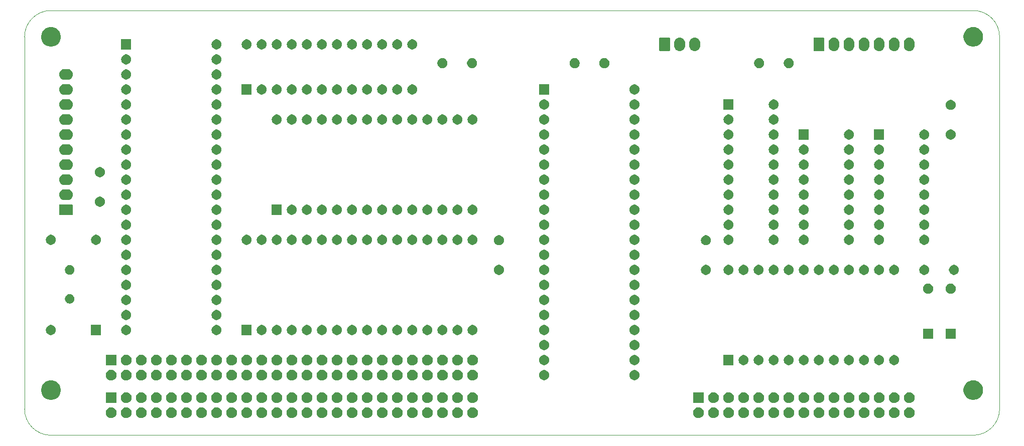
<source format=gbr>
G04 #@! TF.GenerationSoftware,KiCad,Pcbnew,(5.1.6)-1*
G04 #@! TF.CreationDate,2020-06-11T13:24:41-03:00*
G04 #@! TF.ProjectId,Jupiter-II_expansion,4a757069-7465-4722-9d49-495f65787061,rev?*
G04 #@! TF.SameCoordinates,Original*
G04 #@! TF.FileFunction,Soldermask,Bot*
G04 #@! TF.FilePolarity,Negative*
%FSLAX46Y46*%
G04 Gerber Fmt 4.6, Leading zero omitted, Abs format (unit mm)*
G04 Created by KiCad (PCBNEW (5.1.6)-1) date 2020-06-11 13:24:41*
%MOMM*%
%LPD*%
G01*
G04 APERTURE LIST*
G04 #@! TA.AperFunction,Profile*
%ADD10C,0.050000*%
G04 #@! TD*
%ADD11C,0.100000*%
G04 APERTURE END LIST*
D10*
X219075000Y-62865000D02*
G75*
G02*
X223520000Y-67310000I0J-4445000D01*
G01*
X59055000Y-67310000D02*
G75*
G02*
X63500000Y-62865000I4445000J0D01*
G01*
X219075000Y-62865000D02*
X63500000Y-62865000D01*
X223520000Y-130175000D02*
G75*
G02*
X219075000Y-134620000I-4445000J0D01*
G01*
X63500000Y-134620000D02*
G75*
G02*
X59055000Y-130175000I0J4445000D01*
G01*
X223520000Y-130175000D02*
X223520000Y-67310000D01*
X63500000Y-134620000D02*
X219075000Y-134620000D01*
X59055000Y-130175000D02*
X59055000Y-67310000D01*
D11*
G36*
X106793512Y-129913927D02*
G01*
X106942812Y-129943624D01*
X107106784Y-130011544D01*
X107254354Y-130110147D01*
X107379853Y-130235646D01*
X107478456Y-130383216D01*
X107546376Y-130547188D01*
X107581000Y-130721259D01*
X107581000Y-130898741D01*
X107546376Y-131072812D01*
X107478456Y-131236784D01*
X107379853Y-131384354D01*
X107254354Y-131509853D01*
X107106784Y-131608456D01*
X106942812Y-131676376D01*
X106793512Y-131706073D01*
X106768742Y-131711000D01*
X106591258Y-131711000D01*
X106566488Y-131706073D01*
X106417188Y-131676376D01*
X106253216Y-131608456D01*
X106105646Y-131509853D01*
X105980147Y-131384354D01*
X105881544Y-131236784D01*
X105813624Y-131072812D01*
X105779000Y-130898741D01*
X105779000Y-130721259D01*
X105813624Y-130547188D01*
X105881544Y-130383216D01*
X105980147Y-130235646D01*
X106105646Y-130110147D01*
X106253216Y-130011544D01*
X106417188Y-129943624D01*
X106566488Y-129913927D01*
X106591258Y-129909000D01*
X106768742Y-129909000D01*
X106793512Y-129913927D01*
G37*
G36*
X134733512Y-129913927D02*
G01*
X134882812Y-129943624D01*
X135046784Y-130011544D01*
X135194354Y-130110147D01*
X135319853Y-130235646D01*
X135418456Y-130383216D01*
X135486376Y-130547188D01*
X135521000Y-130721259D01*
X135521000Y-130898741D01*
X135486376Y-131072812D01*
X135418456Y-131236784D01*
X135319853Y-131384354D01*
X135194354Y-131509853D01*
X135046784Y-131608456D01*
X134882812Y-131676376D01*
X134733512Y-131706073D01*
X134708742Y-131711000D01*
X134531258Y-131711000D01*
X134506488Y-131706073D01*
X134357188Y-131676376D01*
X134193216Y-131608456D01*
X134045646Y-131509853D01*
X133920147Y-131384354D01*
X133821544Y-131236784D01*
X133753624Y-131072812D01*
X133719000Y-130898741D01*
X133719000Y-130721259D01*
X133753624Y-130547188D01*
X133821544Y-130383216D01*
X133920147Y-130235646D01*
X134045646Y-130110147D01*
X134193216Y-130011544D01*
X134357188Y-129943624D01*
X134506488Y-129913927D01*
X134531258Y-129909000D01*
X134708742Y-129909000D01*
X134733512Y-129913927D01*
G37*
G36*
X132193512Y-129913927D02*
G01*
X132342812Y-129943624D01*
X132506784Y-130011544D01*
X132654354Y-130110147D01*
X132779853Y-130235646D01*
X132878456Y-130383216D01*
X132946376Y-130547188D01*
X132981000Y-130721259D01*
X132981000Y-130898741D01*
X132946376Y-131072812D01*
X132878456Y-131236784D01*
X132779853Y-131384354D01*
X132654354Y-131509853D01*
X132506784Y-131608456D01*
X132342812Y-131676376D01*
X132193512Y-131706073D01*
X132168742Y-131711000D01*
X131991258Y-131711000D01*
X131966488Y-131706073D01*
X131817188Y-131676376D01*
X131653216Y-131608456D01*
X131505646Y-131509853D01*
X131380147Y-131384354D01*
X131281544Y-131236784D01*
X131213624Y-131072812D01*
X131179000Y-130898741D01*
X131179000Y-130721259D01*
X131213624Y-130547188D01*
X131281544Y-130383216D01*
X131380147Y-130235646D01*
X131505646Y-130110147D01*
X131653216Y-130011544D01*
X131817188Y-129943624D01*
X131966488Y-129913927D01*
X131991258Y-129909000D01*
X132168742Y-129909000D01*
X132193512Y-129913927D01*
G37*
G36*
X129653512Y-129913927D02*
G01*
X129802812Y-129943624D01*
X129966784Y-130011544D01*
X130114354Y-130110147D01*
X130239853Y-130235646D01*
X130338456Y-130383216D01*
X130406376Y-130547188D01*
X130441000Y-130721259D01*
X130441000Y-130898741D01*
X130406376Y-131072812D01*
X130338456Y-131236784D01*
X130239853Y-131384354D01*
X130114354Y-131509853D01*
X129966784Y-131608456D01*
X129802812Y-131676376D01*
X129653512Y-131706073D01*
X129628742Y-131711000D01*
X129451258Y-131711000D01*
X129426488Y-131706073D01*
X129277188Y-131676376D01*
X129113216Y-131608456D01*
X128965646Y-131509853D01*
X128840147Y-131384354D01*
X128741544Y-131236784D01*
X128673624Y-131072812D01*
X128639000Y-130898741D01*
X128639000Y-130721259D01*
X128673624Y-130547188D01*
X128741544Y-130383216D01*
X128840147Y-130235646D01*
X128965646Y-130110147D01*
X129113216Y-130011544D01*
X129277188Y-129943624D01*
X129426488Y-129913927D01*
X129451258Y-129909000D01*
X129628742Y-129909000D01*
X129653512Y-129913927D01*
G37*
G36*
X127113512Y-129913927D02*
G01*
X127262812Y-129943624D01*
X127426784Y-130011544D01*
X127574354Y-130110147D01*
X127699853Y-130235646D01*
X127798456Y-130383216D01*
X127866376Y-130547188D01*
X127901000Y-130721259D01*
X127901000Y-130898741D01*
X127866376Y-131072812D01*
X127798456Y-131236784D01*
X127699853Y-131384354D01*
X127574354Y-131509853D01*
X127426784Y-131608456D01*
X127262812Y-131676376D01*
X127113512Y-131706073D01*
X127088742Y-131711000D01*
X126911258Y-131711000D01*
X126886488Y-131706073D01*
X126737188Y-131676376D01*
X126573216Y-131608456D01*
X126425646Y-131509853D01*
X126300147Y-131384354D01*
X126201544Y-131236784D01*
X126133624Y-131072812D01*
X126099000Y-130898741D01*
X126099000Y-130721259D01*
X126133624Y-130547188D01*
X126201544Y-130383216D01*
X126300147Y-130235646D01*
X126425646Y-130110147D01*
X126573216Y-130011544D01*
X126737188Y-129943624D01*
X126886488Y-129913927D01*
X126911258Y-129909000D01*
X127088742Y-129909000D01*
X127113512Y-129913927D01*
G37*
G36*
X124573512Y-129913927D02*
G01*
X124722812Y-129943624D01*
X124886784Y-130011544D01*
X125034354Y-130110147D01*
X125159853Y-130235646D01*
X125258456Y-130383216D01*
X125326376Y-130547188D01*
X125361000Y-130721259D01*
X125361000Y-130898741D01*
X125326376Y-131072812D01*
X125258456Y-131236784D01*
X125159853Y-131384354D01*
X125034354Y-131509853D01*
X124886784Y-131608456D01*
X124722812Y-131676376D01*
X124573512Y-131706073D01*
X124548742Y-131711000D01*
X124371258Y-131711000D01*
X124346488Y-131706073D01*
X124197188Y-131676376D01*
X124033216Y-131608456D01*
X123885646Y-131509853D01*
X123760147Y-131384354D01*
X123661544Y-131236784D01*
X123593624Y-131072812D01*
X123559000Y-130898741D01*
X123559000Y-130721259D01*
X123593624Y-130547188D01*
X123661544Y-130383216D01*
X123760147Y-130235646D01*
X123885646Y-130110147D01*
X124033216Y-130011544D01*
X124197188Y-129943624D01*
X124346488Y-129913927D01*
X124371258Y-129909000D01*
X124548742Y-129909000D01*
X124573512Y-129913927D01*
G37*
G36*
X122033512Y-129913927D02*
G01*
X122182812Y-129943624D01*
X122346784Y-130011544D01*
X122494354Y-130110147D01*
X122619853Y-130235646D01*
X122718456Y-130383216D01*
X122786376Y-130547188D01*
X122821000Y-130721259D01*
X122821000Y-130898741D01*
X122786376Y-131072812D01*
X122718456Y-131236784D01*
X122619853Y-131384354D01*
X122494354Y-131509853D01*
X122346784Y-131608456D01*
X122182812Y-131676376D01*
X122033512Y-131706073D01*
X122008742Y-131711000D01*
X121831258Y-131711000D01*
X121806488Y-131706073D01*
X121657188Y-131676376D01*
X121493216Y-131608456D01*
X121345646Y-131509853D01*
X121220147Y-131384354D01*
X121121544Y-131236784D01*
X121053624Y-131072812D01*
X121019000Y-130898741D01*
X121019000Y-130721259D01*
X121053624Y-130547188D01*
X121121544Y-130383216D01*
X121220147Y-130235646D01*
X121345646Y-130110147D01*
X121493216Y-130011544D01*
X121657188Y-129943624D01*
X121806488Y-129913927D01*
X121831258Y-129909000D01*
X122008742Y-129909000D01*
X122033512Y-129913927D01*
G37*
G36*
X119493512Y-129913927D02*
G01*
X119642812Y-129943624D01*
X119806784Y-130011544D01*
X119954354Y-130110147D01*
X120079853Y-130235646D01*
X120178456Y-130383216D01*
X120246376Y-130547188D01*
X120281000Y-130721259D01*
X120281000Y-130898741D01*
X120246376Y-131072812D01*
X120178456Y-131236784D01*
X120079853Y-131384354D01*
X119954354Y-131509853D01*
X119806784Y-131608456D01*
X119642812Y-131676376D01*
X119493512Y-131706073D01*
X119468742Y-131711000D01*
X119291258Y-131711000D01*
X119266488Y-131706073D01*
X119117188Y-131676376D01*
X118953216Y-131608456D01*
X118805646Y-131509853D01*
X118680147Y-131384354D01*
X118581544Y-131236784D01*
X118513624Y-131072812D01*
X118479000Y-130898741D01*
X118479000Y-130721259D01*
X118513624Y-130547188D01*
X118581544Y-130383216D01*
X118680147Y-130235646D01*
X118805646Y-130110147D01*
X118953216Y-130011544D01*
X119117188Y-129943624D01*
X119266488Y-129913927D01*
X119291258Y-129909000D01*
X119468742Y-129909000D01*
X119493512Y-129913927D01*
G37*
G36*
X116953512Y-129913927D02*
G01*
X117102812Y-129943624D01*
X117266784Y-130011544D01*
X117414354Y-130110147D01*
X117539853Y-130235646D01*
X117638456Y-130383216D01*
X117706376Y-130547188D01*
X117741000Y-130721259D01*
X117741000Y-130898741D01*
X117706376Y-131072812D01*
X117638456Y-131236784D01*
X117539853Y-131384354D01*
X117414354Y-131509853D01*
X117266784Y-131608456D01*
X117102812Y-131676376D01*
X116953512Y-131706073D01*
X116928742Y-131711000D01*
X116751258Y-131711000D01*
X116726488Y-131706073D01*
X116577188Y-131676376D01*
X116413216Y-131608456D01*
X116265646Y-131509853D01*
X116140147Y-131384354D01*
X116041544Y-131236784D01*
X115973624Y-131072812D01*
X115939000Y-130898741D01*
X115939000Y-130721259D01*
X115973624Y-130547188D01*
X116041544Y-130383216D01*
X116140147Y-130235646D01*
X116265646Y-130110147D01*
X116413216Y-130011544D01*
X116577188Y-129943624D01*
X116726488Y-129913927D01*
X116751258Y-129909000D01*
X116928742Y-129909000D01*
X116953512Y-129913927D01*
G37*
G36*
X114413512Y-129913927D02*
G01*
X114562812Y-129943624D01*
X114726784Y-130011544D01*
X114874354Y-130110147D01*
X114999853Y-130235646D01*
X115098456Y-130383216D01*
X115166376Y-130547188D01*
X115201000Y-130721259D01*
X115201000Y-130898741D01*
X115166376Y-131072812D01*
X115098456Y-131236784D01*
X114999853Y-131384354D01*
X114874354Y-131509853D01*
X114726784Y-131608456D01*
X114562812Y-131676376D01*
X114413512Y-131706073D01*
X114388742Y-131711000D01*
X114211258Y-131711000D01*
X114186488Y-131706073D01*
X114037188Y-131676376D01*
X113873216Y-131608456D01*
X113725646Y-131509853D01*
X113600147Y-131384354D01*
X113501544Y-131236784D01*
X113433624Y-131072812D01*
X113399000Y-130898741D01*
X113399000Y-130721259D01*
X113433624Y-130547188D01*
X113501544Y-130383216D01*
X113600147Y-130235646D01*
X113725646Y-130110147D01*
X113873216Y-130011544D01*
X114037188Y-129943624D01*
X114186488Y-129913927D01*
X114211258Y-129909000D01*
X114388742Y-129909000D01*
X114413512Y-129913927D01*
G37*
G36*
X111873512Y-129913927D02*
G01*
X112022812Y-129943624D01*
X112186784Y-130011544D01*
X112334354Y-130110147D01*
X112459853Y-130235646D01*
X112558456Y-130383216D01*
X112626376Y-130547188D01*
X112661000Y-130721259D01*
X112661000Y-130898741D01*
X112626376Y-131072812D01*
X112558456Y-131236784D01*
X112459853Y-131384354D01*
X112334354Y-131509853D01*
X112186784Y-131608456D01*
X112022812Y-131676376D01*
X111873512Y-131706073D01*
X111848742Y-131711000D01*
X111671258Y-131711000D01*
X111646488Y-131706073D01*
X111497188Y-131676376D01*
X111333216Y-131608456D01*
X111185646Y-131509853D01*
X111060147Y-131384354D01*
X110961544Y-131236784D01*
X110893624Y-131072812D01*
X110859000Y-130898741D01*
X110859000Y-130721259D01*
X110893624Y-130547188D01*
X110961544Y-130383216D01*
X111060147Y-130235646D01*
X111185646Y-130110147D01*
X111333216Y-130011544D01*
X111497188Y-129943624D01*
X111646488Y-129913927D01*
X111671258Y-129909000D01*
X111848742Y-129909000D01*
X111873512Y-129913927D01*
G37*
G36*
X81393512Y-129913927D02*
G01*
X81542812Y-129943624D01*
X81706784Y-130011544D01*
X81854354Y-130110147D01*
X81979853Y-130235646D01*
X82078456Y-130383216D01*
X82146376Y-130547188D01*
X82181000Y-130721259D01*
X82181000Y-130898741D01*
X82146376Y-131072812D01*
X82078456Y-131236784D01*
X81979853Y-131384354D01*
X81854354Y-131509853D01*
X81706784Y-131608456D01*
X81542812Y-131676376D01*
X81393512Y-131706073D01*
X81368742Y-131711000D01*
X81191258Y-131711000D01*
X81166488Y-131706073D01*
X81017188Y-131676376D01*
X80853216Y-131608456D01*
X80705646Y-131509853D01*
X80580147Y-131384354D01*
X80481544Y-131236784D01*
X80413624Y-131072812D01*
X80379000Y-130898741D01*
X80379000Y-130721259D01*
X80413624Y-130547188D01*
X80481544Y-130383216D01*
X80580147Y-130235646D01*
X80705646Y-130110147D01*
X80853216Y-130011544D01*
X81017188Y-129943624D01*
X81166488Y-129913927D01*
X81191258Y-129909000D01*
X81368742Y-129909000D01*
X81393512Y-129913927D01*
G37*
G36*
X104253512Y-129913927D02*
G01*
X104402812Y-129943624D01*
X104566784Y-130011544D01*
X104714354Y-130110147D01*
X104839853Y-130235646D01*
X104938456Y-130383216D01*
X105006376Y-130547188D01*
X105041000Y-130721259D01*
X105041000Y-130898741D01*
X105006376Y-131072812D01*
X104938456Y-131236784D01*
X104839853Y-131384354D01*
X104714354Y-131509853D01*
X104566784Y-131608456D01*
X104402812Y-131676376D01*
X104253512Y-131706073D01*
X104228742Y-131711000D01*
X104051258Y-131711000D01*
X104026488Y-131706073D01*
X103877188Y-131676376D01*
X103713216Y-131608456D01*
X103565646Y-131509853D01*
X103440147Y-131384354D01*
X103341544Y-131236784D01*
X103273624Y-131072812D01*
X103239000Y-130898741D01*
X103239000Y-130721259D01*
X103273624Y-130547188D01*
X103341544Y-130383216D01*
X103440147Y-130235646D01*
X103565646Y-130110147D01*
X103713216Y-130011544D01*
X103877188Y-129943624D01*
X104026488Y-129913927D01*
X104051258Y-129909000D01*
X104228742Y-129909000D01*
X104253512Y-129913927D01*
G37*
G36*
X101713512Y-129913927D02*
G01*
X101862812Y-129943624D01*
X102026784Y-130011544D01*
X102174354Y-130110147D01*
X102299853Y-130235646D01*
X102398456Y-130383216D01*
X102466376Y-130547188D01*
X102501000Y-130721259D01*
X102501000Y-130898741D01*
X102466376Y-131072812D01*
X102398456Y-131236784D01*
X102299853Y-131384354D01*
X102174354Y-131509853D01*
X102026784Y-131608456D01*
X101862812Y-131676376D01*
X101713512Y-131706073D01*
X101688742Y-131711000D01*
X101511258Y-131711000D01*
X101486488Y-131706073D01*
X101337188Y-131676376D01*
X101173216Y-131608456D01*
X101025646Y-131509853D01*
X100900147Y-131384354D01*
X100801544Y-131236784D01*
X100733624Y-131072812D01*
X100699000Y-130898741D01*
X100699000Y-130721259D01*
X100733624Y-130547188D01*
X100801544Y-130383216D01*
X100900147Y-130235646D01*
X101025646Y-130110147D01*
X101173216Y-130011544D01*
X101337188Y-129943624D01*
X101486488Y-129913927D01*
X101511258Y-129909000D01*
X101688742Y-129909000D01*
X101713512Y-129913927D01*
G37*
G36*
X99173512Y-129913927D02*
G01*
X99322812Y-129943624D01*
X99486784Y-130011544D01*
X99634354Y-130110147D01*
X99759853Y-130235646D01*
X99858456Y-130383216D01*
X99926376Y-130547188D01*
X99961000Y-130721259D01*
X99961000Y-130898741D01*
X99926376Y-131072812D01*
X99858456Y-131236784D01*
X99759853Y-131384354D01*
X99634354Y-131509853D01*
X99486784Y-131608456D01*
X99322812Y-131676376D01*
X99173512Y-131706073D01*
X99148742Y-131711000D01*
X98971258Y-131711000D01*
X98946488Y-131706073D01*
X98797188Y-131676376D01*
X98633216Y-131608456D01*
X98485646Y-131509853D01*
X98360147Y-131384354D01*
X98261544Y-131236784D01*
X98193624Y-131072812D01*
X98159000Y-130898741D01*
X98159000Y-130721259D01*
X98193624Y-130547188D01*
X98261544Y-130383216D01*
X98360147Y-130235646D01*
X98485646Y-130110147D01*
X98633216Y-130011544D01*
X98797188Y-129943624D01*
X98946488Y-129913927D01*
X98971258Y-129909000D01*
X99148742Y-129909000D01*
X99173512Y-129913927D01*
G37*
G36*
X96633512Y-129913927D02*
G01*
X96782812Y-129943624D01*
X96946784Y-130011544D01*
X97094354Y-130110147D01*
X97219853Y-130235646D01*
X97318456Y-130383216D01*
X97386376Y-130547188D01*
X97421000Y-130721259D01*
X97421000Y-130898741D01*
X97386376Y-131072812D01*
X97318456Y-131236784D01*
X97219853Y-131384354D01*
X97094354Y-131509853D01*
X96946784Y-131608456D01*
X96782812Y-131676376D01*
X96633512Y-131706073D01*
X96608742Y-131711000D01*
X96431258Y-131711000D01*
X96406488Y-131706073D01*
X96257188Y-131676376D01*
X96093216Y-131608456D01*
X95945646Y-131509853D01*
X95820147Y-131384354D01*
X95721544Y-131236784D01*
X95653624Y-131072812D01*
X95619000Y-130898741D01*
X95619000Y-130721259D01*
X95653624Y-130547188D01*
X95721544Y-130383216D01*
X95820147Y-130235646D01*
X95945646Y-130110147D01*
X96093216Y-130011544D01*
X96257188Y-129943624D01*
X96406488Y-129913927D01*
X96431258Y-129909000D01*
X96608742Y-129909000D01*
X96633512Y-129913927D01*
G37*
G36*
X94093512Y-129913927D02*
G01*
X94242812Y-129943624D01*
X94406784Y-130011544D01*
X94554354Y-130110147D01*
X94679853Y-130235646D01*
X94778456Y-130383216D01*
X94846376Y-130547188D01*
X94881000Y-130721259D01*
X94881000Y-130898741D01*
X94846376Y-131072812D01*
X94778456Y-131236784D01*
X94679853Y-131384354D01*
X94554354Y-131509853D01*
X94406784Y-131608456D01*
X94242812Y-131676376D01*
X94093512Y-131706073D01*
X94068742Y-131711000D01*
X93891258Y-131711000D01*
X93866488Y-131706073D01*
X93717188Y-131676376D01*
X93553216Y-131608456D01*
X93405646Y-131509853D01*
X93280147Y-131384354D01*
X93181544Y-131236784D01*
X93113624Y-131072812D01*
X93079000Y-130898741D01*
X93079000Y-130721259D01*
X93113624Y-130547188D01*
X93181544Y-130383216D01*
X93280147Y-130235646D01*
X93405646Y-130110147D01*
X93553216Y-130011544D01*
X93717188Y-129943624D01*
X93866488Y-129913927D01*
X93891258Y-129909000D01*
X94068742Y-129909000D01*
X94093512Y-129913927D01*
G37*
G36*
X91553512Y-129913927D02*
G01*
X91702812Y-129943624D01*
X91866784Y-130011544D01*
X92014354Y-130110147D01*
X92139853Y-130235646D01*
X92238456Y-130383216D01*
X92306376Y-130547188D01*
X92341000Y-130721259D01*
X92341000Y-130898741D01*
X92306376Y-131072812D01*
X92238456Y-131236784D01*
X92139853Y-131384354D01*
X92014354Y-131509853D01*
X91866784Y-131608456D01*
X91702812Y-131676376D01*
X91553512Y-131706073D01*
X91528742Y-131711000D01*
X91351258Y-131711000D01*
X91326488Y-131706073D01*
X91177188Y-131676376D01*
X91013216Y-131608456D01*
X90865646Y-131509853D01*
X90740147Y-131384354D01*
X90641544Y-131236784D01*
X90573624Y-131072812D01*
X90539000Y-130898741D01*
X90539000Y-130721259D01*
X90573624Y-130547188D01*
X90641544Y-130383216D01*
X90740147Y-130235646D01*
X90865646Y-130110147D01*
X91013216Y-130011544D01*
X91177188Y-129943624D01*
X91326488Y-129913927D01*
X91351258Y-129909000D01*
X91528742Y-129909000D01*
X91553512Y-129913927D01*
G37*
G36*
X89013512Y-129913927D02*
G01*
X89162812Y-129943624D01*
X89326784Y-130011544D01*
X89474354Y-130110147D01*
X89599853Y-130235646D01*
X89698456Y-130383216D01*
X89766376Y-130547188D01*
X89801000Y-130721259D01*
X89801000Y-130898741D01*
X89766376Y-131072812D01*
X89698456Y-131236784D01*
X89599853Y-131384354D01*
X89474354Y-131509853D01*
X89326784Y-131608456D01*
X89162812Y-131676376D01*
X89013512Y-131706073D01*
X88988742Y-131711000D01*
X88811258Y-131711000D01*
X88786488Y-131706073D01*
X88637188Y-131676376D01*
X88473216Y-131608456D01*
X88325646Y-131509853D01*
X88200147Y-131384354D01*
X88101544Y-131236784D01*
X88033624Y-131072812D01*
X87999000Y-130898741D01*
X87999000Y-130721259D01*
X88033624Y-130547188D01*
X88101544Y-130383216D01*
X88200147Y-130235646D01*
X88325646Y-130110147D01*
X88473216Y-130011544D01*
X88637188Y-129943624D01*
X88786488Y-129913927D01*
X88811258Y-129909000D01*
X88988742Y-129909000D01*
X89013512Y-129913927D01*
G37*
G36*
X86473512Y-129913927D02*
G01*
X86622812Y-129943624D01*
X86786784Y-130011544D01*
X86934354Y-130110147D01*
X87059853Y-130235646D01*
X87158456Y-130383216D01*
X87226376Y-130547188D01*
X87261000Y-130721259D01*
X87261000Y-130898741D01*
X87226376Y-131072812D01*
X87158456Y-131236784D01*
X87059853Y-131384354D01*
X86934354Y-131509853D01*
X86786784Y-131608456D01*
X86622812Y-131676376D01*
X86473512Y-131706073D01*
X86448742Y-131711000D01*
X86271258Y-131711000D01*
X86246488Y-131706073D01*
X86097188Y-131676376D01*
X85933216Y-131608456D01*
X85785646Y-131509853D01*
X85660147Y-131384354D01*
X85561544Y-131236784D01*
X85493624Y-131072812D01*
X85459000Y-130898741D01*
X85459000Y-130721259D01*
X85493624Y-130547188D01*
X85561544Y-130383216D01*
X85660147Y-130235646D01*
X85785646Y-130110147D01*
X85933216Y-130011544D01*
X86097188Y-129943624D01*
X86246488Y-129913927D01*
X86271258Y-129909000D01*
X86448742Y-129909000D01*
X86473512Y-129913927D01*
G37*
G36*
X193153512Y-129913927D02*
G01*
X193302812Y-129943624D01*
X193466784Y-130011544D01*
X193614354Y-130110147D01*
X193739853Y-130235646D01*
X193838456Y-130383216D01*
X193906376Y-130547188D01*
X193941000Y-130721259D01*
X193941000Y-130898741D01*
X193906376Y-131072812D01*
X193838456Y-131236784D01*
X193739853Y-131384354D01*
X193614354Y-131509853D01*
X193466784Y-131608456D01*
X193302812Y-131676376D01*
X193153512Y-131706073D01*
X193128742Y-131711000D01*
X192951258Y-131711000D01*
X192926488Y-131706073D01*
X192777188Y-131676376D01*
X192613216Y-131608456D01*
X192465646Y-131509853D01*
X192340147Y-131384354D01*
X192241544Y-131236784D01*
X192173624Y-131072812D01*
X192139000Y-130898741D01*
X192139000Y-130721259D01*
X192173624Y-130547188D01*
X192241544Y-130383216D01*
X192340147Y-130235646D01*
X192465646Y-130110147D01*
X192613216Y-130011544D01*
X192777188Y-129943624D01*
X192926488Y-129913927D01*
X192951258Y-129909000D01*
X193128742Y-129909000D01*
X193153512Y-129913927D01*
G37*
G36*
X172833512Y-129913927D02*
G01*
X172982812Y-129943624D01*
X173146784Y-130011544D01*
X173294354Y-130110147D01*
X173419853Y-130235646D01*
X173518456Y-130383216D01*
X173586376Y-130547188D01*
X173621000Y-130721259D01*
X173621000Y-130898741D01*
X173586376Y-131072812D01*
X173518456Y-131236784D01*
X173419853Y-131384354D01*
X173294354Y-131509853D01*
X173146784Y-131608456D01*
X172982812Y-131676376D01*
X172833512Y-131706073D01*
X172808742Y-131711000D01*
X172631258Y-131711000D01*
X172606488Y-131706073D01*
X172457188Y-131676376D01*
X172293216Y-131608456D01*
X172145646Y-131509853D01*
X172020147Y-131384354D01*
X171921544Y-131236784D01*
X171853624Y-131072812D01*
X171819000Y-130898741D01*
X171819000Y-130721259D01*
X171853624Y-130547188D01*
X171921544Y-130383216D01*
X172020147Y-130235646D01*
X172145646Y-130110147D01*
X172293216Y-130011544D01*
X172457188Y-129943624D01*
X172606488Y-129913927D01*
X172631258Y-129909000D01*
X172808742Y-129909000D01*
X172833512Y-129913927D01*
G37*
G36*
X109333512Y-129913927D02*
G01*
X109482812Y-129943624D01*
X109646784Y-130011544D01*
X109794354Y-130110147D01*
X109919853Y-130235646D01*
X110018456Y-130383216D01*
X110086376Y-130547188D01*
X110121000Y-130721259D01*
X110121000Y-130898741D01*
X110086376Y-131072812D01*
X110018456Y-131236784D01*
X109919853Y-131384354D01*
X109794354Y-131509853D01*
X109646784Y-131608456D01*
X109482812Y-131676376D01*
X109333512Y-131706073D01*
X109308742Y-131711000D01*
X109131258Y-131711000D01*
X109106488Y-131706073D01*
X108957188Y-131676376D01*
X108793216Y-131608456D01*
X108645646Y-131509853D01*
X108520147Y-131384354D01*
X108421544Y-131236784D01*
X108353624Y-131072812D01*
X108319000Y-130898741D01*
X108319000Y-130721259D01*
X108353624Y-130547188D01*
X108421544Y-130383216D01*
X108520147Y-130235646D01*
X108645646Y-130110147D01*
X108793216Y-130011544D01*
X108957188Y-129943624D01*
X109106488Y-129913927D01*
X109131258Y-129909000D01*
X109308742Y-129909000D01*
X109333512Y-129913927D01*
G37*
G36*
X78853512Y-129913927D02*
G01*
X79002812Y-129943624D01*
X79166784Y-130011544D01*
X79314354Y-130110147D01*
X79439853Y-130235646D01*
X79538456Y-130383216D01*
X79606376Y-130547188D01*
X79641000Y-130721259D01*
X79641000Y-130898741D01*
X79606376Y-131072812D01*
X79538456Y-131236784D01*
X79439853Y-131384354D01*
X79314354Y-131509853D01*
X79166784Y-131608456D01*
X79002812Y-131676376D01*
X78853512Y-131706073D01*
X78828742Y-131711000D01*
X78651258Y-131711000D01*
X78626488Y-131706073D01*
X78477188Y-131676376D01*
X78313216Y-131608456D01*
X78165646Y-131509853D01*
X78040147Y-131384354D01*
X77941544Y-131236784D01*
X77873624Y-131072812D01*
X77839000Y-130898741D01*
X77839000Y-130721259D01*
X77873624Y-130547188D01*
X77941544Y-130383216D01*
X78040147Y-130235646D01*
X78165646Y-130110147D01*
X78313216Y-130011544D01*
X78477188Y-129943624D01*
X78626488Y-129913927D01*
X78651258Y-129909000D01*
X78828742Y-129909000D01*
X78853512Y-129913927D01*
G37*
G36*
X76313512Y-129913927D02*
G01*
X76462812Y-129943624D01*
X76626784Y-130011544D01*
X76774354Y-130110147D01*
X76899853Y-130235646D01*
X76998456Y-130383216D01*
X77066376Y-130547188D01*
X77101000Y-130721259D01*
X77101000Y-130898741D01*
X77066376Y-131072812D01*
X76998456Y-131236784D01*
X76899853Y-131384354D01*
X76774354Y-131509853D01*
X76626784Y-131608456D01*
X76462812Y-131676376D01*
X76313512Y-131706073D01*
X76288742Y-131711000D01*
X76111258Y-131711000D01*
X76086488Y-131706073D01*
X75937188Y-131676376D01*
X75773216Y-131608456D01*
X75625646Y-131509853D01*
X75500147Y-131384354D01*
X75401544Y-131236784D01*
X75333624Y-131072812D01*
X75299000Y-130898741D01*
X75299000Y-130721259D01*
X75333624Y-130547188D01*
X75401544Y-130383216D01*
X75500147Y-130235646D01*
X75625646Y-130110147D01*
X75773216Y-130011544D01*
X75937188Y-129943624D01*
X76086488Y-129913927D01*
X76111258Y-129909000D01*
X76288742Y-129909000D01*
X76313512Y-129913927D01*
G37*
G36*
X73773512Y-129913927D02*
G01*
X73922812Y-129943624D01*
X74086784Y-130011544D01*
X74234354Y-130110147D01*
X74359853Y-130235646D01*
X74458456Y-130383216D01*
X74526376Y-130547188D01*
X74561000Y-130721259D01*
X74561000Y-130898741D01*
X74526376Y-131072812D01*
X74458456Y-131236784D01*
X74359853Y-131384354D01*
X74234354Y-131509853D01*
X74086784Y-131608456D01*
X73922812Y-131676376D01*
X73773512Y-131706073D01*
X73748742Y-131711000D01*
X73571258Y-131711000D01*
X73546488Y-131706073D01*
X73397188Y-131676376D01*
X73233216Y-131608456D01*
X73085646Y-131509853D01*
X72960147Y-131384354D01*
X72861544Y-131236784D01*
X72793624Y-131072812D01*
X72759000Y-130898741D01*
X72759000Y-130721259D01*
X72793624Y-130547188D01*
X72861544Y-130383216D01*
X72960147Y-130235646D01*
X73085646Y-130110147D01*
X73233216Y-130011544D01*
X73397188Y-129943624D01*
X73546488Y-129913927D01*
X73571258Y-129909000D01*
X73748742Y-129909000D01*
X73773512Y-129913927D01*
G37*
G36*
X208393512Y-129913927D02*
G01*
X208542812Y-129943624D01*
X208706784Y-130011544D01*
X208854354Y-130110147D01*
X208979853Y-130235646D01*
X209078456Y-130383216D01*
X209146376Y-130547188D01*
X209181000Y-130721259D01*
X209181000Y-130898741D01*
X209146376Y-131072812D01*
X209078456Y-131236784D01*
X208979853Y-131384354D01*
X208854354Y-131509853D01*
X208706784Y-131608456D01*
X208542812Y-131676376D01*
X208393512Y-131706073D01*
X208368742Y-131711000D01*
X208191258Y-131711000D01*
X208166488Y-131706073D01*
X208017188Y-131676376D01*
X207853216Y-131608456D01*
X207705646Y-131509853D01*
X207580147Y-131384354D01*
X207481544Y-131236784D01*
X207413624Y-131072812D01*
X207379000Y-130898741D01*
X207379000Y-130721259D01*
X207413624Y-130547188D01*
X207481544Y-130383216D01*
X207580147Y-130235646D01*
X207705646Y-130110147D01*
X207853216Y-130011544D01*
X208017188Y-129943624D01*
X208166488Y-129913927D01*
X208191258Y-129909000D01*
X208368742Y-129909000D01*
X208393512Y-129913927D01*
G37*
G36*
X205853512Y-129913927D02*
G01*
X206002812Y-129943624D01*
X206166784Y-130011544D01*
X206314354Y-130110147D01*
X206439853Y-130235646D01*
X206538456Y-130383216D01*
X206606376Y-130547188D01*
X206641000Y-130721259D01*
X206641000Y-130898741D01*
X206606376Y-131072812D01*
X206538456Y-131236784D01*
X206439853Y-131384354D01*
X206314354Y-131509853D01*
X206166784Y-131608456D01*
X206002812Y-131676376D01*
X205853512Y-131706073D01*
X205828742Y-131711000D01*
X205651258Y-131711000D01*
X205626488Y-131706073D01*
X205477188Y-131676376D01*
X205313216Y-131608456D01*
X205165646Y-131509853D01*
X205040147Y-131384354D01*
X204941544Y-131236784D01*
X204873624Y-131072812D01*
X204839000Y-130898741D01*
X204839000Y-130721259D01*
X204873624Y-130547188D01*
X204941544Y-130383216D01*
X205040147Y-130235646D01*
X205165646Y-130110147D01*
X205313216Y-130011544D01*
X205477188Y-129943624D01*
X205626488Y-129913927D01*
X205651258Y-129909000D01*
X205828742Y-129909000D01*
X205853512Y-129913927D01*
G37*
G36*
X203313512Y-129913927D02*
G01*
X203462812Y-129943624D01*
X203626784Y-130011544D01*
X203774354Y-130110147D01*
X203899853Y-130235646D01*
X203998456Y-130383216D01*
X204066376Y-130547188D01*
X204101000Y-130721259D01*
X204101000Y-130898741D01*
X204066376Y-131072812D01*
X203998456Y-131236784D01*
X203899853Y-131384354D01*
X203774354Y-131509853D01*
X203626784Y-131608456D01*
X203462812Y-131676376D01*
X203313512Y-131706073D01*
X203288742Y-131711000D01*
X203111258Y-131711000D01*
X203086488Y-131706073D01*
X202937188Y-131676376D01*
X202773216Y-131608456D01*
X202625646Y-131509853D01*
X202500147Y-131384354D01*
X202401544Y-131236784D01*
X202333624Y-131072812D01*
X202299000Y-130898741D01*
X202299000Y-130721259D01*
X202333624Y-130547188D01*
X202401544Y-130383216D01*
X202500147Y-130235646D01*
X202625646Y-130110147D01*
X202773216Y-130011544D01*
X202937188Y-129943624D01*
X203086488Y-129913927D01*
X203111258Y-129909000D01*
X203288742Y-129909000D01*
X203313512Y-129913927D01*
G37*
G36*
X200773512Y-129913927D02*
G01*
X200922812Y-129943624D01*
X201086784Y-130011544D01*
X201234354Y-130110147D01*
X201359853Y-130235646D01*
X201458456Y-130383216D01*
X201526376Y-130547188D01*
X201561000Y-130721259D01*
X201561000Y-130898741D01*
X201526376Y-131072812D01*
X201458456Y-131236784D01*
X201359853Y-131384354D01*
X201234354Y-131509853D01*
X201086784Y-131608456D01*
X200922812Y-131676376D01*
X200773512Y-131706073D01*
X200748742Y-131711000D01*
X200571258Y-131711000D01*
X200546488Y-131706073D01*
X200397188Y-131676376D01*
X200233216Y-131608456D01*
X200085646Y-131509853D01*
X199960147Y-131384354D01*
X199861544Y-131236784D01*
X199793624Y-131072812D01*
X199759000Y-130898741D01*
X199759000Y-130721259D01*
X199793624Y-130547188D01*
X199861544Y-130383216D01*
X199960147Y-130235646D01*
X200085646Y-130110147D01*
X200233216Y-130011544D01*
X200397188Y-129943624D01*
X200546488Y-129913927D01*
X200571258Y-129909000D01*
X200748742Y-129909000D01*
X200773512Y-129913927D01*
G37*
G36*
X198233512Y-129913927D02*
G01*
X198382812Y-129943624D01*
X198546784Y-130011544D01*
X198694354Y-130110147D01*
X198819853Y-130235646D01*
X198918456Y-130383216D01*
X198986376Y-130547188D01*
X199021000Y-130721259D01*
X199021000Y-130898741D01*
X198986376Y-131072812D01*
X198918456Y-131236784D01*
X198819853Y-131384354D01*
X198694354Y-131509853D01*
X198546784Y-131608456D01*
X198382812Y-131676376D01*
X198233512Y-131706073D01*
X198208742Y-131711000D01*
X198031258Y-131711000D01*
X198006488Y-131706073D01*
X197857188Y-131676376D01*
X197693216Y-131608456D01*
X197545646Y-131509853D01*
X197420147Y-131384354D01*
X197321544Y-131236784D01*
X197253624Y-131072812D01*
X197219000Y-130898741D01*
X197219000Y-130721259D01*
X197253624Y-130547188D01*
X197321544Y-130383216D01*
X197420147Y-130235646D01*
X197545646Y-130110147D01*
X197693216Y-130011544D01*
X197857188Y-129943624D01*
X198006488Y-129913927D01*
X198031258Y-129909000D01*
X198208742Y-129909000D01*
X198233512Y-129913927D01*
G37*
G36*
X83933512Y-129913927D02*
G01*
X84082812Y-129943624D01*
X84246784Y-130011544D01*
X84394354Y-130110147D01*
X84519853Y-130235646D01*
X84618456Y-130383216D01*
X84686376Y-130547188D01*
X84721000Y-130721259D01*
X84721000Y-130898741D01*
X84686376Y-131072812D01*
X84618456Y-131236784D01*
X84519853Y-131384354D01*
X84394354Y-131509853D01*
X84246784Y-131608456D01*
X84082812Y-131676376D01*
X83933512Y-131706073D01*
X83908742Y-131711000D01*
X83731258Y-131711000D01*
X83706488Y-131706073D01*
X83557188Y-131676376D01*
X83393216Y-131608456D01*
X83245646Y-131509853D01*
X83120147Y-131384354D01*
X83021544Y-131236784D01*
X82953624Y-131072812D01*
X82919000Y-130898741D01*
X82919000Y-130721259D01*
X82953624Y-130547188D01*
X83021544Y-130383216D01*
X83120147Y-130235646D01*
X83245646Y-130110147D01*
X83393216Y-130011544D01*
X83557188Y-129943624D01*
X83706488Y-129913927D01*
X83731258Y-129909000D01*
X83908742Y-129909000D01*
X83933512Y-129913927D01*
G37*
G36*
X190613512Y-129913927D02*
G01*
X190762812Y-129943624D01*
X190926784Y-130011544D01*
X191074354Y-130110147D01*
X191199853Y-130235646D01*
X191298456Y-130383216D01*
X191366376Y-130547188D01*
X191401000Y-130721259D01*
X191401000Y-130898741D01*
X191366376Y-131072812D01*
X191298456Y-131236784D01*
X191199853Y-131384354D01*
X191074354Y-131509853D01*
X190926784Y-131608456D01*
X190762812Y-131676376D01*
X190613512Y-131706073D01*
X190588742Y-131711000D01*
X190411258Y-131711000D01*
X190386488Y-131706073D01*
X190237188Y-131676376D01*
X190073216Y-131608456D01*
X189925646Y-131509853D01*
X189800147Y-131384354D01*
X189701544Y-131236784D01*
X189633624Y-131072812D01*
X189599000Y-130898741D01*
X189599000Y-130721259D01*
X189633624Y-130547188D01*
X189701544Y-130383216D01*
X189800147Y-130235646D01*
X189925646Y-130110147D01*
X190073216Y-130011544D01*
X190237188Y-129943624D01*
X190386488Y-129913927D01*
X190411258Y-129909000D01*
X190588742Y-129909000D01*
X190613512Y-129913927D01*
G37*
G36*
X188073512Y-129913927D02*
G01*
X188222812Y-129943624D01*
X188386784Y-130011544D01*
X188534354Y-130110147D01*
X188659853Y-130235646D01*
X188758456Y-130383216D01*
X188826376Y-130547188D01*
X188861000Y-130721259D01*
X188861000Y-130898741D01*
X188826376Y-131072812D01*
X188758456Y-131236784D01*
X188659853Y-131384354D01*
X188534354Y-131509853D01*
X188386784Y-131608456D01*
X188222812Y-131676376D01*
X188073512Y-131706073D01*
X188048742Y-131711000D01*
X187871258Y-131711000D01*
X187846488Y-131706073D01*
X187697188Y-131676376D01*
X187533216Y-131608456D01*
X187385646Y-131509853D01*
X187260147Y-131384354D01*
X187161544Y-131236784D01*
X187093624Y-131072812D01*
X187059000Y-130898741D01*
X187059000Y-130721259D01*
X187093624Y-130547188D01*
X187161544Y-130383216D01*
X187260147Y-130235646D01*
X187385646Y-130110147D01*
X187533216Y-130011544D01*
X187697188Y-129943624D01*
X187846488Y-129913927D01*
X187871258Y-129909000D01*
X188048742Y-129909000D01*
X188073512Y-129913927D01*
G37*
G36*
X185533512Y-129913927D02*
G01*
X185682812Y-129943624D01*
X185846784Y-130011544D01*
X185994354Y-130110147D01*
X186119853Y-130235646D01*
X186218456Y-130383216D01*
X186286376Y-130547188D01*
X186321000Y-130721259D01*
X186321000Y-130898741D01*
X186286376Y-131072812D01*
X186218456Y-131236784D01*
X186119853Y-131384354D01*
X185994354Y-131509853D01*
X185846784Y-131608456D01*
X185682812Y-131676376D01*
X185533512Y-131706073D01*
X185508742Y-131711000D01*
X185331258Y-131711000D01*
X185306488Y-131706073D01*
X185157188Y-131676376D01*
X184993216Y-131608456D01*
X184845646Y-131509853D01*
X184720147Y-131384354D01*
X184621544Y-131236784D01*
X184553624Y-131072812D01*
X184519000Y-130898741D01*
X184519000Y-130721259D01*
X184553624Y-130547188D01*
X184621544Y-130383216D01*
X184720147Y-130235646D01*
X184845646Y-130110147D01*
X184993216Y-130011544D01*
X185157188Y-129943624D01*
X185306488Y-129913927D01*
X185331258Y-129909000D01*
X185508742Y-129909000D01*
X185533512Y-129913927D01*
G37*
G36*
X182993512Y-129913927D02*
G01*
X183142812Y-129943624D01*
X183306784Y-130011544D01*
X183454354Y-130110147D01*
X183579853Y-130235646D01*
X183678456Y-130383216D01*
X183746376Y-130547188D01*
X183781000Y-130721259D01*
X183781000Y-130898741D01*
X183746376Y-131072812D01*
X183678456Y-131236784D01*
X183579853Y-131384354D01*
X183454354Y-131509853D01*
X183306784Y-131608456D01*
X183142812Y-131676376D01*
X182993512Y-131706073D01*
X182968742Y-131711000D01*
X182791258Y-131711000D01*
X182766488Y-131706073D01*
X182617188Y-131676376D01*
X182453216Y-131608456D01*
X182305646Y-131509853D01*
X182180147Y-131384354D01*
X182081544Y-131236784D01*
X182013624Y-131072812D01*
X181979000Y-130898741D01*
X181979000Y-130721259D01*
X182013624Y-130547188D01*
X182081544Y-130383216D01*
X182180147Y-130235646D01*
X182305646Y-130110147D01*
X182453216Y-130011544D01*
X182617188Y-129943624D01*
X182766488Y-129913927D01*
X182791258Y-129909000D01*
X182968742Y-129909000D01*
X182993512Y-129913927D01*
G37*
G36*
X180453512Y-129913927D02*
G01*
X180602812Y-129943624D01*
X180766784Y-130011544D01*
X180914354Y-130110147D01*
X181039853Y-130235646D01*
X181138456Y-130383216D01*
X181206376Y-130547188D01*
X181241000Y-130721259D01*
X181241000Y-130898741D01*
X181206376Y-131072812D01*
X181138456Y-131236784D01*
X181039853Y-131384354D01*
X180914354Y-131509853D01*
X180766784Y-131608456D01*
X180602812Y-131676376D01*
X180453512Y-131706073D01*
X180428742Y-131711000D01*
X180251258Y-131711000D01*
X180226488Y-131706073D01*
X180077188Y-131676376D01*
X179913216Y-131608456D01*
X179765646Y-131509853D01*
X179640147Y-131384354D01*
X179541544Y-131236784D01*
X179473624Y-131072812D01*
X179439000Y-130898741D01*
X179439000Y-130721259D01*
X179473624Y-130547188D01*
X179541544Y-130383216D01*
X179640147Y-130235646D01*
X179765646Y-130110147D01*
X179913216Y-130011544D01*
X180077188Y-129943624D01*
X180226488Y-129913927D01*
X180251258Y-129909000D01*
X180428742Y-129909000D01*
X180453512Y-129913927D01*
G37*
G36*
X177913512Y-129913927D02*
G01*
X178062812Y-129943624D01*
X178226784Y-130011544D01*
X178374354Y-130110147D01*
X178499853Y-130235646D01*
X178598456Y-130383216D01*
X178666376Y-130547188D01*
X178701000Y-130721259D01*
X178701000Y-130898741D01*
X178666376Y-131072812D01*
X178598456Y-131236784D01*
X178499853Y-131384354D01*
X178374354Y-131509853D01*
X178226784Y-131608456D01*
X178062812Y-131676376D01*
X177913512Y-131706073D01*
X177888742Y-131711000D01*
X177711258Y-131711000D01*
X177686488Y-131706073D01*
X177537188Y-131676376D01*
X177373216Y-131608456D01*
X177225646Y-131509853D01*
X177100147Y-131384354D01*
X177001544Y-131236784D01*
X176933624Y-131072812D01*
X176899000Y-130898741D01*
X176899000Y-130721259D01*
X176933624Y-130547188D01*
X177001544Y-130383216D01*
X177100147Y-130235646D01*
X177225646Y-130110147D01*
X177373216Y-130011544D01*
X177537188Y-129943624D01*
X177686488Y-129913927D01*
X177711258Y-129909000D01*
X177888742Y-129909000D01*
X177913512Y-129913927D01*
G37*
G36*
X175373512Y-129913927D02*
G01*
X175522812Y-129943624D01*
X175686784Y-130011544D01*
X175834354Y-130110147D01*
X175959853Y-130235646D01*
X176058456Y-130383216D01*
X176126376Y-130547188D01*
X176161000Y-130721259D01*
X176161000Y-130898741D01*
X176126376Y-131072812D01*
X176058456Y-131236784D01*
X175959853Y-131384354D01*
X175834354Y-131509853D01*
X175686784Y-131608456D01*
X175522812Y-131676376D01*
X175373512Y-131706073D01*
X175348742Y-131711000D01*
X175171258Y-131711000D01*
X175146488Y-131706073D01*
X174997188Y-131676376D01*
X174833216Y-131608456D01*
X174685646Y-131509853D01*
X174560147Y-131384354D01*
X174461544Y-131236784D01*
X174393624Y-131072812D01*
X174359000Y-130898741D01*
X174359000Y-130721259D01*
X174393624Y-130547188D01*
X174461544Y-130383216D01*
X174560147Y-130235646D01*
X174685646Y-130110147D01*
X174833216Y-130011544D01*
X174997188Y-129943624D01*
X175146488Y-129913927D01*
X175171258Y-129909000D01*
X175348742Y-129909000D01*
X175373512Y-129913927D01*
G37*
G36*
X195693512Y-129913927D02*
G01*
X195842812Y-129943624D01*
X196006784Y-130011544D01*
X196154354Y-130110147D01*
X196279853Y-130235646D01*
X196378456Y-130383216D01*
X196446376Y-130547188D01*
X196481000Y-130721259D01*
X196481000Y-130898741D01*
X196446376Y-131072812D01*
X196378456Y-131236784D01*
X196279853Y-131384354D01*
X196154354Y-131509853D01*
X196006784Y-131608456D01*
X195842812Y-131676376D01*
X195693512Y-131706073D01*
X195668742Y-131711000D01*
X195491258Y-131711000D01*
X195466488Y-131706073D01*
X195317188Y-131676376D01*
X195153216Y-131608456D01*
X195005646Y-131509853D01*
X194880147Y-131384354D01*
X194781544Y-131236784D01*
X194713624Y-131072812D01*
X194679000Y-130898741D01*
X194679000Y-130721259D01*
X194713624Y-130547188D01*
X194781544Y-130383216D01*
X194880147Y-130235646D01*
X195005646Y-130110147D01*
X195153216Y-130011544D01*
X195317188Y-129943624D01*
X195466488Y-129913927D01*
X195491258Y-129909000D01*
X195668742Y-129909000D01*
X195693512Y-129913927D01*
G37*
G36*
X177913512Y-127373927D02*
G01*
X178062812Y-127403624D01*
X178226784Y-127471544D01*
X178374354Y-127570147D01*
X178499853Y-127695646D01*
X178598456Y-127843216D01*
X178666376Y-128007188D01*
X178701000Y-128181259D01*
X178701000Y-128358741D01*
X178666376Y-128532812D01*
X178598456Y-128696784D01*
X178499853Y-128844354D01*
X178374354Y-128969853D01*
X178226784Y-129068456D01*
X178062812Y-129136376D01*
X177913512Y-129166073D01*
X177888742Y-129171000D01*
X177711258Y-129171000D01*
X177686488Y-129166073D01*
X177537188Y-129136376D01*
X177373216Y-129068456D01*
X177225646Y-128969853D01*
X177100147Y-128844354D01*
X177001544Y-128696784D01*
X176933624Y-128532812D01*
X176899000Y-128358741D01*
X176899000Y-128181259D01*
X176933624Y-128007188D01*
X177001544Y-127843216D01*
X177100147Y-127695646D01*
X177225646Y-127570147D01*
X177373216Y-127471544D01*
X177537188Y-127403624D01*
X177686488Y-127373927D01*
X177711258Y-127369000D01*
X177888742Y-127369000D01*
X177913512Y-127373927D01*
G37*
G36*
X175373512Y-127373927D02*
G01*
X175522812Y-127403624D01*
X175686784Y-127471544D01*
X175834354Y-127570147D01*
X175959853Y-127695646D01*
X176058456Y-127843216D01*
X176126376Y-128007188D01*
X176161000Y-128181259D01*
X176161000Y-128358741D01*
X176126376Y-128532812D01*
X176058456Y-128696784D01*
X175959853Y-128844354D01*
X175834354Y-128969853D01*
X175686784Y-129068456D01*
X175522812Y-129136376D01*
X175373512Y-129166073D01*
X175348742Y-129171000D01*
X175171258Y-129171000D01*
X175146488Y-129166073D01*
X174997188Y-129136376D01*
X174833216Y-129068456D01*
X174685646Y-128969853D01*
X174560147Y-128844354D01*
X174461544Y-128696784D01*
X174393624Y-128532812D01*
X174359000Y-128358741D01*
X174359000Y-128181259D01*
X174393624Y-128007188D01*
X174461544Y-127843216D01*
X174560147Y-127695646D01*
X174685646Y-127570147D01*
X174833216Y-127471544D01*
X174997188Y-127403624D01*
X175146488Y-127373927D01*
X175171258Y-127369000D01*
X175348742Y-127369000D01*
X175373512Y-127373927D01*
G37*
G36*
X173621000Y-129171000D02*
G01*
X171819000Y-129171000D01*
X171819000Y-127369000D01*
X173621000Y-127369000D01*
X173621000Y-129171000D01*
G37*
G36*
X83933512Y-127373927D02*
G01*
X84082812Y-127403624D01*
X84246784Y-127471544D01*
X84394354Y-127570147D01*
X84519853Y-127695646D01*
X84618456Y-127843216D01*
X84686376Y-128007188D01*
X84721000Y-128181259D01*
X84721000Y-128358741D01*
X84686376Y-128532812D01*
X84618456Y-128696784D01*
X84519853Y-128844354D01*
X84394354Y-128969853D01*
X84246784Y-129068456D01*
X84082812Y-129136376D01*
X83933512Y-129166073D01*
X83908742Y-129171000D01*
X83731258Y-129171000D01*
X83706488Y-129166073D01*
X83557188Y-129136376D01*
X83393216Y-129068456D01*
X83245646Y-128969853D01*
X83120147Y-128844354D01*
X83021544Y-128696784D01*
X82953624Y-128532812D01*
X82919000Y-128358741D01*
X82919000Y-128181259D01*
X82953624Y-128007188D01*
X83021544Y-127843216D01*
X83120147Y-127695646D01*
X83245646Y-127570147D01*
X83393216Y-127471544D01*
X83557188Y-127403624D01*
X83706488Y-127373927D01*
X83731258Y-127369000D01*
X83908742Y-127369000D01*
X83933512Y-127373927D01*
G37*
G36*
X86473512Y-127373927D02*
G01*
X86622812Y-127403624D01*
X86786784Y-127471544D01*
X86934354Y-127570147D01*
X87059853Y-127695646D01*
X87158456Y-127843216D01*
X87226376Y-128007188D01*
X87261000Y-128181259D01*
X87261000Y-128358741D01*
X87226376Y-128532812D01*
X87158456Y-128696784D01*
X87059853Y-128844354D01*
X86934354Y-128969853D01*
X86786784Y-129068456D01*
X86622812Y-129136376D01*
X86473512Y-129166073D01*
X86448742Y-129171000D01*
X86271258Y-129171000D01*
X86246488Y-129166073D01*
X86097188Y-129136376D01*
X85933216Y-129068456D01*
X85785646Y-128969853D01*
X85660147Y-128844354D01*
X85561544Y-128696784D01*
X85493624Y-128532812D01*
X85459000Y-128358741D01*
X85459000Y-128181259D01*
X85493624Y-128007188D01*
X85561544Y-127843216D01*
X85660147Y-127695646D01*
X85785646Y-127570147D01*
X85933216Y-127471544D01*
X86097188Y-127403624D01*
X86246488Y-127373927D01*
X86271258Y-127369000D01*
X86448742Y-127369000D01*
X86473512Y-127373927D01*
G37*
G36*
X89013512Y-127373927D02*
G01*
X89162812Y-127403624D01*
X89326784Y-127471544D01*
X89474354Y-127570147D01*
X89599853Y-127695646D01*
X89698456Y-127843216D01*
X89766376Y-128007188D01*
X89801000Y-128181259D01*
X89801000Y-128358741D01*
X89766376Y-128532812D01*
X89698456Y-128696784D01*
X89599853Y-128844354D01*
X89474354Y-128969853D01*
X89326784Y-129068456D01*
X89162812Y-129136376D01*
X89013512Y-129166073D01*
X88988742Y-129171000D01*
X88811258Y-129171000D01*
X88786488Y-129166073D01*
X88637188Y-129136376D01*
X88473216Y-129068456D01*
X88325646Y-128969853D01*
X88200147Y-128844354D01*
X88101544Y-128696784D01*
X88033624Y-128532812D01*
X87999000Y-128358741D01*
X87999000Y-128181259D01*
X88033624Y-128007188D01*
X88101544Y-127843216D01*
X88200147Y-127695646D01*
X88325646Y-127570147D01*
X88473216Y-127471544D01*
X88637188Y-127403624D01*
X88786488Y-127373927D01*
X88811258Y-127369000D01*
X88988742Y-127369000D01*
X89013512Y-127373927D01*
G37*
G36*
X91553512Y-127373927D02*
G01*
X91702812Y-127403624D01*
X91866784Y-127471544D01*
X92014354Y-127570147D01*
X92139853Y-127695646D01*
X92238456Y-127843216D01*
X92306376Y-128007188D01*
X92341000Y-128181259D01*
X92341000Y-128358741D01*
X92306376Y-128532812D01*
X92238456Y-128696784D01*
X92139853Y-128844354D01*
X92014354Y-128969853D01*
X91866784Y-129068456D01*
X91702812Y-129136376D01*
X91553512Y-129166073D01*
X91528742Y-129171000D01*
X91351258Y-129171000D01*
X91326488Y-129166073D01*
X91177188Y-129136376D01*
X91013216Y-129068456D01*
X90865646Y-128969853D01*
X90740147Y-128844354D01*
X90641544Y-128696784D01*
X90573624Y-128532812D01*
X90539000Y-128358741D01*
X90539000Y-128181259D01*
X90573624Y-128007188D01*
X90641544Y-127843216D01*
X90740147Y-127695646D01*
X90865646Y-127570147D01*
X91013216Y-127471544D01*
X91177188Y-127403624D01*
X91326488Y-127373927D01*
X91351258Y-127369000D01*
X91528742Y-127369000D01*
X91553512Y-127373927D01*
G37*
G36*
X200773512Y-127373927D02*
G01*
X200922812Y-127403624D01*
X201086784Y-127471544D01*
X201234354Y-127570147D01*
X201359853Y-127695646D01*
X201458456Y-127843216D01*
X201526376Y-128007188D01*
X201561000Y-128181259D01*
X201561000Y-128358741D01*
X201526376Y-128532812D01*
X201458456Y-128696784D01*
X201359853Y-128844354D01*
X201234354Y-128969853D01*
X201086784Y-129068456D01*
X200922812Y-129136376D01*
X200773512Y-129166073D01*
X200748742Y-129171000D01*
X200571258Y-129171000D01*
X200546488Y-129166073D01*
X200397188Y-129136376D01*
X200233216Y-129068456D01*
X200085646Y-128969853D01*
X199960147Y-128844354D01*
X199861544Y-128696784D01*
X199793624Y-128532812D01*
X199759000Y-128358741D01*
X199759000Y-128181259D01*
X199793624Y-128007188D01*
X199861544Y-127843216D01*
X199960147Y-127695646D01*
X200085646Y-127570147D01*
X200233216Y-127471544D01*
X200397188Y-127403624D01*
X200546488Y-127373927D01*
X200571258Y-127369000D01*
X200748742Y-127369000D01*
X200773512Y-127373927D01*
G37*
G36*
X96633512Y-127373927D02*
G01*
X96782812Y-127403624D01*
X96946784Y-127471544D01*
X97094354Y-127570147D01*
X97219853Y-127695646D01*
X97318456Y-127843216D01*
X97386376Y-128007188D01*
X97421000Y-128181259D01*
X97421000Y-128358741D01*
X97386376Y-128532812D01*
X97318456Y-128696784D01*
X97219853Y-128844354D01*
X97094354Y-128969853D01*
X96946784Y-129068456D01*
X96782812Y-129136376D01*
X96633512Y-129166073D01*
X96608742Y-129171000D01*
X96431258Y-129171000D01*
X96406488Y-129166073D01*
X96257188Y-129136376D01*
X96093216Y-129068456D01*
X95945646Y-128969853D01*
X95820147Y-128844354D01*
X95721544Y-128696784D01*
X95653624Y-128532812D01*
X95619000Y-128358741D01*
X95619000Y-128181259D01*
X95653624Y-128007188D01*
X95721544Y-127843216D01*
X95820147Y-127695646D01*
X95945646Y-127570147D01*
X96093216Y-127471544D01*
X96257188Y-127403624D01*
X96406488Y-127373927D01*
X96431258Y-127369000D01*
X96608742Y-127369000D01*
X96633512Y-127373927D01*
G37*
G36*
X99173512Y-127373927D02*
G01*
X99322812Y-127403624D01*
X99486784Y-127471544D01*
X99634354Y-127570147D01*
X99759853Y-127695646D01*
X99858456Y-127843216D01*
X99926376Y-128007188D01*
X99961000Y-128181259D01*
X99961000Y-128358741D01*
X99926376Y-128532812D01*
X99858456Y-128696784D01*
X99759853Y-128844354D01*
X99634354Y-128969853D01*
X99486784Y-129068456D01*
X99322812Y-129136376D01*
X99173512Y-129166073D01*
X99148742Y-129171000D01*
X98971258Y-129171000D01*
X98946488Y-129166073D01*
X98797188Y-129136376D01*
X98633216Y-129068456D01*
X98485646Y-128969853D01*
X98360147Y-128844354D01*
X98261544Y-128696784D01*
X98193624Y-128532812D01*
X98159000Y-128358741D01*
X98159000Y-128181259D01*
X98193624Y-128007188D01*
X98261544Y-127843216D01*
X98360147Y-127695646D01*
X98485646Y-127570147D01*
X98633216Y-127471544D01*
X98797188Y-127403624D01*
X98946488Y-127373927D01*
X98971258Y-127369000D01*
X99148742Y-127369000D01*
X99173512Y-127373927D01*
G37*
G36*
X180453512Y-127373927D02*
G01*
X180602812Y-127403624D01*
X180766784Y-127471544D01*
X180914354Y-127570147D01*
X181039853Y-127695646D01*
X181138456Y-127843216D01*
X181206376Y-128007188D01*
X181241000Y-128181259D01*
X181241000Y-128358741D01*
X181206376Y-128532812D01*
X181138456Y-128696784D01*
X181039853Y-128844354D01*
X180914354Y-128969853D01*
X180766784Y-129068456D01*
X180602812Y-129136376D01*
X180453512Y-129166073D01*
X180428742Y-129171000D01*
X180251258Y-129171000D01*
X180226488Y-129166073D01*
X180077188Y-129136376D01*
X179913216Y-129068456D01*
X179765646Y-128969853D01*
X179640147Y-128844354D01*
X179541544Y-128696784D01*
X179473624Y-128532812D01*
X179439000Y-128358741D01*
X179439000Y-128181259D01*
X179473624Y-128007188D01*
X179541544Y-127843216D01*
X179640147Y-127695646D01*
X179765646Y-127570147D01*
X179913216Y-127471544D01*
X180077188Y-127403624D01*
X180226488Y-127373927D01*
X180251258Y-127369000D01*
X180428742Y-127369000D01*
X180453512Y-127373927D01*
G37*
G36*
X182993512Y-127373927D02*
G01*
X183142812Y-127403624D01*
X183306784Y-127471544D01*
X183454354Y-127570147D01*
X183579853Y-127695646D01*
X183678456Y-127843216D01*
X183746376Y-128007188D01*
X183781000Y-128181259D01*
X183781000Y-128358741D01*
X183746376Y-128532812D01*
X183678456Y-128696784D01*
X183579853Y-128844354D01*
X183454354Y-128969853D01*
X183306784Y-129068456D01*
X183142812Y-129136376D01*
X182993512Y-129166073D01*
X182968742Y-129171000D01*
X182791258Y-129171000D01*
X182766488Y-129166073D01*
X182617188Y-129136376D01*
X182453216Y-129068456D01*
X182305646Y-128969853D01*
X182180147Y-128844354D01*
X182081544Y-128696784D01*
X182013624Y-128532812D01*
X181979000Y-128358741D01*
X181979000Y-128181259D01*
X182013624Y-128007188D01*
X182081544Y-127843216D01*
X182180147Y-127695646D01*
X182305646Y-127570147D01*
X182453216Y-127471544D01*
X182617188Y-127403624D01*
X182766488Y-127373927D01*
X182791258Y-127369000D01*
X182968742Y-127369000D01*
X182993512Y-127373927D01*
G37*
G36*
X185533512Y-127373927D02*
G01*
X185682812Y-127403624D01*
X185846784Y-127471544D01*
X185994354Y-127570147D01*
X186119853Y-127695646D01*
X186218456Y-127843216D01*
X186286376Y-128007188D01*
X186321000Y-128181259D01*
X186321000Y-128358741D01*
X186286376Y-128532812D01*
X186218456Y-128696784D01*
X186119853Y-128844354D01*
X185994354Y-128969853D01*
X185846784Y-129068456D01*
X185682812Y-129136376D01*
X185533512Y-129166073D01*
X185508742Y-129171000D01*
X185331258Y-129171000D01*
X185306488Y-129166073D01*
X185157188Y-129136376D01*
X184993216Y-129068456D01*
X184845646Y-128969853D01*
X184720147Y-128844354D01*
X184621544Y-128696784D01*
X184553624Y-128532812D01*
X184519000Y-128358741D01*
X184519000Y-128181259D01*
X184553624Y-128007188D01*
X184621544Y-127843216D01*
X184720147Y-127695646D01*
X184845646Y-127570147D01*
X184993216Y-127471544D01*
X185157188Y-127403624D01*
X185306488Y-127373927D01*
X185331258Y-127369000D01*
X185508742Y-127369000D01*
X185533512Y-127373927D01*
G37*
G36*
X188073512Y-127373927D02*
G01*
X188222812Y-127403624D01*
X188386784Y-127471544D01*
X188534354Y-127570147D01*
X188659853Y-127695646D01*
X188758456Y-127843216D01*
X188826376Y-128007188D01*
X188861000Y-128181259D01*
X188861000Y-128358741D01*
X188826376Y-128532812D01*
X188758456Y-128696784D01*
X188659853Y-128844354D01*
X188534354Y-128969853D01*
X188386784Y-129068456D01*
X188222812Y-129136376D01*
X188073512Y-129166073D01*
X188048742Y-129171000D01*
X187871258Y-129171000D01*
X187846488Y-129166073D01*
X187697188Y-129136376D01*
X187533216Y-129068456D01*
X187385646Y-128969853D01*
X187260147Y-128844354D01*
X187161544Y-128696784D01*
X187093624Y-128532812D01*
X187059000Y-128358741D01*
X187059000Y-128181259D01*
X187093624Y-128007188D01*
X187161544Y-127843216D01*
X187260147Y-127695646D01*
X187385646Y-127570147D01*
X187533216Y-127471544D01*
X187697188Y-127403624D01*
X187846488Y-127373927D01*
X187871258Y-127369000D01*
X188048742Y-127369000D01*
X188073512Y-127373927D01*
G37*
G36*
X190613512Y-127373927D02*
G01*
X190762812Y-127403624D01*
X190926784Y-127471544D01*
X191074354Y-127570147D01*
X191199853Y-127695646D01*
X191298456Y-127843216D01*
X191366376Y-128007188D01*
X191401000Y-128181259D01*
X191401000Y-128358741D01*
X191366376Y-128532812D01*
X191298456Y-128696784D01*
X191199853Y-128844354D01*
X191074354Y-128969853D01*
X190926784Y-129068456D01*
X190762812Y-129136376D01*
X190613512Y-129166073D01*
X190588742Y-129171000D01*
X190411258Y-129171000D01*
X190386488Y-129166073D01*
X190237188Y-129136376D01*
X190073216Y-129068456D01*
X189925646Y-128969853D01*
X189800147Y-128844354D01*
X189701544Y-128696784D01*
X189633624Y-128532812D01*
X189599000Y-128358741D01*
X189599000Y-128181259D01*
X189633624Y-128007188D01*
X189701544Y-127843216D01*
X189800147Y-127695646D01*
X189925646Y-127570147D01*
X190073216Y-127471544D01*
X190237188Y-127403624D01*
X190386488Y-127373927D01*
X190411258Y-127369000D01*
X190588742Y-127369000D01*
X190613512Y-127373927D01*
G37*
G36*
X193153512Y-127373927D02*
G01*
X193302812Y-127403624D01*
X193466784Y-127471544D01*
X193614354Y-127570147D01*
X193739853Y-127695646D01*
X193838456Y-127843216D01*
X193906376Y-128007188D01*
X193941000Y-128181259D01*
X193941000Y-128358741D01*
X193906376Y-128532812D01*
X193838456Y-128696784D01*
X193739853Y-128844354D01*
X193614354Y-128969853D01*
X193466784Y-129068456D01*
X193302812Y-129136376D01*
X193153512Y-129166073D01*
X193128742Y-129171000D01*
X192951258Y-129171000D01*
X192926488Y-129166073D01*
X192777188Y-129136376D01*
X192613216Y-129068456D01*
X192465646Y-128969853D01*
X192340147Y-128844354D01*
X192241544Y-128696784D01*
X192173624Y-128532812D01*
X192139000Y-128358741D01*
X192139000Y-128181259D01*
X192173624Y-128007188D01*
X192241544Y-127843216D01*
X192340147Y-127695646D01*
X192465646Y-127570147D01*
X192613216Y-127471544D01*
X192777188Y-127403624D01*
X192926488Y-127373927D01*
X192951258Y-127369000D01*
X193128742Y-127369000D01*
X193153512Y-127373927D01*
G37*
G36*
X195693512Y-127373927D02*
G01*
X195842812Y-127403624D01*
X196006784Y-127471544D01*
X196154354Y-127570147D01*
X196279853Y-127695646D01*
X196378456Y-127843216D01*
X196446376Y-128007188D01*
X196481000Y-128181259D01*
X196481000Y-128358741D01*
X196446376Y-128532812D01*
X196378456Y-128696784D01*
X196279853Y-128844354D01*
X196154354Y-128969853D01*
X196006784Y-129068456D01*
X195842812Y-129136376D01*
X195693512Y-129166073D01*
X195668742Y-129171000D01*
X195491258Y-129171000D01*
X195466488Y-129166073D01*
X195317188Y-129136376D01*
X195153216Y-129068456D01*
X195005646Y-128969853D01*
X194880147Y-128844354D01*
X194781544Y-128696784D01*
X194713624Y-128532812D01*
X194679000Y-128358741D01*
X194679000Y-128181259D01*
X194713624Y-128007188D01*
X194781544Y-127843216D01*
X194880147Y-127695646D01*
X195005646Y-127570147D01*
X195153216Y-127471544D01*
X195317188Y-127403624D01*
X195466488Y-127373927D01*
X195491258Y-127369000D01*
X195668742Y-127369000D01*
X195693512Y-127373927D01*
G37*
G36*
X198233512Y-127373927D02*
G01*
X198382812Y-127403624D01*
X198546784Y-127471544D01*
X198694354Y-127570147D01*
X198819853Y-127695646D01*
X198918456Y-127843216D01*
X198986376Y-128007188D01*
X199021000Y-128181259D01*
X199021000Y-128358741D01*
X198986376Y-128532812D01*
X198918456Y-128696784D01*
X198819853Y-128844354D01*
X198694354Y-128969853D01*
X198546784Y-129068456D01*
X198382812Y-129136376D01*
X198233512Y-129166073D01*
X198208742Y-129171000D01*
X198031258Y-129171000D01*
X198006488Y-129166073D01*
X197857188Y-129136376D01*
X197693216Y-129068456D01*
X197545646Y-128969853D01*
X197420147Y-128844354D01*
X197321544Y-128696784D01*
X197253624Y-128532812D01*
X197219000Y-128358741D01*
X197219000Y-128181259D01*
X197253624Y-128007188D01*
X197321544Y-127843216D01*
X197420147Y-127695646D01*
X197545646Y-127570147D01*
X197693216Y-127471544D01*
X197857188Y-127403624D01*
X198006488Y-127373927D01*
X198031258Y-127369000D01*
X198208742Y-127369000D01*
X198233512Y-127373927D01*
G37*
G36*
X203313512Y-127373927D02*
G01*
X203462812Y-127403624D01*
X203626784Y-127471544D01*
X203774354Y-127570147D01*
X203899853Y-127695646D01*
X203998456Y-127843216D01*
X204066376Y-128007188D01*
X204101000Y-128181259D01*
X204101000Y-128358741D01*
X204066376Y-128532812D01*
X203998456Y-128696784D01*
X203899853Y-128844354D01*
X203774354Y-128969853D01*
X203626784Y-129068456D01*
X203462812Y-129136376D01*
X203313512Y-129166073D01*
X203288742Y-129171000D01*
X203111258Y-129171000D01*
X203086488Y-129166073D01*
X202937188Y-129136376D01*
X202773216Y-129068456D01*
X202625646Y-128969853D01*
X202500147Y-128844354D01*
X202401544Y-128696784D01*
X202333624Y-128532812D01*
X202299000Y-128358741D01*
X202299000Y-128181259D01*
X202333624Y-128007188D01*
X202401544Y-127843216D01*
X202500147Y-127695646D01*
X202625646Y-127570147D01*
X202773216Y-127471544D01*
X202937188Y-127403624D01*
X203086488Y-127373927D01*
X203111258Y-127369000D01*
X203288742Y-127369000D01*
X203313512Y-127373927D01*
G37*
G36*
X134733512Y-127373927D02*
G01*
X134882812Y-127403624D01*
X135046784Y-127471544D01*
X135194354Y-127570147D01*
X135319853Y-127695646D01*
X135418456Y-127843216D01*
X135486376Y-128007188D01*
X135521000Y-128181259D01*
X135521000Y-128358741D01*
X135486376Y-128532812D01*
X135418456Y-128696784D01*
X135319853Y-128844354D01*
X135194354Y-128969853D01*
X135046784Y-129068456D01*
X134882812Y-129136376D01*
X134733512Y-129166073D01*
X134708742Y-129171000D01*
X134531258Y-129171000D01*
X134506488Y-129166073D01*
X134357188Y-129136376D01*
X134193216Y-129068456D01*
X134045646Y-128969853D01*
X133920147Y-128844354D01*
X133821544Y-128696784D01*
X133753624Y-128532812D01*
X133719000Y-128358741D01*
X133719000Y-128181259D01*
X133753624Y-128007188D01*
X133821544Y-127843216D01*
X133920147Y-127695646D01*
X134045646Y-127570147D01*
X134193216Y-127471544D01*
X134357188Y-127403624D01*
X134506488Y-127373927D01*
X134531258Y-127369000D01*
X134708742Y-127369000D01*
X134733512Y-127373927D01*
G37*
G36*
X104253512Y-127373927D02*
G01*
X104402812Y-127403624D01*
X104566784Y-127471544D01*
X104714354Y-127570147D01*
X104839853Y-127695646D01*
X104938456Y-127843216D01*
X105006376Y-128007188D01*
X105041000Y-128181259D01*
X105041000Y-128358741D01*
X105006376Y-128532812D01*
X104938456Y-128696784D01*
X104839853Y-128844354D01*
X104714354Y-128969853D01*
X104566784Y-129068456D01*
X104402812Y-129136376D01*
X104253512Y-129166073D01*
X104228742Y-129171000D01*
X104051258Y-129171000D01*
X104026488Y-129166073D01*
X103877188Y-129136376D01*
X103713216Y-129068456D01*
X103565646Y-128969853D01*
X103440147Y-128844354D01*
X103341544Y-128696784D01*
X103273624Y-128532812D01*
X103239000Y-128358741D01*
X103239000Y-128181259D01*
X103273624Y-128007188D01*
X103341544Y-127843216D01*
X103440147Y-127695646D01*
X103565646Y-127570147D01*
X103713216Y-127471544D01*
X103877188Y-127403624D01*
X104026488Y-127373927D01*
X104051258Y-127369000D01*
X104228742Y-127369000D01*
X104253512Y-127373927D01*
G37*
G36*
X208393512Y-127373927D02*
G01*
X208542812Y-127403624D01*
X208706784Y-127471544D01*
X208854354Y-127570147D01*
X208979853Y-127695646D01*
X209078456Y-127843216D01*
X209146376Y-128007188D01*
X209181000Y-128181259D01*
X209181000Y-128358741D01*
X209146376Y-128532812D01*
X209078456Y-128696784D01*
X208979853Y-128844354D01*
X208854354Y-128969853D01*
X208706784Y-129068456D01*
X208542812Y-129136376D01*
X208393512Y-129166073D01*
X208368742Y-129171000D01*
X208191258Y-129171000D01*
X208166488Y-129166073D01*
X208017188Y-129136376D01*
X207853216Y-129068456D01*
X207705646Y-128969853D01*
X207580147Y-128844354D01*
X207481544Y-128696784D01*
X207413624Y-128532812D01*
X207379000Y-128358741D01*
X207379000Y-128181259D01*
X207413624Y-128007188D01*
X207481544Y-127843216D01*
X207580147Y-127695646D01*
X207705646Y-127570147D01*
X207853216Y-127471544D01*
X208017188Y-127403624D01*
X208166488Y-127373927D01*
X208191258Y-127369000D01*
X208368742Y-127369000D01*
X208393512Y-127373927D01*
G37*
G36*
X205853512Y-127373927D02*
G01*
X206002812Y-127403624D01*
X206166784Y-127471544D01*
X206314354Y-127570147D01*
X206439853Y-127695646D01*
X206538456Y-127843216D01*
X206606376Y-128007188D01*
X206641000Y-128181259D01*
X206641000Y-128358741D01*
X206606376Y-128532812D01*
X206538456Y-128696784D01*
X206439853Y-128844354D01*
X206314354Y-128969853D01*
X206166784Y-129068456D01*
X206002812Y-129136376D01*
X205853512Y-129166073D01*
X205828742Y-129171000D01*
X205651258Y-129171000D01*
X205626488Y-129166073D01*
X205477188Y-129136376D01*
X205313216Y-129068456D01*
X205165646Y-128969853D01*
X205040147Y-128844354D01*
X204941544Y-128696784D01*
X204873624Y-128532812D01*
X204839000Y-128358741D01*
X204839000Y-128181259D01*
X204873624Y-128007188D01*
X204941544Y-127843216D01*
X205040147Y-127695646D01*
X205165646Y-127570147D01*
X205313216Y-127471544D01*
X205477188Y-127403624D01*
X205626488Y-127373927D01*
X205651258Y-127369000D01*
X205828742Y-127369000D01*
X205853512Y-127373927D01*
G37*
G36*
X78853512Y-127373927D02*
G01*
X79002812Y-127403624D01*
X79166784Y-127471544D01*
X79314354Y-127570147D01*
X79439853Y-127695646D01*
X79538456Y-127843216D01*
X79606376Y-128007188D01*
X79641000Y-128181259D01*
X79641000Y-128358741D01*
X79606376Y-128532812D01*
X79538456Y-128696784D01*
X79439853Y-128844354D01*
X79314354Y-128969853D01*
X79166784Y-129068456D01*
X79002812Y-129136376D01*
X78853512Y-129166073D01*
X78828742Y-129171000D01*
X78651258Y-129171000D01*
X78626488Y-129166073D01*
X78477188Y-129136376D01*
X78313216Y-129068456D01*
X78165646Y-128969853D01*
X78040147Y-128844354D01*
X77941544Y-128696784D01*
X77873624Y-128532812D01*
X77839000Y-128358741D01*
X77839000Y-128181259D01*
X77873624Y-128007188D01*
X77941544Y-127843216D01*
X78040147Y-127695646D01*
X78165646Y-127570147D01*
X78313216Y-127471544D01*
X78477188Y-127403624D01*
X78626488Y-127373927D01*
X78651258Y-127369000D01*
X78828742Y-127369000D01*
X78853512Y-127373927D01*
G37*
G36*
X76313512Y-127373927D02*
G01*
X76462812Y-127403624D01*
X76626784Y-127471544D01*
X76774354Y-127570147D01*
X76899853Y-127695646D01*
X76998456Y-127843216D01*
X77066376Y-128007188D01*
X77101000Y-128181259D01*
X77101000Y-128358741D01*
X77066376Y-128532812D01*
X76998456Y-128696784D01*
X76899853Y-128844354D01*
X76774354Y-128969853D01*
X76626784Y-129068456D01*
X76462812Y-129136376D01*
X76313512Y-129166073D01*
X76288742Y-129171000D01*
X76111258Y-129171000D01*
X76086488Y-129166073D01*
X75937188Y-129136376D01*
X75773216Y-129068456D01*
X75625646Y-128969853D01*
X75500147Y-128844354D01*
X75401544Y-128696784D01*
X75333624Y-128532812D01*
X75299000Y-128358741D01*
X75299000Y-128181259D01*
X75333624Y-128007188D01*
X75401544Y-127843216D01*
X75500147Y-127695646D01*
X75625646Y-127570147D01*
X75773216Y-127471544D01*
X75937188Y-127403624D01*
X76086488Y-127373927D01*
X76111258Y-127369000D01*
X76288742Y-127369000D01*
X76313512Y-127373927D01*
G37*
G36*
X74561000Y-129171000D02*
G01*
X72759000Y-129171000D01*
X72759000Y-127369000D01*
X74561000Y-127369000D01*
X74561000Y-129171000D01*
G37*
G36*
X94093512Y-127373927D02*
G01*
X94242812Y-127403624D01*
X94406784Y-127471544D01*
X94554354Y-127570147D01*
X94679853Y-127695646D01*
X94778456Y-127843216D01*
X94846376Y-128007188D01*
X94881000Y-128181259D01*
X94881000Y-128358741D01*
X94846376Y-128532812D01*
X94778456Y-128696784D01*
X94679853Y-128844354D01*
X94554354Y-128969853D01*
X94406784Y-129068456D01*
X94242812Y-129136376D01*
X94093512Y-129166073D01*
X94068742Y-129171000D01*
X93891258Y-129171000D01*
X93866488Y-129166073D01*
X93717188Y-129136376D01*
X93553216Y-129068456D01*
X93405646Y-128969853D01*
X93280147Y-128844354D01*
X93181544Y-128696784D01*
X93113624Y-128532812D01*
X93079000Y-128358741D01*
X93079000Y-128181259D01*
X93113624Y-128007188D01*
X93181544Y-127843216D01*
X93280147Y-127695646D01*
X93405646Y-127570147D01*
X93553216Y-127471544D01*
X93717188Y-127403624D01*
X93866488Y-127373927D01*
X93891258Y-127369000D01*
X94068742Y-127369000D01*
X94093512Y-127373927D01*
G37*
G36*
X109333512Y-127373927D02*
G01*
X109482812Y-127403624D01*
X109646784Y-127471544D01*
X109794354Y-127570147D01*
X109919853Y-127695646D01*
X110018456Y-127843216D01*
X110086376Y-128007188D01*
X110121000Y-128181259D01*
X110121000Y-128358741D01*
X110086376Y-128532812D01*
X110018456Y-128696784D01*
X109919853Y-128844354D01*
X109794354Y-128969853D01*
X109646784Y-129068456D01*
X109482812Y-129136376D01*
X109333512Y-129166073D01*
X109308742Y-129171000D01*
X109131258Y-129171000D01*
X109106488Y-129166073D01*
X108957188Y-129136376D01*
X108793216Y-129068456D01*
X108645646Y-128969853D01*
X108520147Y-128844354D01*
X108421544Y-128696784D01*
X108353624Y-128532812D01*
X108319000Y-128358741D01*
X108319000Y-128181259D01*
X108353624Y-128007188D01*
X108421544Y-127843216D01*
X108520147Y-127695646D01*
X108645646Y-127570147D01*
X108793216Y-127471544D01*
X108957188Y-127403624D01*
X109106488Y-127373927D01*
X109131258Y-127369000D01*
X109308742Y-127369000D01*
X109333512Y-127373927D01*
G37*
G36*
X132193512Y-127373927D02*
G01*
X132342812Y-127403624D01*
X132506784Y-127471544D01*
X132654354Y-127570147D01*
X132779853Y-127695646D01*
X132878456Y-127843216D01*
X132946376Y-128007188D01*
X132981000Y-128181259D01*
X132981000Y-128358741D01*
X132946376Y-128532812D01*
X132878456Y-128696784D01*
X132779853Y-128844354D01*
X132654354Y-128969853D01*
X132506784Y-129068456D01*
X132342812Y-129136376D01*
X132193512Y-129166073D01*
X132168742Y-129171000D01*
X131991258Y-129171000D01*
X131966488Y-129166073D01*
X131817188Y-129136376D01*
X131653216Y-129068456D01*
X131505646Y-128969853D01*
X131380147Y-128844354D01*
X131281544Y-128696784D01*
X131213624Y-128532812D01*
X131179000Y-128358741D01*
X131179000Y-128181259D01*
X131213624Y-128007188D01*
X131281544Y-127843216D01*
X131380147Y-127695646D01*
X131505646Y-127570147D01*
X131653216Y-127471544D01*
X131817188Y-127403624D01*
X131966488Y-127373927D01*
X131991258Y-127369000D01*
X132168742Y-127369000D01*
X132193512Y-127373927D01*
G37*
G36*
X129653512Y-127373927D02*
G01*
X129802812Y-127403624D01*
X129966784Y-127471544D01*
X130114354Y-127570147D01*
X130239853Y-127695646D01*
X130338456Y-127843216D01*
X130406376Y-128007188D01*
X130441000Y-128181259D01*
X130441000Y-128358741D01*
X130406376Y-128532812D01*
X130338456Y-128696784D01*
X130239853Y-128844354D01*
X130114354Y-128969853D01*
X129966784Y-129068456D01*
X129802812Y-129136376D01*
X129653512Y-129166073D01*
X129628742Y-129171000D01*
X129451258Y-129171000D01*
X129426488Y-129166073D01*
X129277188Y-129136376D01*
X129113216Y-129068456D01*
X128965646Y-128969853D01*
X128840147Y-128844354D01*
X128741544Y-128696784D01*
X128673624Y-128532812D01*
X128639000Y-128358741D01*
X128639000Y-128181259D01*
X128673624Y-128007188D01*
X128741544Y-127843216D01*
X128840147Y-127695646D01*
X128965646Y-127570147D01*
X129113216Y-127471544D01*
X129277188Y-127403624D01*
X129426488Y-127373927D01*
X129451258Y-127369000D01*
X129628742Y-127369000D01*
X129653512Y-127373927D01*
G37*
G36*
X124573512Y-127373927D02*
G01*
X124722812Y-127403624D01*
X124886784Y-127471544D01*
X125034354Y-127570147D01*
X125159853Y-127695646D01*
X125258456Y-127843216D01*
X125326376Y-128007188D01*
X125361000Y-128181259D01*
X125361000Y-128358741D01*
X125326376Y-128532812D01*
X125258456Y-128696784D01*
X125159853Y-128844354D01*
X125034354Y-128969853D01*
X124886784Y-129068456D01*
X124722812Y-129136376D01*
X124573512Y-129166073D01*
X124548742Y-129171000D01*
X124371258Y-129171000D01*
X124346488Y-129166073D01*
X124197188Y-129136376D01*
X124033216Y-129068456D01*
X123885646Y-128969853D01*
X123760147Y-128844354D01*
X123661544Y-128696784D01*
X123593624Y-128532812D01*
X123559000Y-128358741D01*
X123559000Y-128181259D01*
X123593624Y-128007188D01*
X123661544Y-127843216D01*
X123760147Y-127695646D01*
X123885646Y-127570147D01*
X124033216Y-127471544D01*
X124197188Y-127403624D01*
X124346488Y-127373927D01*
X124371258Y-127369000D01*
X124548742Y-127369000D01*
X124573512Y-127373927D01*
G37*
G36*
X101713512Y-127373927D02*
G01*
X101862812Y-127403624D01*
X102026784Y-127471544D01*
X102174354Y-127570147D01*
X102299853Y-127695646D01*
X102398456Y-127843216D01*
X102466376Y-128007188D01*
X102501000Y-128181259D01*
X102501000Y-128358741D01*
X102466376Y-128532812D01*
X102398456Y-128696784D01*
X102299853Y-128844354D01*
X102174354Y-128969853D01*
X102026784Y-129068456D01*
X101862812Y-129136376D01*
X101713512Y-129166073D01*
X101688742Y-129171000D01*
X101511258Y-129171000D01*
X101486488Y-129166073D01*
X101337188Y-129136376D01*
X101173216Y-129068456D01*
X101025646Y-128969853D01*
X100900147Y-128844354D01*
X100801544Y-128696784D01*
X100733624Y-128532812D01*
X100699000Y-128358741D01*
X100699000Y-128181259D01*
X100733624Y-128007188D01*
X100801544Y-127843216D01*
X100900147Y-127695646D01*
X101025646Y-127570147D01*
X101173216Y-127471544D01*
X101337188Y-127403624D01*
X101486488Y-127373927D01*
X101511258Y-127369000D01*
X101688742Y-127369000D01*
X101713512Y-127373927D01*
G37*
G36*
X106793512Y-127373927D02*
G01*
X106942812Y-127403624D01*
X107106784Y-127471544D01*
X107254354Y-127570147D01*
X107379853Y-127695646D01*
X107478456Y-127843216D01*
X107546376Y-128007188D01*
X107581000Y-128181259D01*
X107581000Y-128358741D01*
X107546376Y-128532812D01*
X107478456Y-128696784D01*
X107379853Y-128844354D01*
X107254354Y-128969853D01*
X107106784Y-129068456D01*
X106942812Y-129136376D01*
X106793512Y-129166073D01*
X106768742Y-129171000D01*
X106591258Y-129171000D01*
X106566488Y-129166073D01*
X106417188Y-129136376D01*
X106253216Y-129068456D01*
X106105646Y-128969853D01*
X105980147Y-128844354D01*
X105881544Y-128696784D01*
X105813624Y-128532812D01*
X105779000Y-128358741D01*
X105779000Y-128181259D01*
X105813624Y-128007188D01*
X105881544Y-127843216D01*
X105980147Y-127695646D01*
X106105646Y-127570147D01*
X106253216Y-127471544D01*
X106417188Y-127403624D01*
X106566488Y-127373927D01*
X106591258Y-127369000D01*
X106768742Y-127369000D01*
X106793512Y-127373927D01*
G37*
G36*
X81393512Y-127373927D02*
G01*
X81542812Y-127403624D01*
X81706784Y-127471544D01*
X81854354Y-127570147D01*
X81979853Y-127695646D01*
X82078456Y-127843216D01*
X82146376Y-128007188D01*
X82181000Y-128181259D01*
X82181000Y-128358741D01*
X82146376Y-128532812D01*
X82078456Y-128696784D01*
X81979853Y-128844354D01*
X81854354Y-128969853D01*
X81706784Y-129068456D01*
X81542812Y-129136376D01*
X81393512Y-129166073D01*
X81368742Y-129171000D01*
X81191258Y-129171000D01*
X81166488Y-129166073D01*
X81017188Y-129136376D01*
X80853216Y-129068456D01*
X80705646Y-128969853D01*
X80580147Y-128844354D01*
X80481544Y-128696784D01*
X80413624Y-128532812D01*
X80379000Y-128358741D01*
X80379000Y-128181259D01*
X80413624Y-128007188D01*
X80481544Y-127843216D01*
X80580147Y-127695646D01*
X80705646Y-127570147D01*
X80853216Y-127471544D01*
X81017188Y-127403624D01*
X81166488Y-127373927D01*
X81191258Y-127369000D01*
X81368742Y-127369000D01*
X81393512Y-127373927D01*
G37*
G36*
X111873512Y-127373927D02*
G01*
X112022812Y-127403624D01*
X112186784Y-127471544D01*
X112334354Y-127570147D01*
X112459853Y-127695646D01*
X112558456Y-127843216D01*
X112626376Y-128007188D01*
X112661000Y-128181259D01*
X112661000Y-128358741D01*
X112626376Y-128532812D01*
X112558456Y-128696784D01*
X112459853Y-128844354D01*
X112334354Y-128969853D01*
X112186784Y-129068456D01*
X112022812Y-129136376D01*
X111873512Y-129166073D01*
X111848742Y-129171000D01*
X111671258Y-129171000D01*
X111646488Y-129166073D01*
X111497188Y-129136376D01*
X111333216Y-129068456D01*
X111185646Y-128969853D01*
X111060147Y-128844354D01*
X110961544Y-128696784D01*
X110893624Y-128532812D01*
X110859000Y-128358741D01*
X110859000Y-128181259D01*
X110893624Y-128007188D01*
X110961544Y-127843216D01*
X111060147Y-127695646D01*
X111185646Y-127570147D01*
X111333216Y-127471544D01*
X111497188Y-127403624D01*
X111646488Y-127373927D01*
X111671258Y-127369000D01*
X111848742Y-127369000D01*
X111873512Y-127373927D01*
G37*
G36*
X114413512Y-127373927D02*
G01*
X114562812Y-127403624D01*
X114726784Y-127471544D01*
X114874354Y-127570147D01*
X114999853Y-127695646D01*
X115098456Y-127843216D01*
X115166376Y-128007188D01*
X115201000Y-128181259D01*
X115201000Y-128358741D01*
X115166376Y-128532812D01*
X115098456Y-128696784D01*
X114999853Y-128844354D01*
X114874354Y-128969853D01*
X114726784Y-129068456D01*
X114562812Y-129136376D01*
X114413512Y-129166073D01*
X114388742Y-129171000D01*
X114211258Y-129171000D01*
X114186488Y-129166073D01*
X114037188Y-129136376D01*
X113873216Y-129068456D01*
X113725646Y-128969853D01*
X113600147Y-128844354D01*
X113501544Y-128696784D01*
X113433624Y-128532812D01*
X113399000Y-128358741D01*
X113399000Y-128181259D01*
X113433624Y-128007188D01*
X113501544Y-127843216D01*
X113600147Y-127695646D01*
X113725646Y-127570147D01*
X113873216Y-127471544D01*
X114037188Y-127403624D01*
X114186488Y-127373927D01*
X114211258Y-127369000D01*
X114388742Y-127369000D01*
X114413512Y-127373927D01*
G37*
G36*
X119493512Y-127373927D02*
G01*
X119642812Y-127403624D01*
X119806784Y-127471544D01*
X119954354Y-127570147D01*
X120079853Y-127695646D01*
X120178456Y-127843216D01*
X120246376Y-128007188D01*
X120281000Y-128181259D01*
X120281000Y-128358741D01*
X120246376Y-128532812D01*
X120178456Y-128696784D01*
X120079853Y-128844354D01*
X119954354Y-128969853D01*
X119806784Y-129068456D01*
X119642812Y-129136376D01*
X119493512Y-129166073D01*
X119468742Y-129171000D01*
X119291258Y-129171000D01*
X119266488Y-129166073D01*
X119117188Y-129136376D01*
X118953216Y-129068456D01*
X118805646Y-128969853D01*
X118680147Y-128844354D01*
X118581544Y-128696784D01*
X118513624Y-128532812D01*
X118479000Y-128358741D01*
X118479000Y-128181259D01*
X118513624Y-128007188D01*
X118581544Y-127843216D01*
X118680147Y-127695646D01*
X118805646Y-127570147D01*
X118953216Y-127471544D01*
X119117188Y-127403624D01*
X119266488Y-127373927D01*
X119291258Y-127369000D01*
X119468742Y-127369000D01*
X119493512Y-127373927D01*
G37*
G36*
X116953512Y-127373927D02*
G01*
X117102812Y-127403624D01*
X117266784Y-127471544D01*
X117414354Y-127570147D01*
X117539853Y-127695646D01*
X117638456Y-127843216D01*
X117706376Y-128007188D01*
X117741000Y-128181259D01*
X117741000Y-128358741D01*
X117706376Y-128532812D01*
X117638456Y-128696784D01*
X117539853Y-128844354D01*
X117414354Y-128969853D01*
X117266784Y-129068456D01*
X117102812Y-129136376D01*
X116953512Y-129166073D01*
X116928742Y-129171000D01*
X116751258Y-129171000D01*
X116726488Y-129166073D01*
X116577188Y-129136376D01*
X116413216Y-129068456D01*
X116265646Y-128969853D01*
X116140147Y-128844354D01*
X116041544Y-128696784D01*
X115973624Y-128532812D01*
X115939000Y-128358741D01*
X115939000Y-128181259D01*
X115973624Y-128007188D01*
X116041544Y-127843216D01*
X116140147Y-127695646D01*
X116265646Y-127570147D01*
X116413216Y-127471544D01*
X116577188Y-127403624D01*
X116726488Y-127373927D01*
X116751258Y-127369000D01*
X116928742Y-127369000D01*
X116953512Y-127373927D01*
G37*
G36*
X122033512Y-127373927D02*
G01*
X122182812Y-127403624D01*
X122346784Y-127471544D01*
X122494354Y-127570147D01*
X122619853Y-127695646D01*
X122718456Y-127843216D01*
X122786376Y-128007188D01*
X122821000Y-128181259D01*
X122821000Y-128358741D01*
X122786376Y-128532812D01*
X122718456Y-128696784D01*
X122619853Y-128844354D01*
X122494354Y-128969853D01*
X122346784Y-129068456D01*
X122182812Y-129136376D01*
X122033512Y-129166073D01*
X122008742Y-129171000D01*
X121831258Y-129171000D01*
X121806488Y-129166073D01*
X121657188Y-129136376D01*
X121493216Y-129068456D01*
X121345646Y-128969853D01*
X121220147Y-128844354D01*
X121121544Y-128696784D01*
X121053624Y-128532812D01*
X121019000Y-128358741D01*
X121019000Y-128181259D01*
X121053624Y-128007188D01*
X121121544Y-127843216D01*
X121220147Y-127695646D01*
X121345646Y-127570147D01*
X121493216Y-127471544D01*
X121657188Y-127403624D01*
X121806488Y-127373927D01*
X121831258Y-127369000D01*
X122008742Y-127369000D01*
X122033512Y-127373927D01*
G37*
G36*
X127113512Y-127373927D02*
G01*
X127262812Y-127403624D01*
X127426784Y-127471544D01*
X127574354Y-127570147D01*
X127699853Y-127695646D01*
X127798456Y-127843216D01*
X127866376Y-128007188D01*
X127901000Y-128181259D01*
X127901000Y-128358741D01*
X127866376Y-128532812D01*
X127798456Y-128696784D01*
X127699853Y-128844354D01*
X127574354Y-128969853D01*
X127426784Y-129068456D01*
X127262812Y-129136376D01*
X127113512Y-129166073D01*
X127088742Y-129171000D01*
X126911258Y-129171000D01*
X126886488Y-129166073D01*
X126737188Y-129136376D01*
X126573216Y-129068456D01*
X126425646Y-128969853D01*
X126300147Y-128844354D01*
X126201544Y-128696784D01*
X126133624Y-128532812D01*
X126099000Y-128358741D01*
X126099000Y-128181259D01*
X126133624Y-128007188D01*
X126201544Y-127843216D01*
X126300147Y-127695646D01*
X126425646Y-127570147D01*
X126573216Y-127471544D01*
X126737188Y-127403624D01*
X126886488Y-127373927D01*
X126911258Y-127369000D01*
X127088742Y-127369000D01*
X127113512Y-127373927D01*
G37*
G36*
X219450256Y-125391298D02*
G01*
X219556579Y-125412447D01*
X219857042Y-125536903D01*
X220127451Y-125717585D01*
X220357415Y-125947549D01*
X220538097Y-126217958D01*
X220662553Y-126518421D01*
X220726000Y-126837391D01*
X220726000Y-127162609D01*
X220662553Y-127481579D01*
X220538097Y-127782042D01*
X220357415Y-128052451D01*
X220127451Y-128282415D01*
X219857042Y-128463097D01*
X219556579Y-128587553D01*
X219450256Y-128608702D01*
X219237611Y-128651000D01*
X218912389Y-128651000D01*
X218699744Y-128608702D01*
X218593421Y-128587553D01*
X218292958Y-128463097D01*
X218022549Y-128282415D01*
X217792585Y-128052451D01*
X217611903Y-127782042D01*
X217487447Y-127481579D01*
X217424000Y-127162609D01*
X217424000Y-126837391D01*
X217487447Y-126518421D01*
X217611903Y-126217958D01*
X217792585Y-125947549D01*
X218022549Y-125717585D01*
X218292958Y-125536903D01*
X218593421Y-125412447D01*
X218699744Y-125391298D01*
X218912389Y-125349000D01*
X219237611Y-125349000D01*
X219450256Y-125391298D01*
G37*
G36*
X63875256Y-125391298D02*
G01*
X63981579Y-125412447D01*
X64282042Y-125536903D01*
X64552451Y-125717585D01*
X64782415Y-125947549D01*
X64963097Y-126217958D01*
X65087553Y-126518421D01*
X65151000Y-126837391D01*
X65151000Y-127162609D01*
X65087553Y-127481579D01*
X64963097Y-127782042D01*
X64782415Y-128052451D01*
X64552451Y-128282415D01*
X64282042Y-128463097D01*
X63981579Y-128587553D01*
X63875256Y-128608702D01*
X63662611Y-128651000D01*
X63337389Y-128651000D01*
X63124744Y-128608702D01*
X63018421Y-128587553D01*
X62717958Y-128463097D01*
X62447549Y-128282415D01*
X62217585Y-128052451D01*
X62036903Y-127782042D01*
X61912447Y-127481579D01*
X61849000Y-127162609D01*
X61849000Y-126837391D01*
X61912447Y-126518421D01*
X62036903Y-126217958D01*
X62217585Y-125947549D01*
X62447549Y-125717585D01*
X62717958Y-125536903D01*
X63018421Y-125412447D01*
X63124744Y-125391298D01*
X63337389Y-125349000D01*
X63662611Y-125349000D01*
X63875256Y-125391298D01*
G37*
G36*
X132193512Y-123563927D02*
G01*
X132342812Y-123593624D01*
X132506784Y-123661544D01*
X132654354Y-123760147D01*
X132779853Y-123885646D01*
X132878456Y-124033216D01*
X132946376Y-124197188D01*
X132981000Y-124371259D01*
X132981000Y-124548741D01*
X132946376Y-124722812D01*
X132878456Y-124886784D01*
X132779853Y-125034354D01*
X132654354Y-125159853D01*
X132506784Y-125258456D01*
X132342812Y-125326376D01*
X132193512Y-125356073D01*
X132168742Y-125361000D01*
X131991258Y-125361000D01*
X131966488Y-125356073D01*
X131817188Y-125326376D01*
X131653216Y-125258456D01*
X131505646Y-125159853D01*
X131380147Y-125034354D01*
X131281544Y-124886784D01*
X131213624Y-124722812D01*
X131179000Y-124548741D01*
X131179000Y-124371259D01*
X131213624Y-124197188D01*
X131281544Y-124033216D01*
X131380147Y-123885646D01*
X131505646Y-123760147D01*
X131653216Y-123661544D01*
X131817188Y-123593624D01*
X131966488Y-123563927D01*
X131991258Y-123559000D01*
X132168742Y-123559000D01*
X132193512Y-123563927D01*
G37*
G36*
X134733512Y-123563927D02*
G01*
X134882812Y-123593624D01*
X135046784Y-123661544D01*
X135194354Y-123760147D01*
X135319853Y-123885646D01*
X135418456Y-124033216D01*
X135486376Y-124197188D01*
X135521000Y-124371259D01*
X135521000Y-124548741D01*
X135486376Y-124722812D01*
X135418456Y-124886784D01*
X135319853Y-125034354D01*
X135194354Y-125159853D01*
X135046784Y-125258456D01*
X134882812Y-125326376D01*
X134733512Y-125356073D01*
X134708742Y-125361000D01*
X134531258Y-125361000D01*
X134506488Y-125356073D01*
X134357188Y-125326376D01*
X134193216Y-125258456D01*
X134045646Y-125159853D01*
X133920147Y-125034354D01*
X133821544Y-124886784D01*
X133753624Y-124722812D01*
X133719000Y-124548741D01*
X133719000Y-124371259D01*
X133753624Y-124197188D01*
X133821544Y-124033216D01*
X133920147Y-123885646D01*
X134045646Y-123760147D01*
X134193216Y-123661544D01*
X134357188Y-123593624D01*
X134506488Y-123563927D01*
X134531258Y-123559000D01*
X134708742Y-123559000D01*
X134733512Y-123563927D01*
G37*
G36*
X96633512Y-123563927D02*
G01*
X96782812Y-123593624D01*
X96946784Y-123661544D01*
X97094354Y-123760147D01*
X97219853Y-123885646D01*
X97318456Y-124033216D01*
X97386376Y-124197188D01*
X97421000Y-124371259D01*
X97421000Y-124548741D01*
X97386376Y-124722812D01*
X97318456Y-124886784D01*
X97219853Y-125034354D01*
X97094354Y-125159853D01*
X96946784Y-125258456D01*
X96782812Y-125326376D01*
X96633512Y-125356073D01*
X96608742Y-125361000D01*
X96431258Y-125361000D01*
X96406488Y-125356073D01*
X96257188Y-125326376D01*
X96093216Y-125258456D01*
X95945646Y-125159853D01*
X95820147Y-125034354D01*
X95721544Y-124886784D01*
X95653624Y-124722812D01*
X95619000Y-124548741D01*
X95619000Y-124371259D01*
X95653624Y-124197188D01*
X95721544Y-124033216D01*
X95820147Y-123885646D01*
X95945646Y-123760147D01*
X96093216Y-123661544D01*
X96257188Y-123593624D01*
X96406488Y-123563927D01*
X96431258Y-123559000D01*
X96608742Y-123559000D01*
X96633512Y-123563927D01*
G37*
G36*
X73773512Y-123563927D02*
G01*
X73922812Y-123593624D01*
X74086784Y-123661544D01*
X74234354Y-123760147D01*
X74359853Y-123885646D01*
X74458456Y-124033216D01*
X74526376Y-124197188D01*
X74561000Y-124371259D01*
X74561000Y-124548741D01*
X74526376Y-124722812D01*
X74458456Y-124886784D01*
X74359853Y-125034354D01*
X74234354Y-125159853D01*
X74086784Y-125258456D01*
X73922812Y-125326376D01*
X73773512Y-125356073D01*
X73748742Y-125361000D01*
X73571258Y-125361000D01*
X73546488Y-125356073D01*
X73397188Y-125326376D01*
X73233216Y-125258456D01*
X73085646Y-125159853D01*
X72960147Y-125034354D01*
X72861544Y-124886784D01*
X72793624Y-124722812D01*
X72759000Y-124548741D01*
X72759000Y-124371259D01*
X72793624Y-124197188D01*
X72861544Y-124033216D01*
X72960147Y-123885646D01*
X73085646Y-123760147D01*
X73233216Y-123661544D01*
X73397188Y-123593624D01*
X73546488Y-123563927D01*
X73571258Y-123559000D01*
X73748742Y-123559000D01*
X73773512Y-123563927D01*
G37*
G36*
X76313512Y-123563927D02*
G01*
X76462812Y-123593624D01*
X76626784Y-123661544D01*
X76774354Y-123760147D01*
X76899853Y-123885646D01*
X76998456Y-124033216D01*
X77066376Y-124197188D01*
X77101000Y-124371259D01*
X77101000Y-124548741D01*
X77066376Y-124722812D01*
X76998456Y-124886784D01*
X76899853Y-125034354D01*
X76774354Y-125159853D01*
X76626784Y-125258456D01*
X76462812Y-125326376D01*
X76313512Y-125356073D01*
X76288742Y-125361000D01*
X76111258Y-125361000D01*
X76086488Y-125356073D01*
X75937188Y-125326376D01*
X75773216Y-125258456D01*
X75625646Y-125159853D01*
X75500147Y-125034354D01*
X75401544Y-124886784D01*
X75333624Y-124722812D01*
X75299000Y-124548741D01*
X75299000Y-124371259D01*
X75333624Y-124197188D01*
X75401544Y-124033216D01*
X75500147Y-123885646D01*
X75625646Y-123760147D01*
X75773216Y-123661544D01*
X75937188Y-123593624D01*
X76086488Y-123563927D01*
X76111258Y-123559000D01*
X76288742Y-123559000D01*
X76313512Y-123563927D01*
G37*
G36*
X78853512Y-123563927D02*
G01*
X79002812Y-123593624D01*
X79166784Y-123661544D01*
X79314354Y-123760147D01*
X79439853Y-123885646D01*
X79538456Y-124033216D01*
X79606376Y-124197188D01*
X79641000Y-124371259D01*
X79641000Y-124548741D01*
X79606376Y-124722812D01*
X79538456Y-124886784D01*
X79439853Y-125034354D01*
X79314354Y-125159853D01*
X79166784Y-125258456D01*
X79002812Y-125326376D01*
X78853512Y-125356073D01*
X78828742Y-125361000D01*
X78651258Y-125361000D01*
X78626488Y-125356073D01*
X78477188Y-125326376D01*
X78313216Y-125258456D01*
X78165646Y-125159853D01*
X78040147Y-125034354D01*
X77941544Y-124886784D01*
X77873624Y-124722812D01*
X77839000Y-124548741D01*
X77839000Y-124371259D01*
X77873624Y-124197188D01*
X77941544Y-124033216D01*
X78040147Y-123885646D01*
X78165646Y-123760147D01*
X78313216Y-123661544D01*
X78477188Y-123593624D01*
X78626488Y-123563927D01*
X78651258Y-123559000D01*
X78828742Y-123559000D01*
X78853512Y-123563927D01*
G37*
G36*
X81393512Y-123563927D02*
G01*
X81542812Y-123593624D01*
X81706784Y-123661544D01*
X81854354Y-123760147D01*
X81979853Y-123885646D01*
X82078456Y-124033216D01*
X82146376Y-124197188D01*
X82181000Y-124371259D01*
X82181000Y-124548741D01*
X82146376Y-124722812D01*
X82078456Y-124886784D01*
X81979853Y-125034354D01*
X81854354Y-125159853D01*
X81706784Y-125258456D01*
X81542812Y-125326376D01*
X81393512Y-125356073D01*
X81368742Y-125361000D01*
X81191258Y-125361000D01*
X81166488Y-125356073D01*
X81017188Y-125326376D01*
X80853216Y-125258456D01*
X80705646Y-125159853D01*
X80580147Y-125034354D01*
X80481544Y-124886784D01*
X80413624Y-124722812D01*
X80379000Y-124548741D01*
X80379000Y-124371259D01*
X80413624Y-124197188D01*
X80481544Y-124033216D01*
X80580147Y-123885646D01*
X80705646Y-123760147D01*
X80853216Y-123661544D01*
X81017188Y-123593624D01*
X81166488Y-123563927D01*
X81191258Y-123559000D01*
X81368742Y-123559000D01*
X81393512Y-123563927D01*
G37*
G36*
X83933512Y-123563927D02*
G01*
X84082812Y-123593624D01*
X84246784Y-123661544D01*
X84394354Y-123760147D01*
X84519853Y-123885646D01*
X84618456Y-124033216D01*
X84686376Y-124197188D01*
X84721000Y-124371259D01*
X84721000Y-124548741D01*
X84686376Y-124722812D01*
X84618456Y-124886784D01*
X84519853Y-125034354D01*
X84394354Y-125159853D01*
X84246784Y-125258456D01*
X84082812Y-125326376D01*
X83933512Y-125356073D01*
X83908742Y-125361000D01*
X83731258Y-125361000D01*
X83706488Y-125356073D01*
X83557188Y-125326376D01*
X83393216Y-125258456D01*
X83245646Y-125159853D01*
X83120147Y-125034354D01*
X83021544Y-124886784D01*
X82953624Y-124722812D01*
X82919000Y-124548741D01*
X82919000Y-124371259D01*
X82953624Y-124197188D01*
X83021544Y-124033216D01*
X83120147Y-123885646D01*
X83245646Y-123760147D01*
X83393216Y-123661544D01*
X83557188Y-123593624D01*
X83706488Y-123563927D01*
X83731258Y-123559000D01*
X83908742Y-123559000D01*
X83933512Y-123563927D01*
G37*
G36*
X86473512Y-123563927D02*
G01*
X86622812Y-123593624D01*
X86786784Y-123661544D01*
X86934354Y-123760147D01*
X87059853Y-123885646D01*
X87158456Y-124033216D01*
X87226376Y-124197188D01*
X87261000Y-124371259D01*
X87261000Y-124548741D01*
X87226376Y-124722812D01*
X87158456Y-124886784D01*
X87059853Y-125034354D01*
X86934354Y-125159853D01*
X86786784Y-125258456D01*
X86622812Y-125326376D01*
X86473512Y-125356073D01*
X86448742Y-125361000D01*
X86271258Y-125361000D01*
X86246488Y-125356073D01*
X86097188Y-125326376D01*
X85933216Y-125258456D01*
X85785646Y-125159853D01*
X85660147Y-125034354D01*
X85561544Y-124886784D01*
X85493624Y-124722812D01*
X85459000Y-124548741D01*
X85459000Y-124371259D01*
X85493624Y-124197188D01*
X85561544Y-124033216D01*
X85660147Y-123885646D01*
X85785646Y-123760147D01*
X85933216Y-123661544D01*
X86097188Y-123593624D01*
X86246488Y-123563927D01*
X86271258Y-123559000D01*
X86448742Y-123559000D01*
X86473512Y-123563927D01*
G37*
G36*
X89013512Y-123563927D02*
G01*
X89162812Y-123593624D01*
X89326784Y-123661544D01*
X89474354Y-123760147D01*
X89599853Y-123885646D01*
X89698456Y-124033216D01*
X89766376Y-124197188D01*
X89801000Y-124371259D01*
X89801000Y-124548741D01*
X89766376Y-124722812D01*
X89698456Y-124886784D01*
X89599853Y-125034354D01*
X89474354Y-125159853D01*
X89326784Y-125258456D01*
X89162812Y-125326376D01*
X89013512Y-125356073D01*
X88988742Y-125361000D01*
X88811258Y-125361000D01*
X88786488Y-125356073D01*
X88637188Y-125326376D01*
X88473216Y-125258456D01*
X88325646Y-125159853D01*
X88200147Y-125034354D01*
X88101544Y-124886784D01*
X88033624Y-124722812D01*
X87999000Y-124548741D01*
X87999000Y-124371259D01*
X88033624Y-124197188D01*
X88101544Y-124033216D01*
X88200147Y-123885646D01*
X88325646Y-123760147D01*
X88473216Y-123661544D01*
X88637188Y-123593624D01*
X88786488Y-123563927D01*
X88811258Y-123559000D01*
X88988742Y-123559000D01*
X89013512Y-123563927D01*
G37*
G36*
X91553512Y-123563927D02*
G01*
X91702812Y-123593624D01*
X91866784Y-123661544D01*
X92014354Y-123760147D01*
X92139853Y-123885646D01*
X92238456Y-124033216D01*
X92306376Y-124197188D01*
X92341000Y-124371259D01*
X92341000Y-124548741D01*
X92306376Y-124722812D01*
X92238456Y-124886784D01*
X92139853Y-125034354D01*
X92014354Y-125159853D01*
X91866784Y-125258456D01*
X91702812Y-125326376D01*
X91553512Y-125356073D01*
X91528742Y-125361000D01*
X91351258Y-125361000D01*
X91326488Y-125356073D01*
X91177188Y-125326376D01*
X91013216Y-125258456D01*
X90865646Y-125159853D01*
X90740147Y-125034354D01*
X90641544Y-124886784D01*
X90573624Y-124722812D01*
X90539000Y-124548741D01*
X90539000Y-124371259D01*
X90573624Y-124197188D01*
X90641544Y-124033216D01*
X90740147Y-123885646D01*
X90865646Y-123760147D01*
X91013216Y-123661544D01*
X91177188Y-123593624D01*
X91326488Y-123563927D01*
X91351258Y-123559000D01*
X91528742Y-123559000D01*
X91553512Y-123563927D01*
G37*
G36*
X94093512Y-123563927D02*
G01*
X94242812Y-123593624D01*
X94406784Y-123661544D01*
X94554354Y-123760147D01*
X94679853Y-123885646D01*
X94778456Y-124033216D01*
X94846376Y-124197188D01*
X94881000Y-124371259D01*
X94881000Y-124548741D01*
X94846376Y-124722812D01*
X94778456Y-124886784D01*
X94679853Y-125034354D01*
X94554354Y-125159853D01*
X94406784Y-125258456D01*
X94242812Y-125326376D01*
X94093512Y-125356073D01*
X94068742Y-125361000D01*
X93891258Y-125361000D01*
X93866488Y-125356073D01*
X93717188Y-125326376D01*
X93553216Y-125258456D01*
X93405646Y-125159853D01*
X93280147Y-125034354D01*
X93181544Y-124886784D01*
X93113624Y-124722812D01*
X93079000Y-124548741D01*
X93079000Y-124371259D01*
X93113624Y-124197188D01*
X93181544Y-124033216D01*
X93280147Y-123885646D01*
X93405646Y-123760147D01*
X93553216Y-123661544D01*
X93717188Y-123593624D01*
X93866488Y-123563927D01*
X93891258Y-123559000D01*
X94068742Y-123559000D01*
X94093512Y-123563927D01*
G37*
G36*
X124573512Y-123563927D02*
G01*
X124722812Y-123593624D01*
X124886784Y-123661544D01*
X125034354Y-123760147D01*
X125159853Y-123885646D01*
X125258456Y-124033216D01*
X125326376Y-124197188D01*
X125361000Y-124371259D01*
X125361000Y-124548741D01*
X125326376Y-124722812D01*
X125258456Y-124886784D01*
X125159853Y-125034354D01*
X125034354Y-125159853D01*
X124886784Y-125258456D01*
X124722812Y-125326376D01*
X124573512Y-125356073D01*
X124548742Y-125361000D01*
X124371258Y-125361000D01*
X124346488Y-125356073D01*
X124197188Y-125326376D01*
X124033216Y-125258456D01*
X123885646Y-125159853D01*
X123760147Y-125034354D01*
X123661544Y-124886784D01*
X123593624Y-124722812D01*
X123559000Y-124548741D01*
X123559000Y-124371259D01*
X123593624Y-124197188D01*
X123661544Y-124033216D01*
X123760147Y-123885646D01*
X123885646Y-123760147D01*
X124033216Y-123661544D01*
X124197188Y-123593624D01*
X124346488Y-123563927D01*
X124371258Y-123559000D01*
X124548742Y-123559000D01*
X124573512Y-123563927D01*
G37*
G36*
X122033512Y-123563927D02*
G01*
X122182812Y-123593624D01*
X122346784Y-123661544D01*
X122494354Y-123760147D01*
X122619853Y-123885646D01*
X122718456Y-124033216D01*
X122786376Y-124197188D01*
X122821000Y-124371259D01*
X122821000Y-124548741D01*
X122786376Y-124722812D01*
X122718456Y-124886784D01*
X122619853Y-125034354D01*
X122494354Y-125159853D01*
X122346784Y-125258456D01*
X122182812Y-125326376D01*
X122033512Y-125356073D01*
X122008742Y-125361000D01*
X121831258Y-125361000D01*
X121806488Y-125356073D01*
X121657188Y-125326376D01*
X121493216Y-125258456D01*
X121345646Y-125159853D01*
X121220147Y-125034354D01*
X121121544Y-124886784D01*
X121053624Y-124722812D01*
X121019000Y-124548741D01*
X121019000Y-124371259D01*
X121053624Y-124197188D01*
X121121544Y-124033216D01*
X121220147Y-123885646D01*
X121345646Y-123760147D01*
X121493216Y-123661544D01*
X121657188Y-123593624D01*
X121806488Y-123563927D01*
X121831258Y-123559000D01*
X122008742Y-123559000D01*
X122033512Y-123563927D01*
G37*
G36*
X119493512Y-123563927D02*
G01*
X119642812Y-123593624D01*
X119806784Y-123661544D01*
X119954354Y-123760147D01*
X120079853Y-123885646D01*
X120178456Y-124033216D01*
X120246376Y-124197188D01*
X120281000Y-124371259D01*
X120281000Y-124548741D01*
X120246376Y-124722812D01*
X120178456Y-124886784D01*
X120079853Y-125034354D01*
X119954354Y-125159853D01*
X119806784Y-125258456D01*
X119642812Y-125326376D01*
X119493512Y-125356073D01*
X119468742Y-125361000D01*
X119291258Y-125361000D01*
X119266488Y-125356073D01*
X119117188Y-125326376D01*
X118953216Y-125258456D01*
X118805646Y-125159853D01*
X118680147Y-125034354D01*
X118581544Y-124886784D01*
X118513624Y-124722812D01*
X118479000Y-124548741D01*
X118479000Y-124371259D01*
X118513624Y-124197188D01*
X118581544Y-124033216D01*
X118680147Y-123885646D01*
X118805646Y-123760147D01*
X118953216Y-123661544D01*
X119117188Y-123593624D01*
X119266488Y-123563927D01*
X119291258Y-123559000D01*
X119468742Y-123559000D01*
X119493512Y-123563927D01*
G37*
G36*
X116953512Y-123563927D02*
G01*
X117102812Y-123593624D01*
X117266784Y-123661544D01*
X117414354Y-123760147D01*
X117539853Y-123885646D01*
X117638456Y-124033216D01*
X117706376Y-124197188D01*
X117741000Y-124371259D01*
X117741000Y-124548741D01*
X117706376Y-124722812D01*
X117638456Y-124886784D01*
X117539853Y-125034354D01*
X117414354Y-125159853D01*
X117266784Y-125258456D01*
X117102812Y-125326376D01*
X116953512Y-125356073D01*
X116928742Y-125361000D01*
X116751258Y-125361000D01*
X116726488Y-125356073D01*
X116577188Y-125326376D01*
X116413216Y-125258456D01*
X116265646Y-125159853D01*
X116140147Y-125034354D01*
X116041544Y-124886784D01*
X115973624Y-124722812D01*
X115939000Y-124548741D01*
X115939000Y-124371259D01*
X115973624Y-124197188D01*
X116041544Y-124033216D01*
X116140147Y-123885646D01*
X116265646Y-123760147D01*
X116413216Y-123661544D01*
X116577188Y-123593624D01*
X116726488Y-123563927D01*
X116751258Y-123559000D01*
X116928742Y-123559000D01*
X116953512Y-123563927D01*
G37*
G36*
X114413512Y-123563927D02*
G01*
X114562812Y-123593624D01*
X114726784Y-123661544D01*
X114874354Y-123760147D01*
X114999853Y-123885646D01*
X115098456Y-124033216D01*
X115166376Y-124197188D01*
X115201000Y-124371259D01*
X115201000Y-124548741D01*
X115166376Y-124722812D01*
X115098456Y-124886784D01*
X114999853Y-125034354D01*
X114874354Y-125159853D01*
X114726784Y-125258456D01*
X114562812Y-125326376D01*
X114413512Y-125356073D01*
X114388742Y-125361000D01*
X114211258Y-125361000D01*
X114186488Y-125356073D01*
X114037188Y-125326376D01*
X113873216Y-125258456D01*
X113725646Y-125159853D01*
X113600147Y-125034354D01*
X113501544Y-124886784D01*
X113433624Y-124722812D01*
X113399000Y-124548741D01*
X113399000Y-124371259D01*
X113433624Y-124197188D01*
X113501544Y-124033216D01*
X113600147Y-123885646D01*
X113725646Y-123760147D01*
X113873216Y-123661544D01*
X114037188Y-123593624D01*
X114186488Y-123563927D01*
X114211258Y-123559000D01*
X114388742Y-123559000D01*
X114413512Y-123563927D01*
G37*
G36*
X111873512Y-123563927D02*
G01*
X112022812Y-123593624D01*
X112186784Y-123661544D01*
X112334354Y-123760147D01*
X112459853Y-123885646D01*
X112558456Y-124033216D01*
X112626376Y-124197188D01*
X112661000Y-124371259D01*
X112661000Y-124548741D01*
X112626376Y-124722812D01*
X112558456Y-124886784D01*
X112459853Y-125034354D01*
X112334354Y-125159853D01*
X112186784Y-125258456D01*
X112022812Y-125326376D01*
X111873512Y-125356073D01*
X111848742Y-125361000D01*
X111671258Y-125361000D01*
X111646488Y-125356073D01*
X111497188Y-125326376D01*
X111333216Y-125258456D01*
X111185646Y-125159853D01*
X111060147Y-125034354D01*
X110961544Y-124886784D01*
X110893624Y-124722812D01*
X110859000Y-124548741D01*
X110859000Y-124371259D01*
X110893624Y-124197188D01*
X110961544Y-124033216D01*
X111060147Y-123885646D01*
X111185646Y-123760147D01*
X111333216Y-123661544D01*
X111497188Y-123593624D01*
X111646488Y-123563927D01*
X111671258Y-123559000D01*
X111848742Y-123559000D01*
X111873512Y-123563927D01*
G37*
G36*
X104253512Y-123563927D02*
G01*
X104402812Y-123593624D01*
X104566784Y-123661544D01*
X104714354Y-123760147D01*
X104839853Y-123885646D01*
X104938456Y-124033216D01*
X105006376Y-124197188D01*
X105041000Y-124371259D01*
X105041000Y-124548741D01*
X105006376Y-124722812D01*
X104938456Y-124886784D01*
X104839853Y-125034354D01*
X104714354Y-125159853D01*
X104566784Y-125258456D01*
X104402812Y-125326376D01*
X104253512Y-125356073D01*
X104228742Y-125361000D01*
X104051258Y-125361000D01*
X104026488Y-125356073D01*
X103877188Y-125326376D01*
X103713216Y-125258456D01*
X103565646Y-125159853D01*
X103440147Y-125034354D01*
X103341544Y-124886784D01*
X103273624Y-124722812D01*
X103239000Y-124548741D01*
X103239000Y-124371259D01*
X103273624Y-124197188D01*
X103341544Y-124033216D01*
X103440147Y-123885646D01*
X103565646Y-123760147D01*
X103713216Y-123661544D01*
X103877188Y-123593624D01*
X104026488Y-123563927D01*
X104051258Y-123559000D01*
X104228742Y-123559000D01*
X104253512Y-123563927D01*
G37*
G36*
X109333512Y-123563927D02*
G01*
X109482812Y-123593624D01*
X109646784Y-123661544D01*
X109794354Y-123760147D01*
X109919853Y-123885646D01*
X110018456Y-124033216D01*
X110086376Y-124197188D01*
X110121000Y-124371259D01*
X110121000Y-124548741D01*
X110086376Y-124722812D01*
X110018456Y-124886784D01*
X109919853Y-125034354D01*
X109794354Y-125159853D01*
X109646784Y-125258456D01*
X109482812Y-125326376D01*
X109333512Y-125356073D01*
X109308742Y-125361000D01*
X109131258Y-125361000D01*
X109106488Y-125356073D01*
X108957188Y-125326376D01*
X108793216Y-125258456D01*
X108645646Y-125159853D01*
X108520147Y-125034354D01*
X108421544Y-124886784D01*
X108353624Y-124722812D01*
X108319000Y-124548741D01*
X108319000Y-124371259D01*
X108353624Y-124197188D01*
X108421544Y-124033216D01*
X108520147Y-123885646D01*
X108645646Y-123760147D01*
X108793216Y-123661544D01*
X108957188Y-123593624D01*
X109106488Y-123563927D01*
X109131258Y-123559000D01*
X109308742Y-123559000D01*
X109333512Y-123563927D01*
G37*
G36*
X101713512Y-123563927D02*
G01*
X101862812Y-123593624D01*
X102026784Y-123661544D01*
X102174354Y-123760147D01*
X102299853Y-123885646D01*
X102398456Y-124033216D01*
X102466376Y-124197188D01*
X102501000Y-124371259D01*
X102501000Y-124548741D01*
X102466376Y-124722812D01*
X102398456Y-124886784D01*
X102299853Y-125034354D01*
X102174354Y-125159853D01*
X102026784Y-125258456D01*
X101862812Y-125326376D01*
X101713512Y-125356073D01*
X101688742Y-125361000D01*
X101511258Y-125361000D01*
X101486488Y-125356073D01*
X101337188Y-125326376D01*
X101173216Y-125258456D01*
X101025646Y-125159853D01*
X100900147Y-125034354D01*
X100801544Y-124886784D01*
X100733624Y-124722812D01*
X100699000Y-124548741D01*
X100699000Y-124371259D01*
X100733624Y-124197188D01*
X100801544Y-124033216D01*
X100900147Y-123885646D01*
X101025646Y-123760147D01*
X101173216Y-123661544D01*
X101337188Y-123593624D01*
X101486488Y-123563927D01*
X101511258Y-123559000D01*
X101688742Y-123559000D01*
X101713512Y-123563927D01*
G37*
G36*
X106793512Y-123563927D02*
G01*
X106942812Y-123593624D01*
X107106784Y-123661544D01*
X107254354Y-123760147D01*
X107379853Y-123885646D01*
X107478456Y-124033216D01*
X107546376Y-124197188D01*
X107581000Y-124371259D01*
X107581000Y-124548741D01*
X107546376Y-124722812D01*
X107478456Y-124886784D01*
X107379853Y-125034354D01*
X107254354Y-125159853D01*
X107106784Y-125258456D01*
X106942812Y-125326376D01*
X106793512Y-125356073D01*
X106768742Y-125361000D01*
X106591258Y-125361000D01*
X106566488Y-125356073D01*
X106417188Y-125326376D01*
X106253216Y-125258456D01*
X106105646Y-125159853D01*
X105980147Y-125034354D01*
X105881544Y-124886784D01*
X105813624Y-124722812D01*
X105779000Y-124548741D01*
X105779000Y-124371259D01*
X105813624Y-124197188D01*
X105881544Y-124033216D01*
X105980147Y-123885646D01*
X106105646Y-123760147D01*
X106253216Y-123661544D01*
X106417188Y-123593624D01*
X106566488Y-123563927D01*
X106591258Y-123559000D01*
X106768742Y-123559000D01*
X106793512Y-123563927D01*
G37*
G36*
X129653512Y-123563927D02*
G01*
X129802812Y-123593624D01*
X129966784Y-123661544D01*
X130114354Y-123760147D01*
X130239853Y-123885646D01*
X130338456Y-124033216D01*
X130406376Y-124197188D01*
X130441000Y-124371259D01*
X130441000Y-124548741D01*
X130406376Y-124722812D01*
X130338456Y-124886784D01*
X130239853Y-125034354D01*
X130114354Y-125159853D01*
X129966784Y-125258456D01*
X129802812Y-125326376D01*
X129653512Y-125356073D01*
X129628742Y-125361000D01*
X129451258Y-125361000D01*
X129426488Y-125356073D01*
X129277188Y-125326376D01*
X129113216Y-125258456D01*
X128965646Y-125159853D01*
X128840147Y-125034354D01*
X128741544Y-124886784D01*
X128673624Y-124722812D01*
X128639000Y-124548741D01*
X128639000Y-124371259D01*
X128673624Y-124197188D01*
X128741544Y-124033216D01*
X128840147Y-123885646D01*
X128965646Y-123760147D01*
X129113216Y-123661544D01*
X129277188Y-123593624D01*
X129426488Y-123563927D01*
X129451258Y-123559000D01*
X129628742Y-123559000D01*
X129653512Y-123563927D01*
G37*
G36*
X99173512Y-123563927D02*
G01*
X99322812Y-123593624D01*
X99486784Y-123661544D01*
X99634354Y-123760147D01*
X99759853Y-123885646D01*
X99858456Y-124033216D01*
X99926376Y-124197188D01*
X99961000Y-124371259D01*
X99961000Y-124548741D01*
X99926376Y-124722812D01*
X99858456Y-124886784D01*
X99759853Y-125034354D01*
X99634354Y-125159853D01*
X99486784Y-125258456D01*
X99322812Y-125326376D01*
X99173512Y-125356073D01*
X99148742Y-125361000D01*
X98971258Y-125361000D01*
X98946488Y-125356073D01*
X98797188Y-125326376D01*
X98633216Y-125258456D01*
X98485646Y-125159853D01*
X98360147Y-125034354D01*
X98261544Y-124886784D01*
X98193624Y-124722812D01*
X98159000Y-124548741D01*
X98159000Y-124371259D01*
X98193624Y-124197188D01*
X98261544Y-124033216D01*
X98360147Y-123885646D01*
X98485646Y-123760147D01*
X98633216Y-123661544D01*
X98797188Y-123593624D01*
X98946488Y-123563927D01*
X98971258Y-123559000D01*
X99148742Y-123559000D01*
X99173512Y-123563927D01*
G37*
G36*
X127113512Y-123563927D02*
G01*
X127262812Y-123593624D01*
X127426784Y-123661544D01*
X127574354Y-123760147D01*
X127699853Y-123885646D01*
X127798456Y-124033216D01*
X127866376Y-124197188D01*
X127901000Y-124371259D01*
X127901000Y-124548741D01*
X127866376Y-124722812D01*
X127798456Y-124886784D01*
X127699853Y-125034354D01*
X127574354Y-125159853D01*
X127426784Y-125258456D01*
X127262812Y-125326376D01*
X127113512Y-125356073D01*
X127088742Y-125361000D01*
X126911258Y-125361000D01*
X126886488Y-125356073D01*
X126737188Y-125326376D01*
X126573216Y-125258456D01*
X126425646Y-125159853D01*
X126300147Y-125034354D01*
X126201544Y-124886784D01*
X126133624Y-124722812D01*
X126099000Y-124548741D01*
X126099000Y-124371259D01*
X126133624Y-124197188D01*
X126201544Y-124033216D01*
X126300147Y-123885646D01*
X126425646Y-123760147D01*
X126573216Y-123661544D01*
X126737188Y-123593624D01*
X126886488Y-123563927D01*
X126911258Y-123559000D01*
X127088742Y-123559000D01*
X127113512Y-123563927D01*
G37*
G36*
X162173228Y-123641703D02*
G01*
X162328100Y-123705853D01*
X162467481Y-123798985D01*
X162586015Y-123917519D01*
X162679147Y-124056900D01*
X162743297Y-124211772D01*
X162776000Y-124376184D01*
X162776000Y-124543816D01*
X162743297Y-124708228D01*
X162679147Y-124863100D01*
X162586015Y-125002481D01*
X162467481Y-125121015D01*
X162328100Y-125214147D01*
X162173228Y-125278297D01*
X162008816Y-125311000D01*
X161841184Y-125311000D01*
X161676772Y-125278297D01*
X161521900Y-125214147D01*
X161382519Y-125121015D01*
X161263985Y-125002481D01*
X161170853Y-124863100D01*
X161106703Y-124708228D01*
X161074000Y-124543816D01*
X161074000Y-124376184D01*
X161106703Y-124211772D01*
X161170853Y-124056900D01*
X161263985Y-123917519D01*
X161382519Y-123798985D01*
X161521900Y-123705853D01*
X161676772Y-123641703D01*
X161841184Y-123609000D01*
X162008816Y-123609000D01*
X162173228Y-123641703D01*
G37*
G36*
X146933228Y-123641703D02*
G01*
X147088100Y-123705853D01*
X147227481Y-123798985D01*
X147346015Y-123917519D01*
X147439147Y-124056900D01*
X147503297Y-124211772D01*
X147536000Y-124376184D01*
X147536000Y-124543816D01*
X147503297Y-124708228D01*
X147439147Y-124863100D01*
X147346015Y-125002481D01*
X147227481Y-125121015D01*
X147088100Y-125214147D01*
X146933228Y-125278297D01*
X146768816Y-125311000D01*
X146601184Y-125311000D01*
X146436772Y-125278297D01*
X146281900Y-125214147D01*
X146142519Y-125121015D01*
X146023985Y-125002481D01*
X145930853Y-124863100D01*
X145866703Y-124708228D01*
X145834000Y-124543816D01*
X145834000Y-124376184D01*
X145866703Y-124211772D01*
X145930853Y-124056900D01*
X146023985Y-123917519D01*
X146142519Y-123798985D01*
X146281900Y-123705853D01*
X146436772Y-123641703D01*
X146601184Y-123609000D01*
X146768816Y-123609000D01*
X146933228Y-123641703D01*
G37*
G36*
X83933512Y-121023927D02*
G01*
X84082812Y-121053624D01*
X84246784Y-121121544D01*
X84394354Y-121220147D01*
X84519853Y-121345646D01*
X84618456Y-121493216D01*
X84686376Y-121657188D01*
X84721000Y-121831259D01*
X84721000Y-122008741D01*
X84686376Y-122182812D01*
X84618456Y-122346784D01*
X84519853Y-122494354D01*
X84394354Y-122619853D01*
X84246784Y-122718456D01*
X84082812Y-122786376D01*
X83933512Y-122816073D01*
X83908742Y-122821000D01*
X83731258Y-122821000D01*
X83706488Y-122816073D01*
X83557188Y-122786376D01*
X83393216Y-122718456D01*
X83245646Y-122619853D01*
X83120147Y-122494354D01*
X83021544Y-122346784D01*
X82953624Y-122182812D01*
X82919000Y-122008741D01*
X82919000Y-121831259D01*
X82953624Y-121657188D01*
X83021544Y-121493216D01*
X83120147Y-121345646D01*
X83245646Y-121220147D01*
X83393216Y-121121544D01*
X83557188Y-121053624D01*
X83706488Y-121023927D01*
X83731258Y-121019000D01*
X83908742Y-121019000D01*
X83933512Y-121023927D01*
G37*
G36*
X134733512Y-121023927D02*
G01*
X134882812Y-121053624D01*
X135046784Y-121121544D01*
X135194354Y-121220147D01*
X135319853Y-121345646D01*
X135418456Y-121493216D01*
X135486376Y-121657188D01*
X135521000Y-121831259D01*
X135521000Y-122008741D01*
X135486376Y-122182812D01*
X135418456Y-122346784D01*
X135319853Y-122494354D01*
X135194354Y-122619853D01*
X135046784Y-122718456D01*
X134882812Y-122786376D01*
X134733512Y-122816073D01*
X134708742Y-122821000D01*
X134531258Y-122821000D01*
X134506488Y-122816073D01*
X134357188Y-122786376D01*
X134193216Y-122718456D01*
X134045646Y-122619853D01*
X133920147Y-122494354D01*
X133821544Y-122346784D01*
X133753624Y-122182812D01*
X133719000Y-122008741D01*
X133719000Y-121831259D01*
X133753624Y-121657188D01*
X133821544Y-121493216D01*
X133920147Y-121345646D01*
X134045646Y-121220147D01*
X134193216Y-121121544D01*
X134357188Y-121053624D01*
X134506488Y-121023927D01*
X134531258Y-121019000D01*
X134708742Y-121019000D01*
X134733512Y-121023927D01*
G37*
G36*
X74561000Y-122821000D02*
G01*
X72759000Y-122821000D01*
X72759000Y-121019000D01*
X74561000Y-121019000D01*
X74561000Y-122821000D01*
G37*
G36*
X76313512Y-121023927D02*
G01*
X76462812Y-121053624D01*
X76626784Y-121121544D01*
X76774354Y-121220147D01*
X76899853Y-121345646D01*
X76998456Y-121493216D01*
X77066376Y-121657188D01*
X77101000Y-121831259D01*
X77101000Y-122008741D01*
X77066376Y-122182812D01*
X76998456Y-122346784D01*
X76899853Y-122494354D01*
X76774354Y-122619853D01*
X76626784Y-122718456D01*
X76462812Y-122786376D01*
X76313512Y-122816073D01*
X76288742Y-122821000D01*
X76111258Y-122821000D01*
X76086488Y-122816073D01*
X75937188Y-122786376D01*
X75773216Y-122718456D01*
X75625646Y-122619853D01*
X75500147Y-122494354D01*
X75401544Y-122346784D01*
X75333624Y-122182812D01*
X75299000Y-122008741D01*
X75299000Y-121831259D01*
X75333624Y-121657188D01*
X75401544Y-121493216D01*
X75500147Y-121345646D01*
X75625646Y-121220147D01*
X75773216Y-121121544D01*
X75937188Y-121053624D01*
X76086488Y-121023927D01*
X76111258Y-121019000D01*
X76288742Y-121019000D01*
X76313512Y-121023927D01*
G37*
G36*
X78853512Y-121023927D02*
G01*
X79002812Y-121053624D01*
X79166784Y-121121544D01*
X79314354Y-121220147D01*
X79439853Y-121345646D01*
X79538456Y-121493216D01*
X79606376Y-121657188D01*
X79641000Y-121831259D01*
X79641000Y-122008741D01*
X79606376Y-122182812D01*
X79538456Y-122346784D01*
X79439853Y-122494354D01*
X79314354Y-122619853D01*
X79166784Y-122718456D01*
X79002812Y-122786376D01*
X78853512Y-122816073D01*
X78828742Y-122821000D01*
X78651258Y-122821000D01*
X78626488Y-122816073D01*
X78477188Y-122786376D01*
X78313216Y-122718456D01*
X78165646Y-122619853D01*
X78040147Y-122494354D01*
X77941544Y-122346784D01*
X77873624Y-122182812D01*
X77839000Y-122008741D01*
X77839000Y-121831259D01*
X77873624Y-121657188D01*
X77941544Y-121493216D01*
X78040147Y-121345646D01*
X78165646Y-121220147D01*
X78313216Y-121121544D01*
X78477188Y-121053624D01*
X78626488Y-121023927D01*
X78651258Y-121019000D01*
X78828742Y-121019000D01*
X78853512Y-121023927D01*
G37*
G36*
X81393512Y-121023927D02*
G01*
X81542812Y-121053624D01*
X81706784Y-121121544D01*
X81854354Y-121220147D01*
X81979853Y-121345646D01*
X82078456Y-121493216D01*
X82146376Y-121657188D01*
X82181000Y-121831259D01*
X82181000Y-122008741D01*
X82146376Y-122182812D01*
X82078456Y-122346784D01*
X81979853Y-122494354D01*
X81854354Y-122619853D01*
X81706784Y-122718456D01*
X81542812Y-122786376D01*
X81393512Y-122816073D01*
X81368742Y-122821000D01*
X81191258Y-122821000D01*
X81166488Y-122816073D01*
X81017188Y-122786376D01*
X80853216Y-122718456D01*
X80705646Y-122619853D01*
X80580147Y-122494354D01*
X80481544Y-122346784D01*
X80413624Y-122182812D01*
X80379000Y-122008741D01*
X80379000Y-121831259D01*
X80413624Y-121657188D01*
X80481544Y-121493216D01*
X80580147Y-121345646D01*
X80705646Y-121220147D01*
X80853216Y-121121544D01*
X81017188Y-121053624D01*
X81166488Y-121023927D01*
X81191258Y-121019000D01*
X81368742Y-121019000D01*
X81393512Y-121023927D01*
G37*
G36*
X86473512Y-121023927D02*
G01*
X86622812Y-121053624D01*
X86786784Y-121121544D01*
X86934354Y-121220147D01*
X87059853Y-121345646D01*
X87158456Y-121493216D01*
X87226376Y-121657188D01*
X87261000Y-121831259D01*
X87261000Y-122008741D01*
X87226376Y-122182812D01*
X87158456Y-122346784D01*
X87059853Y-122494354D01*
X86934354Y-122619853D01*
X86786784Y-122718456D01*
X86622812Y-122786376D01*
X86473512Y-122816073D01*
X86448742Y-122821000D01*
X86271258Y-122821000D01*
X86246488Y-122816073D01*
X86097188Y-122786376D01*
X85933216Y-122718456D01*
X85785646Y-122619853D01*
X85660147Y-122494354D01*
X85561544Y-122346784D01*
X85493624Y-122182812D01*
X85459000Y-122008741D01*
X85459000Y-121831259D01*
X85493624Y-121657188D01*
X85561544Y-121493216D01*
X85660147Y-121345646D01*
X85785646Y-121220147D01*
X85933216Y-121121544D01*
X86097188Y-121053624D01*
X86246488Y-121023927D01*
X86271258Y-121019000D01*
X86448742Y-121019000D01*
X86473512Y-121023927D01*
G37*
G36*
X89013512Y-121023927D02*
G01*
X89162812Y-121053624D01*
X89326784Y-121121544D01*
X89474354Y-121220147D01*
X89599853Y-121345646D01*
X89698456Y-121493216D01*
X89766376Y-121657188D01*
X89801000Y-121831259D01*
X89801000Y-122008741D01*
X89766376Y-122182812D01*
X89698456Y-122346784D01*
X89599853Y-122494354D01*
X89474354Y-122619853D01*
X89326784Y-122718456D01*
X89162812Y-122786376D01*
X89013512Y-122816073D01*
X88988742Y-122821000D01*
X88811258Y-122821000D01*
X88786488Y-122816073D01*
X88637188Y-122786376D01*
X88473216Y-122718456D01*
X88325646Y-122619853D01*
X88200147Y-122494354D01*
X88101544Y-122346784D01*
X88033624Y-122182812D01*
X87999000Y-122008741D01*
X87999000Y-121831259D01*
X88033624Y-121657188D01*
X88101544Y-121493216D01*
X88200147Y-121345646D01*
X88325646Y-121220147D01*
X88473216Y-121121544D01*
X88637188Y-121053624D01*
X88786488Y-121023927D01*
X88811258Y-121019000D01*
X88988742Y-121019000D01*
X89013512Y-121023927D01*
G37*
G36*
X91553512Y-121023927D02*
G01*
X91702812Y-121053624D01*
X91866784Y-121121544D01*
X92014354Y-121220147D01*
X92139853Y-121345646D01*
X92238456Y-121493216D01*
X92306376Y-121657188D01*
X92341000Y-121831259D01*
X92341000Y-122008741D01*
X92306376Y-122182812D01*
X92238456Y-122346784D01*
X92139853Y-122494354D01*
X92014354Y-122619853D01*
X91866784Y-122718456D01*
X91702812Y-122786376D01*
X91553512Y-122816073D01*
X91528742Y-122821000D01*
X91351258Y-122821000D01*
X91326488Y-122816073D01*
X91177188Y-122786376D01*
X91013216Y-122718456D01*
X90865646Y-122619853D01*
X90740147Y-122494354D01*
X90641544Y-122346784D01*
X90573624Y-122182812D01*
X90539000Y-122008741D01*
X90539000Y-121831259D01*
X90573624Y-121657188D01*
X90641544Y-121493216D01*
X90740147Y-121345646D01*
X90865646Y-121220147D01*
X91013216Y-121121544D01*
X91177188Y-121053624D01*
X91326488Y-121023927D01*
X91351258Y-121019000D01*
X91528742Y-121019000D01*
X91553512Y-121023927D01*
G37*
G36*
X94093512Y-121023927D02*
G01*
X94242812Y-121053624D01*
X94406784Y-121121544D01*
X94554354Y-121220147D01*
X94679853Y-121345646D01*
X94778456Y-121493216D01*
X94846376Y-121657188D01*
X94881000Y-121831259D01*
X94881000Y-122008741D01*
X94846376Y-122182812D01*
X94778456Y-122346784D01*
X94679853Y-122494354D01*
X94554354Y-122619853D01*
X94406784Y-122718456D01*
X94242812Y-122786376D01*
X94093512Y-122816073D01*
X94068742Y-122821000D01*
X93891258Y-122821000D01*
X93866488Y-122816073D01*
X93717188Y-122786376D01*
X93553216Y-122718456D01*
X93405646Y-122619853D01*
X93280147Y-122494354D01*
X93181544Y-122346784D01*
X93113624Y-122182812D01*
X93079000Y-122008741D01*
X93079000Y-121831259D01*
X93113624Y-121657188D01*
X93181544Y-121493216D01*
X93280147Y-121345646D01*
X93405646Y-121220147D01*
X93553216Y-121121544D01*
X93717188Y-121053624D01*
X93866488Y-121023927D01*
X93891258Y-121019000D01*
X94068742Y-121019000D01*
X94093512Y-121023927D01*
G37*
G36*
X96633512Y-121023927D02*
G01*
X96782812Y-121053624D01*
X96946784Y-121121544D01*
X97094354Y-121220147D01*
X97219853Y-121345646D01*
X97318456Y-121493216D01*
X97386376Y-121657188D01*
X97421000Y-121831259D01*
X97421000Y-122008741D01*
X97386376Y-122182812D01*
X97318456Y-122346784D01*
X97219853Y-122494354D01*
X97094354Y-122619853D01*
X96946784Y-122718456D01*
X96782812Y-122786376D01*
X96633512Y-122816073D01*
X96608742Y-122821000D01*
X96431258Y-122821000D01*
X96406488Y-122816073D01*
X96257188Y-122786376D01*
X96093216Y-122718456D01*
X95945646Y-122619853D01*
X95820147Y-122494354D01*
X95721544Y-122346784D01*
X95653624Y-122182812D01*
X95619000Y-122008741D01*
X95619000Y-121831259D01*
X95653624Y-121657188D01*
X95721544Y-121493216D01*
X95820147Y-121345646D01*
X95945646Y-121220147D01*
X96093216Y-121121544D01*
X96257188Y-121053624D01*
X96406488Y-121023927D01*
X96431258Y-121019000D01*
X96608742Y-121019000D01*
X96633512Y-121023927D01*
G37*
G36*
X132193512Y-121023927D02*
G01*
X132342812Y-121053624D01*
X132506784Y-121121544D01*
X132654354Y-121220147D01*
X132779853Y-121345646D01*
X132878456Y-121493216D01*
X132946376Y-121657188D01*
X132981000Y-121831259D01*
X132981000Y-122008741D01*
X132946376Y-122182812D01*
X132878456Y-122346784D01*
X132779853Y-122494354D01*
X132654354Y-122619853D01*
X132506784Y-122718456D01*
X132342812Y-122786376D01*
X132193512Y-122816073D01*
X132168742Y-122821000D01*
X131991258Y-122821000D01*
X131966488Y-122816073D01*
X131817188Y-122786376D01*
X131653216Y-122718456D01*
X131505646Y-122619853D01*
X131380147Y-122494354D01*
X131281544Y-122346784D01*
X131213624Y-122182812D01*
X131179000Y-122008741D01*
X131179000Y-121831259D01*
X131213624Y-121657188D01*
X131281544Y-121493216D01*
X131380147Y-121345646D01*
X131505646Y-121220147D01*
X131653216Y-121121544D01*
X131817188Y-121053624D01*
X131966488Y-121023927D01*
X131991258Y-121019000D01*
X132168742Y-121019000D01*
X132193512Y-121023927D01*
G37*
G36*
X104253512Y-121023927D02*
G01*
X104402812Y-121053624D01*
X104566784Y-121121544D01*
X104714354Y-121220147D01*
X104839853Y-121345646D01*
X104938456Y-121493216D01*
X105006376Y-121657188D01*
X105041000Y-121831259D01*
X105041000Y-122008741D01*
X105006376Y-122182812D01*
X104938456Y-122346784D01*
X104839853Y-122494354D01*
X104714354Y-122619853D01*
X104566784Y-122718456D01*
X104402812Y-122786376D01*
X104253512Y-122816073D01*
X104228742Y-122821000D01*
X104051258Y-122821000D01*
X104026488Y-122816073D01*
X103877188Y-122786376D01*
X103713216Y-122718456D01*
X103565646Y-122619853D01*
X103440147Y-122494354D01*
X103341544Y-122346784D01*
X103273624Y-122182812D01*
X103239000Y-122008741D01*
X103239000Y-121831259D01*
X103273624Y-121657188D01*
X103341544Y-121493216D01*
X103440147Y-121345646D01*
X103565646Y-121220147D01*
X103713216Y-121121544D01*
X103877188Y-121053624D01*
X104026488Y-121023927D01*
X104051258Y-121019000D01*
X104228742Y-121019000D01*
X104253512Y-121023927D01*
G37*
G36*
X101713512Y-121023927D02*
G01*
X101862812Y-121053624D01*
X102026784Y-121121544D01*
X102174354Y-121220147D01*
X102299853Y-121345646D01*
X102398456Y-121493216D01*
X102466376Y-121657188D01*
X102501000Y-121831259D01*
X102501000Y-122008741D01*
X102466376Y-122182812D01*
X102398456Y-122346784D01*
X102299853Y-122494354D01*
X102174354Y-122619853D01*
X102026784Y-122718456D01*
X101862812Y-122786376D01*
X101713512Y-122816073D01*
X101688742Y-122821000D01*
X101511258Y-122821000D01*
X101486488Y-122816073D01*
X101337188Y-122786376D01*
X101173216Y-122718456D01*
X101025646Y-122619853D01*
X100900147Y-122494354D01*
X100801544Y-122346784D01*
X100733624Y-122182812D01*
X100699000Y-122008741D01*
X100699000Y-121831259D01*
X100733624Y-121657188D01*
X100801544Y-121493216D01*
X100900147Y-121345646D01*
X101025646Y-121220147D01*
X101173216Y-121121544D01*
X101337188Y-121053624D01*
X101486488Y-121023927D01*
X101511258Y-121019000D01*
X101688742Y-121019000D01*
X101713512Y-121023927D01*
G37*
G36*
X129653512Y-121023927D02*
G01*
X129802812Y-121053624D01*
X129966784Y-121121544D01*
X130114354Y-121220147D01*
X130239853Y-121345646D01*
X130338456Y-121493216D01*
X130406376Y-121657188D01*
X130441000Y-121831259D01*
X130441000Y-122008741D01*
X130406376Y-122182812D01*
X130338456Y-122346784D01*
X130239853Y-122494354D01*
X130114354Y-122619853D01*
X129966784Y-122718456D01*
X129802812Y-122786376D01*
X129653512Y-122816073D01*
X129628742Y-122821000D01*
X129451258Y-122821000D01*
X129426488Y-122816073D01*
X129277188Y-122786376D01*
X129113216Y-122718456D01*
X128965646Y-122619853D01*
X128840147Y-122494354D01*
X128741544Y-122346784D01*
X128673624Y-122182812D01*
X128639000Y-122008741D01*
X128639000Y-121831259D01*
X128673624Y-121657188D01*
X128741544Y-121493216D01*
X128840147Y-121345646D01*
X128965646Y-121220147D01*
X129113216Y-121121544D01*
X129277188Y-121053624D01*
X129426488Y-121023927D01*
X129451258Y-121019000D01*
X129628742Y-121019000D01*
X129653512Y-121023927D01*
G37*
G36*
X127113512Y-121023927D02*
G01*
X127262812Y-121053624D01*
X127426784Y-121121544D01*
X127574354Y-121220147D01*
X127699853Y-121345646D01*
X127798456Y-121493216D01*
X127866376Y-121657188D01*
X127901000Y-121831259D01*
X127901000Y-122008741D01*
X127866376Y-122182812D01*
X127798456Y-122346784D01*
X127699853Y-122494354D01*
X127574354Y-122619853D01*
X127426784Y-122718456D01*
X127262812Y-122786376D01*
X127113512Y-122816073D01*
X127088742Y-122821000D01*
X126911258Y-122821000D01*
X126886488Y-122816073D01*
X126737188Y-122786376D01*
X126573216Y-122718456D01*
X126425646Y-122619853D01*
X126300147Y-122494354D01*
X126201544Y-122346784D01*
X126133624Y-122182812D01*
X126099000Y-122008741D01*
X126099000Y-121831259D01*
X126133624Y-121657188D01*
X126201544Y-121493216D01*
X126300147Y-121345646D01*
X126425646Y-121220147D01*
X126573216Y-121121544D01*
X126737188Y-121053624D01*
X126886488Y-121023927D01*
X126911258Y-121019000D01*
X127088742Y-121019000D01*
X127113512Y-121023927D01*
G37*
G36*
X124573512Y-121023927D02*
G01*
X124722812Y-121053624D01*
X124886784Y-121121544D01*
X125034354Y-121220147D01*
X125159853Y-121345646D01*
X125258456Y-121493216D01*
X125326376Y-121657188D01*
X125361000Y-121831259D01*
X125361000Y-122008741D01*
X125326376Y-122182812D01*
X125258456Y-122346784D01*
X125159853Y-122494354D01*
X125034354Y-122619853D01*
X124886784Y-122718456D01*
X124722812Y-122786376D01*
X124573512Y-122816073D01*
X124548742Y-122821000D01*
X124371258Y-122821000D01*
X124346488Y-122816073D01*
X124197188Y-122786376D01*
X124033216Y-122718456D01*
X123885646Y-122619853D01*
X123760147Y-122494354D01*
X123661544Y-122346784D01*
X123593624Y-122182812D01*
X123559000Y-122008741D01*
X123559000Y-121831259D01*
X123593624Y-121657188D01*
X123661544Y-121493216D01*
X123760147Y-121345646D01*
X123885646Y-121220147D01*
X124033216Y-121121544D01*
X124197188Y-121053624D01*
X124346488Y-121023927D01*
X124371258Y-121019000D01*
X124548742Y-121019000D01*
X124573512Y-121023927D01*
G37*
G36*
X122033512Y-121023927D02*
G01*
X122182812Y-121053624D01*
X122346784Y-121121544D01*
X122494354Y-121220147D01*
X122619853Y-121345646D01*
X122718456Y-121493216D01*
X122786376Y-121657188D01*
X122821000Y-121831259D01*
X122821000Y-122008741D01*
X122786376Y-122182812D01*
X122718456Y-122346784D01*
X122619853Y-122494354D01*
X122494354Y-122619853D01*
X122346784Y-122718456D01*
X122182812Y-122786376D01*
X122033512Y-122816073D01*
X122008742Y-122821000D01*
X121831258Y-122821000D01*
X121806488Y-122816073D01*
X121657188Y-122786376D01*
X121493216Y-122718456D01*
X121345646Y-122619853D01*
X121220147Y-122494354D01*
X121121544Y-122346784D01*
X121053624Y-122182812D01*
X121019000Y-122008741D01*
X121019000Y-121831259D01*
X121053624Y-121657188D01*
X121121544Y-121493216D01*
X121220147Y-121345646D01*
X121345646Y-121220147D01*
X121493216Y-121121544D01*
X121657188Y-121053624D01*
X121806488Y-121023927D01*
X121831258Y-121019000D01*
X122008742Y-121019000D01*
X122033512Y-121023927D01*
G37*
G36*
X119493512Y-121023927D02*
G01*
X119642812Y-121053624D01*
X119806784Y-121121544D01*
X119954354Y-121220147D01*
X120079853Y-121345646D01*
X120178456Y-121493216D01*
X120246376Y-121657188D01*
X120281000Y-121831259D01*
X120281000Y-122008741D01*
X120246376Y-122182812D01*
X120178456Y-122346784D01*
X120079853Y-122494354D01*
X119954354Y-122619853D01*
X119806784Y-122718456D01*
X119642812Y-122786376D01*
X119493512Y-122816073D01*
X119468742Y-122821000D01*
X119291258Y-122821000D01*
X119266488Y-122816073D01*
X119117188Y-122786376D01*
X118953216Y-122718456D01*
X118805646Y-122619853D01*
X118680147Y-122494354D01*
X118581544Y-122346784D01*
X118513624Y-122182812D01*
X118479000Y-122008741D01*
X118479000Y-121831259D01*
X118513624Y-121657188D01*
X118581544Y-121493216D01*
X118680147Y-121345646D01*
X118805646Y-121220147D01*
X118953216Y-121121544D01*
X119117188Y-121053624D01*
X119266488Y-121023927D01*
X119291258Y-121019000D01*
X119468742Y-121019000D01*
X119493512Y-121023927D01*
G37*
G36*
X99173512Y-121023927D02*
G01*
X99322812Y-121053624D01*
X99486784Y-121121544D01*
X99634354Y-121220147D01*
X99759853Y-121345646D01*
X99858456Y-121493216D01*
X99926376Y-121657188D01*
X99961000Y-121831259D01*
X99961000Y-122008741D01*
X99926376Y-122182812D01*
X99858456Y-122346784D01*
X99759853Y-122494354D01*
X99634354Y-122619853D01*
X99486784Y-122718456D01*
X99322812Y-122786376D01*
X99173512Y-122816073D01*
X99148742Y-122821000D01*
X98971258Y-122821000D01*
X98946488Y-122816073D01*
X98797188Y-122786376D01*
X98633216Y-122718456D01*
X98485646Y-122619853D01*
X98360147Y-122494354D01*
X98261544Y-122346784D01*
X98193624Y-122182812D01*
X98159000Y-122008741D01*
X98159000Y-121831259D01*
X98193624Y-121657188D01*
X98261544Y-121493216D01*
X98360147Y-121345646D01*
X98485646Y-121220147D01*
X98633216Y-121121544D01*
X98797188Y-121053624D01*
X98946488Y-121023927D01*
X98971258Y-121019000D01*
X99148742Y-121019000D01*
X99173512Y-121023927D01*
G37*
G36*
X116953512Y-121023927D02*
G01*
X117102812Y-121053624D01*
X117266784Y-121121544D01*
X117414354Y-121220147D01*
X117539853Y-121345646D01*
X117638456Y-121493216D01*
X117706376Y-121657188D01*
X117741000Y-121831259D01*
X117741000Y-122008741D01*
X117706376Y-122182812D01*
X117638456Y-122346784D01*
X117539853Y-122494354D01*
X117414354Y-122619853D01*
X117266784Y-122718456D01*
X117102812Y-122786376D01*
X116953512Y-122816073D01*
X116928742Y-122821000D01*
X116751258Y-122821000D01*
X116726488Y-122816073D01*
X116577188Y-122786376D01*
X116413216Y-122718456D01*
X116265646Y-122619853D01*
X116140147Y-122494354D01*
X116041544Y-122346784D01*
X115973624Y-122182812D01*
X115939000Y-122008741D01*
X115939000Y-121831259D01*
X115973624Y-121657188D01*
X116041544Y-121493216D01*
X116140147Y-121345646D01*
X116265646Y-121220147D01*
X116413216Y-121121544D01*
X116577188Y-121053624D01*
X116726488Y-121023927D01*
X116751258Y-121019000D01*
X116928742Y-121019000D01*
X116953512Y-121023927D01*
G37*
G36*
X114413512Y-121023927D02*
G01*
X114562812Y-121053624D01*
X114726784Y-121121544D01*
X114874354Y-121220147D01*
X114999853Y-121345646D01*
X115098456Y-121493216D01*
X115166376Y-121657188D01*
X115201000Y-121831259D01*
X115201000Y-122008741D01*
X115166376Y-122182812D01*
X115098456Y-122346784D01*
X114999853Y-122494354D01*
X114874354Y-122619853D01*
X114726784Y-122718456D01*
X114562812Y-122786376D01*
X114413512Y-122816073D01*
X114388742Y-122821000D01*
X114211258Y-122821000D01*
X114186488Y-122816073D01*
X114037188Y-122786376D01*
X113873216Y-122718456D01*
X113725646Y-122619853D01*
X113600147Y-122494354D01*
X113501544Y-122346784D01*
X113433624Y-122182812D01*
X113399000Y-122008741D01*
X113399000Y-121831259D01*
X113433624Y-121657188D01*
X113501544Y-121493216D01*
X113600147Y-121345646D01*
X113725646Y-121220147D01*
X113873216Y-121121544D01*
X114037188Y-121053624D01*
X114186488Y-121023927D01*
X114211258Y-121019000D01*
X114388742Y-121019000D01*
X114413512Y-121023927D01*
G37*
G36*
X111873512Y-121023927D02*
G01*
X112022812Y-121053624D01*
X112186784Y-121121544D01*
X112334354Y-121220147D01*
X112459853Y-121345646D01*
X112558456Y-121493216D01*
X112626376Y-121657188D01*
X112661000Y-121831259D01*
X112661000Y-122008741D01*
X112626376Y-122182812D01*
X112558456Y-122346784D01*
X112459853Y-122494354D01*
X112334354Y-122619853D01*
X112186784Y-122718456D01*
X112022812Y-122786376D01*
X111873512Y-122816073D01*
X111848742Y-122821000D01*
X111671258Y-122821000D01*
X111646488Y-122816073D01*
X111497188Y-122786376D01*
X111333216Y-122718456D01*
X111185646Y-122619853D01*
X111060147Y-122494354D01*
X110961544Y-122346784D01*
X110893624Y-122182812D01*
X110859000Y-122008741D01*
X110859000Y-121831259D01*
X110893624Y-121657188D01*
X110961544Y-121493216D01*
X111060147Y-121345646D01*
X111185646Y-121220147D01*
X111333216Y-121121544D01*
X111497188Y-121053624D01*
X111646488Y-121023927D01*
X111671258Y-121019000D01*
X111848742Y-121019000D01*
X111873512Y-121023927D01*
G37*
G36*
X109333512Y-121023927D02*
G01*
X109482812Y-121053624D01*
X109646784Y-121121544D01*
X109794354Y-121220147D01*
X109919853Y-121345646D01*
X110018456Y-121493216D01*
X110086376Y-121657188D01*
X110121000Y-121831259D01*
X110121000Y-122008741D01*
X110086376Y-122182812D01*
X110018456Y-122346784D01*
X109919853Y-122494354D01*
X109794354Y-122619853D01*
X109646784Y-122718456D01*
X109482812Y-122786376D01*
X109333512Y-122816073D01*
X109308742Y-122821000D01*
X109131258Y-122821000D01*
X109106488Y-122816073D01*
X108957188Y-122786376D01*
X108793216Y-122718456D01*
X108645646Y-122619853D01*
X108520147Y-122494354D01*
X108421544Y-122346784D01*
X108353624Y-122182812D01*
X108319000Y-122008741D01*
X108319000Y-121831259D01*
X108353624Y-121657188D01*
X108421544Y-121493216D01*
X108520147Y-121345646D01*
X108645646Y-121220147D01*
X108793216Y-121121544D01*
X108957188Y-121053624D01*
X109106488Y-121023927D01*
X109131258Y-121019000D01*
X109308742Y-121019000D01*
X109333512Y-121023927D01*
G37*
G36*
X106793512Y-121023927D02*
G01*
X106942812Y-121053624D01*
X107106784Y-121121544D01*
X107254354Y-121220147D01*
X107379853Y-121345646D01*
X107478456Y-121493216D01*
X107546376Y-121657188D01*
X107581000Y-121831259D01*
X107581000Y-122008741D01*
X107546376Y-122182812D01*
X107478456Y-122346784D01*
X107379853Y-122494354D01*
X107254354Y-122619853D01*
X107106784Y-122718456D01*
X106942812Y-122786376D01*
X106793512Y-122816073D01*
X106768742Y-122821000D01*
X106591258Y-122821000D01*
X106566488Y-122816073D01*
X106417188Y-122786376D01*
X106253216Y-122718456D01*
X106105646Y-122619853D01*
X105980147Y-122494354D01*
X105881544Y-122346784D01*
X105813624Y-122182812D01*
X105779000Y-122008741D01*
X105779000Y-121831259D01*
X105813624Y-121657188D01*
X105881544Y-121493216D01*
X105980147Y-121345646D01*
X106105646Y-121220147D01*
X106253216Y-121121544D01*
X106417188Y-121053624D01*
X106566488Y-121023927D01*
X106591258Y-121019000D01*
X106768742Y-121019000D01*
X106793512Y-121023927D01*
G37*
G36*
X205988228Y-121101703D02*
G01*
X206143100Y-121165853D01*
X206282481Y-121258985D01*
X206401015Y-121377519D01*
X206494147Y-121516900D01*
X206558297Y-121671772D01*
X206591000Y-121836184D01*
X206591000Y-122003816D01*
X206558297Y-122168228D01*
X206494147Y-122323100D01*
X206401015Y-122462481D01*
X206282481Y-122581015D01*
X206143100Y-122674147D01*
X205988228Y-122738297D01*
X205823816Y-122771000D01*
X205656184Y-122771000D01*
X205491772Y-122738297D01*
X205336900Y-122674147D01*
X205197519Y-122581015D01*
X205078985Y-122462481D01*
X204985853Y-122323100D01*
X204921703Y-122168228D01*
X204889000Y-122003816D01*
X204889000Y-121836184D01*
X204921703Y-121671772D01*
X204985853Y-121516900D01*
X205078985Y-121377519D01*
X205197519Y-121258985D01*
X205336900Y-121165853D01*
X205491772Y-121101703D01*
X205656184Y-121069000D01*
X205823816Y-121069000D01*
X205988228Y-121101703D01*
G37*
G36*
X188208228Y-121101703D02*
G01*
X188363100Y-121165853D01*
X188502481Y-121258985D01*
X188621015Y-121377519D01*
X188714147Y-121516900D01*
X188778297Y-121671772D01*
X188811000Y-121836184D01*
X188811000Y-122003816D01*
X188778297Y-122168228D01*
X188714147Y-122323100D01*
X188621015Y-122462481D01*
X188502481Y-122581015D01*
X188363100Y-122674147D01*
X188208228Y-122738297D01*
X188043816Y-122771000D01*
X187876184Y-122771000D01*
X187711772Y-122738297D01*
X187556900Y-122674147D01*
X187417519Y-122581015D01*
X187298985Y-122462481D01*
X187205853Y-122323100D01*
X187141703Y-122168228D01*
X187109000Y-122003816D01*
X187109000Y-121836184D01*
X187141703Y-121671772D01*
X187205853Y-121516900D01*
X187298985Y-121377519D01*
X187417519Y-121258985D01*
X187556900Y-121165853D01*
X187711772Y-121101703D01*
X187876184Y-121069000D01*
X188043816Y-121069000D01*
X188208228Y-121101703D01*
G37*
G36*
X146933228Y-121101703D02*
G01*
X147088100Y-121165853D01*
X147227481Y-121258985D01*
X147346015Y-121377519D01*
X147439147Y-121516900D01*
X147503297Y-121671772D01*
X147536000Y-121836184D01*
X147536000Y-122003816D01*
X147503297Y-122168228D01*
X147439147Y-122323100D01*
X147346015Y-122462481D01*
X147227481Y-122581015D01*
X147088100Y-122674147D01*
X146933228Y-122738297D01*
X146768816Y-122771000D01*
X146601184Y-122771000D01*
X146436772Y-122738297D01*
X146281900Y-122674147D01*
X146142519Y-122581015D01*
X146023985Y-122462481D01*
X145930853Y-122323100D01*
X145866703Y-122168228D01*
X145834000Y-122003816D01*
X145834000Y-121836184D01*
X145866703Y-121671772D01*
X145930853Y-121516900D01*
X146023985Y-121377519D01*
X146142519Y-121258985D01*
X146281900Y-121165853D01*
X146436772Y-121101703D01*
X146601184Y-121069000D01*
X146768816Y-121069000D01*
X146933228Y-121101703D01*
G37*
G36*
X162173228Y-121101703D02*
G01*
X162328100Y-121165853D01*
X162467481Y-121258985D01*
X162586015Y-121377519D01*
X162679147Y-121516900D01*
X162743297Y-121671772D01*
X162776000Y-121836184D01*
X162776000Y-122003816D01*
X162743297Y-122168228D01*
X162679147Y-122323100D01*
X162586015Y-122462481D01*
X162467481Y-122581015D01*
X162328100Y-122674147D01*
X162173228Y-122738297D01*
X162008816Y-122771000D01*
X161841184Y-122771000D01*
X161676772Y-122738297D01*
X161521900Y-122674147D01*
X161382519Y-122581015D01*
X161263985Y-122462481D01*
X161170853Y-122323100D01*
X161106703Y-122168228D01*
X161074000Y-122003816D01*
X161074000Y-121836184D01*
X161106703Y-121671772D01*
X161170853Y-121516900D01*
X161263985Y-121377519D01*
X161382519Y-121258985D01*
X161521900Y-121165853D01*
X161676772Y-121101703D01*
X161841184Y-121069000D01*
X162008816Y-121069000D01*
X162173228Y-121101703D01*
G37*
G36*
X178651000Y-122771000D02*
G01*
X176949000Y-122771000D01*
X176949000Y-121069000D01*
X178651000Y-121069000D01*
X178651000Y-122771000D01*
G37*
G36*
X180588228Y-121101703D02*
G01*
X180743100Y-121165853D01*
X180882481Y-121258985D01*
X181001015Y-121377519D01*
X181094147Y-121516900D01*
X181158297Y-121671772D01*
X181191000Y-121836184D01*
X181191000Y-122003816D01*
X181158297Y-122168228D01*
X181094147Y-122323100D01*
X181001015Y-122462481D01*
X180882481Y-122581015D01*
X180743100Y-122674147D01*
X180588228Y-122738297D01*
X180423816Y-122771000D01*
X180256184Y-122771000D01*
X180091772Y-122738297D01*
X179936900Y-122674147D01*
X179797519Y-122581015D01*
X179678985Y-122462481D01*
X179585853Y-122323100D01*
X179521703Y-122168228D01*
X179489000Y-122003816D01*
X179489000Y-121836184D01*
X179521703Y-121671772D01*
X179585853Y-121516900D01*
X179678985Y-121377519D01*
X179797519Y-121258985D01*
X179936900Y-121165853D01*
X180091772Y-121101703D01*
X180256184Y-121069000D01*
X180423816Y-121069000D01*
X180588228Y-121101703D01*
G37*
G36*
X183128228Y-121101703D02*
G01*
X183283100Y-121165853D01*
X183422481Y-121258985D01*
X183541015Y-121377519D01*
X183634147Y-121516900D01*
X183698297Y-121671772D01*
X183731000Y-121836184D01*
X183731000Y-122003816D01*
X183698297Y-122168228D01*
X183634147Y-122323100D01*
X183541015Y-122462481D01*
X183422481Y-122581015D01*
X183283100Y-122674147D01*
X183128228Y-122738297D01*
X182963816Y-122771000D01*
X182796184Y-122771000D01*
X182631772Y-122738297D01*
X182476900Y-122674147D01*
X182337519Y-122581015D01*
X182218985Y-122462481D01*
X182125853Y-122323100D01*
X182061703Y-122168228D01*
X182029000Y-122003816D01*
X182029000Y-121836184D01*
X182061703Y-121671772D01*
X182125853Y-121516900D01*
X182218985Y-121377519D01*
X182337519Y-121258985D01*
X182476900Y-121165853D01*
X182631772Y-121101703D01*
X182796184Y-121069000D01*
X182963816Y-121069000D01*
X183128228Y-121101703D01*
G37*
G36*
X203448228Y-121101703D02*
G01*
X203603100Y-121165853D01*
X203742481Y-121258985D01*
X203861015Y-121377519D01*
X203954147Y-121516900D01*
X204018297Y-121671772D01*
X204051000Y-121836184D01*
X204051000Y-122003816D01*
X204018297Y-122168228D01*
X203954147Y-122323100D01*
X203861015Y-122462481D01*
X203742481Y-122581015D01*
X203603100Y-122674147D01*
X203448228Y-122738297D01*
X203283816Y-122771000D01*
X203116184Y-122771000D01*
X202951772Y-122738297D01*
X202796900Y-122674147D01*
X202657519Y-122581015D01*
X202538985Y-122462481D01*
X202445853Y-122323100D01*
X202381703Y-122168228D01*
X202349000Y-122003816D01*
X202349000Y-121836184D01*
X202381703Y-121671772D01*
X202445853Y-121516900D01*
X202538985Y-121377519D01*
X202657519Y-121258985D01*
X202796900Y-121165853D01*
X202951772Y-121101703D01*
X203116184Y-121069000D01*
X203283816Y-121069000D01*
X203448228Y-121101703D01*
G37*
G36*
X190748228Y-121101703D02*
G01*
X190903100Y-121165853D01*
X191042481Y-121258985D01*
X191161015Y-121377519D01*
X191254147Y-121516900D01*
X191318297Y-121671772D01*
X191351000Y-121836184D01*
X191351000Y-122003816D01*
X191318297Y-122168228D01*
X191254147Y-122323100D01*
X191161015Y-122462481D01*
X191042481Y-122581015D01*
X190903100Y-122674147D01*
X190748228Y-122738297D01*
X190583816Y-122771000D01*
X190416184Y-122771000D01*
X190251772Y-122738297D01*
X190096900Y-122674147D01*
X189957519Y-122581015D01*
X189838985Y-122462481D01*
X189745853Y-122323100D01*
X189681703Y-122168228D01*
X189649000Y-122003816D01*
X189649000Y-121836184D01*
X189681703Y-121671772D01*
X189745853Y-121516900D01*
X189838985Y-121377519D01*
X189957519Y-121258985D01*
X190096900Y-121165853D01*
X190251772Y-121101703D01*
X190416184Y-121069000D01*
X190583816Y-121069000D01*
X190748228Y-121101703D01*
G37*
G36*
X193288228Y-121101703D02*
G01*
X193443100Y-121165853D01*
X193582481Y-121258985D01*
X193701015Y-121377519D01*
X193794147Y-121516900D01*
X193858297Y-121671772D01*
X193891000Y-121836184D01*
X193891000Y-122003816D01*
X193858297Y-122168228D01*
X193794147Y-122323100D01*
X193701015Y-122462481D01*
X193582481Y-122581015D01*
X193443100Y-122674147D01*
X193288228Y-122738297D01*
X193123816Y-122771000D01*
X192956184Y-122771000D01*
X192791772Y-122738297D01*
X192636900Y-122674147D01*
X192497519Y-122581015D01*
X192378985Y-122462481D01*
X192285853Y-122323100D01*
X192221703Y-122168228D01*
X192189000Y-122003816D01*
X192189000Y-121836184D01*
X192221703Y-121671772D01*
X192285853Y-121516900D01*
X192378985Y-121377519D01*
X192497519Y-121258985D01*
X192636900Y-121165853D01*
X192791772Y-121101703D01*
X192956184Y-121069000D01*
X193123816Y-121069000D01*
X193288228Y-121101703D01*
G37*
G36*
X195828228Y-121101703D02*
G01*
X195983100Y-121165853D01*
X196122481Y-121258985D01*
X196241015Y-121377519D01*
X196334147Y-121516900D01*
X196398297Y-121671772D01*
X196431000Y-121836184D01*
X196431000Y-122003816D01*
X196398297Y-122168228D01*
X196334147Y-122323100D01*
X196241015Y-122462481D01*
X196122481Y-122581015D01*
X195983100Y-122674147D01*
X195828228Y-122738297D01*
X195663816Y-122771000D01*
X195496184Y-122771000D01*
X195331772Y-122738297D01*
X195176900Y-122674147D01*
X195037519Y-122581015D01*
X194918985Y-122462481D01*
X194825853Y-122323100D01*
X194761703Y-122168228D01*
X194729000Y-122003816D01*
X194729000Y-121836184D01*
X194761703Y-121671772D01*
X194825853Y-121516900D01*
X194918985Y-121377519D01*
X195037519Y-121258985D01*
X195176900Y-121165853D01*
X195331772Y-121101703D01*
X195496184Y-121069000D01*
X195663816Y-121069000D01*
X195828228Y-121101703D01*
G37*
G36*
X198368228Y-121101703D02*
G01*
X198523100Y-121165853D01*
X198662481Y-121258985D01*
X198781015Y-121377519D01*
X198874147Y-121516900D01*
X198938297Y-121671772D01*
X198971000Y-121836184D01*
X198971000Y-122003816D01*
X198938297Y-122168228D01*
X198874147Y-122323100D01*
X198781015Y-122462481D01*
X198662481Y-122581015D01*
X198523100Y-122674147D01*
X198368228Y-122738297D01*
X198203816Y-122771000D01*
X198036184Y-122771000D01*
X197871772Y-122738297D01*
X197716900Y-122674147D01*
X197577519Y-122581015D01*
X197458985Y-122462481D01*
X197365853Y-122323100D01*
X197301703Y-122168228D01*
X197269000Y-122003816D01*
X197269000Y-121836184D01*
X197301703Y-121671772D01*
X197365853Y-121516900D01*
X197458985Y-121377519D01*
X197577519Y-121258985D01*
X197716900Y-121165853D01*
X197871772Y-121101703D01*
X198036184Y-121069000D01*
X198203816Y-121069000D01*
X198368228Y-121101703D01*
G37*
G36*
X200908228Y-121101703D02*
G01*
X201063100Y-121165853D01*
X201202481Y-121258985D01*
X201321015Y-121377519D01*
X201414147Y-121516900D01*
X201478297Y-121671772D01*
X201511000Y-121836184D01*
X201511000Y-122003816D01*
X201478297Y-122168228D01*
X201414147Y-122323100D01*
X201321015Y-122462481D01*
X201202481Y-122581015D01*
X201063100Y-122674147D01*
X200908228Y-122738297D01*
X200743816Y-122771000D01*
X200576184Y-122771000D01*
X200411772Y-122738297D01*
X200256900Y-122674147D01*
X200117519Y-122581015D01*
X199998985Y-122462481D01*
X199905853Y-122323100D01*
X199841703Y-122168228D01*
X199809000Y-122003816D01*
X199809000Y-121836184D01*
X199841703Y-121671772D01*
X199905853Y-121516900D01*
X199998985Y-121377519D01*
X200117519Y-121258985D01*
X200256900Y-121165853D01*
X200411772Y-121101703D01*
X200576184Y-121069000D01*
X200743816Y-121069000D01*
X200908228Y-121101703D01*
G37*
G36*
X185668228Y-121101703D02*
G01*
X185823100Y-121165853D01*
X185962481Y-121258985D01*
X186081015Y-121377519D01*
X186174147Y-121516900D01*
X186238297Y-121671772D01*
X186271000Y-121836184D01*
X186271000Y-122003816D01*
X186238297Y-122168228D01*
X186174147Y-122323100D01*
X186081015Y-122462481D01*
X185962481Y-122581015D01*
X185823100Y-122674147D01*
X185668228Y-122738297D01*
X185503816Y-122771000D01*
X185336184Y-122771000D01*
X185171772Y-122738297D01*
X185016900Y-122674147D01*
X184877519Y-122581015D01*
X184758985Y-122462481D01*
X184665853Y-122323100D01*
X184601703Y-122168228D01*
X184569000Y-122003816D01*
X184569000Y-121836184D01*
X184601703Y-121671772D01*
X184665853Y-121516900D01*
X184758985Y-121377519D01*
X184877519Y-121258985D01*
X185016900Y-121165853D01*
X185171772Y-121101703D01*
X185336184Y-121069000D01*
X185503816Y-121069000D01*
X185668228Y-121101703D01*
G37*
G36*
X162173228Y-118561703D02*
G01*
X162328100Y-118625853D01*
X162467481Y-118718985D01*
X162586015Y-118837519D01*
X162679147Y-118976900D01*
X162743297Y-119131772D01*
X162776000Y-119296184D01*
X162776000Y-119463816D01*
X162743297Y-119628228D01*
X162679147Y-119783100D01*
X162586015Y-119922481D01*
X162467481Y-120041015D01*
X162328100Y-120134147D01*
X162173228Y-120198297D01*
X162008816Y-120231000D01*
X161841184Y-120231000D01*
X161676772Y-120198297D01*
X161521900Y-120134147D01*
X161382519Y-120041015D01*
X161263985Y-119922481D01*
X161170853Y-119783100D01*
X161106703Y-119628228D01*
X161074000Y-119463816D01*
X161074000Y-119296184D01*
X161106703Y-119131772D01*
X161170853Y-118976900D01*
X161263985Y-118837519D01*
X161382519Y-118718985D01*
X161521900Y-118625853D01*
X161676772Y-118561703D01*
X161841184Y-118529000D01*
X162008816Y-118529000D01*
X162173228Y-118561703D01*
G37*
G36*
X146933228Y-118561703D02*
G01*
X147088100Y-118625853D01*
X147227481Y-118718985D01*
X147346015Y-118837519D01*
X147439147Y-118976900D01*
X147503297Y-119131772D01*
X147536000Y-119296184D01*
X147536000Y-119463816D01*
X147503297Y-119628228D01*
X147439147Y-119783100D01*
X147346015Y-119922481D01*
X147227481Y-120041015D01*
X147088100Y-120134147D01*
X146933228Y-120198297D01*
X146768816Y-120231000D01*
X146601184Y-120231000D01*
X146436772Y-120198297D01*
X146281900Y-120134147D01*
X146142519Y-120041015D01*
X146023985Y-119922481D01*
X145930853Y-119783100D01*
X145866703Y-119628228D01*
X145834000Y-119463816D01*
X145834000Y-119296184D01*
X145866703Y-119131772D01*
X145930853Y-118976900D01*
X146023985Y-118837519D01*
X146142519Y-118718985D01*
X146281900Y-118625853D01*
X146436772Y-118561703D01*
X146601184Y-118529000D01*
X146768816Y-118529000D01*
X146933228Y-118561703D01*
G37*
G36*
X212306000Y-118326000D02*
G01*
X210604000Y-118326000D01*
X210604000Y-116624000D01*
X212306000Y-116624000D01*
X212306000Y-118326000D01*
G37*
G36*
X216116000Y-118326000D02*
G01*
X214414000Y-118326000D01*
X214414000Y-116624000D01*
X216116000Y-116624000D01*
X216116000Y-118326000D01*
G37*
G36*
X162173228Y-116021703D02*
G01*
X162328100Y-116085853D01*
X162467481Y-116178985D01*
X162586015Y-116297519D01*
X162679147Y-116436900D01*
X162743297Y-116591772D01*
X162776000Y-116756184D01*
X162776000Y-116923816D01*
X162743297Y-117088228D01*
X162679147Y-117243100D01*
X162586015Y-117382481D01*
X162467481Y-117501015D01*
X162328100Y-117594147D01*
X162173228Y-117658297D01*
X162008816Y-117691000D01*
X161841184Y-117691000D01*
X161676772Y-117658297D01*
X161521900Y-117594147D01*
X161382519Y-117501015D01*
X161263985Y-117382481D01*
X161170853Y-117243100D01*
X161106703Y-117088228D01*
X161074000Y-116923816D01*
X161074000Y-116756184D01*
X161106703Y-116591772D01*
X161170853Y-116436900D01*
X161263985Y-116297519D01*
X161382519Y-116178985D01*
X161521900Y-116085853D01*
X161676772Y-116021703D01*
X161841184Y-115989000D01*
X162008816Y-115989000D01*
X162173228Y-116021703D01*
G37*
G36*
X146933228Y-116021703D02*
G01*
X147088100Y-116085853D01*
X147227481Y-116178985D01*
X147346015Y-116297519D01*
X147439147Y-116436900D01*
X147503297Y-116591772D01*
X147536000Y-116756184D01*
X147536000Y-116923816D01*
X147503297Y-117088228D01*
X147439147Y-117243100D01*
X147346015Y-117382481D01*
X147227481Y-117501015D01*
X147088100Y-117594147D01*
X146933228Y-117658297D01*
X146768816Y-117691000D01*
X146601184Y-117691000D01*
X146436772Y-117658297D01*
X146281900Y-117594147D01*
X146142519Y-117501015D01*
X146023985Y-117382481D01*
X145930853Y-117243100D01*
X145866703Y-117088228D01*
X145834000Y-116923816D01*
X145834000Y-116756184D01*
X145866703Y-116591772D01*
X145930853Y-116436900D01*
X146023985Y-116297519D01*
X146142519Y-116178985D01*
X146281900Y-116085853D01*
X146436772Y-116021703D01*
X146601184Y-115989000D01*
X146768816Y-115989000D01*
X146933228Y-116021703D01*
G37*
G36*
X71971000Y-117691000D02*
G01*
X70269000Y-117691000D01*
X70269000Y-115989000D01*
X71971000Y-115989000D01*
X71971000Y-117691000D01*
G37*
G36*
X63748228Y-116021703D02*
G01*
X63903100Y-116085853D01*
X64042481Y-116178985D01*
X64161015Y-116297519D01*
X64254147Y-116436900D01*
X64318297Y-116591772D01*
X64351000Y-116756184D01*
X64351000Y-116923816D01*
X64318297Y-117088228D01*
X64254147Y-117243100D01*
X64161015Y-117382481D01*
X64042481Y-117501015D01*
X63903100Y-117594147D01*
X63748228Y-117658297D01*
X63583816Y-117691000D01*
X63416184Y-117691000D01*
X63251772Y-117658297D01*
X63096900Y-117594147D01*
X62957519Y-117501015D01*
X62838985Y-117382481D01*
X62745853Y-117243100D01*
X62681703Y-117088228D01*
X62649000Y-116923816D01*
X62649000Y-116756184D01*
X62681703Y-116591772D01*
X62745853Y-116436900D01*
X62838985Y-116297519D01*
X62957519Y-116178985D01*
X63096900Y-116085853D01*
X63251772Y-116021703D01*
X63416184Y-115989000D01*
X63583816Y-115989000D01*
X63748228Y-116021703D01*
G37*
G36*
X97371000Y-117691000D02*
G01*
X95669000Y-117691000D01*
X95669000Y-115989000D01*
X97371000Y-115989000D01*
X97371000Y-117691000D01*
G37*
G36*
X99308228Y-116021703D02*
G01*
X99463100Y-116085853D01*
X99602481Y-116178985D01*
X99721015Y-116297519D01*
X99814147Y-116436900D01*
X99878297Y-116591772D01*
X99911000Y-116756184D01*
X99911000Y-116923816D01*
X99878297Y-117088228D01*
X99814147Y-117243100D01*
X99721015Y-117382481D01*
X99602481Y-117501015D01*
X99463100Y-117594147D01*
X99308228Y-117658297D01*
X99143816Y-117691000D01*
X98976184Y-117691000D01*
X98811772Y-117658297D01*
X98656900Y-117594147D01*
X98517519Y-117501015D01*
X98398985Y-117382481D01*
X98305853Y-117243100D01*
X98241703Y-117088228D01*
X98209000Y-116923816D01*
X98209000Y-116756184D01*
X98241703Y-116591772D01*
X98305853Y-116436900D01*
X98398985Y-116297519D01*
X98517519Y-116178985D01*
X98656900Y-116085853D01*
X98811772Y-116021703D01*
X98976184Y-115989000D01*
X99143816Y-115989000D01*
X99308228Y-116021703D01*
G37*
G36*
X101848228Y-116021703D02*
G01*
X102003100Y-116085853D01*
X102142481Y-116178985D01*
X102261015Y-116297519D01*
X102354147Y-116436900D01*
X102418297Y-116591772D01*
X102451000Y-116756184D01*
X102451000Y-116923816D01*
X102418297Y-117088228D01*
X102354147Y-117243100D01*
X102261015Y-117382481D01*
X102142481Y-117501015D01*
X102003100Y-117594147D01*
X101848228Y-117658297D01*
X101683816Y-117691000D01*
X101516184Y-117691000D01*
X101351772Y-117658297D01*
X101196900Y-117594147D01*
X101057519Y-117501015D01*
X100938985Y-117382481D01*
X100845853Y-117243100D01*
X100781703Y-117088228D01*
X100749000Y-116923816D01*
X100749000Y-116756184D01*
X100781703Y-116591772D01*
X100845853Y-116436900D01*
X100938985Y-116297519D01*
X101057519Y-116178985D01*
X101196900Y-116085853D01*
X101351772Y-116021703D01*
X101516184Y-115989000D01*
X101683816Y-115989000D01*
X101848228Y-116021703D01*
G37*
G36*
X104388228Y-116021703D02*
G01*
X104543100Y-116085853D01*
X104682481Y-116178985D01*
X104801015Y-116297519D01*
X104894147Y-116436900D01*
X104958297Y-116591772D01*
X104991000Y-116756184D01*
X104991000Y-116923816D01*
X104958297Y-117088228D01*
X104894147Y-117243100D01*
X104801015Y-117382481D01*
X104682481Y-117501015D01*
X104543100Y-117594147D01*
X104388228Y-117658297D01*
X104223816Y-117691000D01*
X104056184Y-117691000D01*
X103891772Y-117658297D01*
X103736900Y-117594147D01*
X103597519Y-117501015D01*
X103478985Y-117382481D01*
X103385853Y-117243100D01*
X103321703Y-117088228D01*
X103289000Y-116923816D01*
X103289000Y-116756184D01*
X103321703Y-116591772D01*
X103385853Y-116436900D01*
X103478985Y-116297519D01*
X103597519Y-116178985D01*
X103736900Y-116085853D01*
X103891772Y-116021703D01*
X104056184Y-115989000D01*
X104223816Y-115989000D01*
X104388228Y-116021703D01*
G37*
G36*
X106928228Y-116021703D02*
G01*
X107083100Y-116085853D01*
X107222481Y-116178985D01*
X107341015Y-116297519D01*
X107434147Y-116436900D01*
X107498297Y-116591772D01*
X107531000Y-116756184D01*
X107531000Y-116923816D01*
X107498297Y-117088228D01*
X107434147Y-117243100D01*
X107341015Y-117382481D01*
X107222481Y-117501015D01*
X107083100Y-117594147D01*
X106928228Y-117658297D01*
X106763816Y-117691000D01*
X106596184Y-117691000D01*
X106431772Y-117658297D01*
X106276900Y-117594147D01*
X106137519Y-117501015D01*
X106018985Y-117382481D01*
X105925853Y-117243100D01*
X105861703Y-117088228D01*
X105829000Y-116923816D01*
X105829000Y-116756184D01*
X105861703Y-116591772D01*
X105925853Y-116436900D01*
X106018985Y-116297519D01*
X106137519Y-116178985D01*
X106276900Y-116085853D01*
X106431772Y-116021703D01*
X106596184Y-115989000D01*
X106763816Y-115989000D01*
X106928228Y-116021703D01*
G37*
G36*
X114548228Y-116021703D02*
G01*
X114703100Y-116085853D01*
X114842481Y-116178985D01*
X114961015Y-116297519D01*
X115054147Y-116436900D01*
X115118297Y-116591772D01*
X115151000Y-116756184D01*
X115151000Y-116923816D01*
X115118297Y-117088228D01*
X115054147Y-117243100D01*
X114961015Y-117382481D01*
X114842481Y-117501015D01*
X114703100Y-117594147D01*
X114548228Y-117658297D01*
X114383816Y-117691000D01*
X114216184Y-117691000D01*
X114051772Y-117658297D01*
X113896900Y-117594147D01*
X113757519Y-117501015D01*
X113638985Y-117382481D01*
X113545853Y-117243100D01*
X113481703Y-117088228D01*
X113449000Y-116923816D01*
X113449000Y-116756184D01*
X113481703Y-116591772D01*
X113545853Y-116436900D01*
X113638985Y-116297519D01*
X113757519Y-116178985D01*
X113896900Y-116085853D01*
X114051772Y-116021703D01*
X114216184Y-115989000D01*
X114383816Y-115989000D01*
X114548228Y-116021703D01*
G37*
G36*
X109468228Y-116021703D02*
G01*
X109623100Y-116085853D01*
X109762481Y-116178985D01*
X109881015Y-116297519D01*
X109974147Y-116436900D01*
X110038297Y-116591772D01*
X110071000Y-116756184D01*
X110071000Y-116923816D01*
X110038297Y-117088228D01*
X109974147Y-117243100D01*
X109881015Y-117382481D01*
X109762481Y-117501015D01*
X109623100Y-117594147D01*
X109468228Y-117658297D01*
X109303816Y-117691000D01*
X109136184Y-117691000D01*
X108971772Y-117658297D01*
X108816900Y-117594147D01*
X108677519Y-117501015D01*
X108558985Y-117382481D01*
X108465853Y-117243100D01*
X108401703Y-117088228D01*
X108369000Y-116923816D01*
X108369000Y-116756184D01*
X108401703Y-116591772D01*
X108465853Y-116436900D01*
X108558985Y-116297519D01*
X108677519Y-116178985D01*
X108816900Y-116085853D01*
X108971772Y-116021703D01*
X109136184Y-115989000D01*
X109303816Y-115989000D01*
X109468228Y-116021703D01*
G37*
G36*
X91688228Y-116021703D02*
G01*
X91843100Y-116085853D01*
X91982481Y-116178985D01*
X92101015Y-116297519D01*
X92194147Y-116436900D01*
X92258297Y-116591772D01*
X92291000Y-116756184D01*
X92291000Y-116923816D01*
X92258297Y-117088228D01*
X92194147Y-117243100D01*
X92101015Y-117382481D01*
X91982481Y-117501015D01*
X91843100Y-117594147D01*
X91688228Y-117658297D01*
X91523816Y-117691000D01*
X91356184Y-117691000D01*
X91191772Y-117658297D01*
X91036900Y-117594147D01*
X90897519Y-117501015D01*
X90778985Y-117382481D01*
X90685853Y-117243100D01*
X90621703Y-117088228D01*
X90589000Y-116923816D01*
X90589000Y-116756184D01*
X90621703Y-116591772D01*
X90685853Y-116436900D01*
X90778985Y-116297519D01*
X90897519Y-116178985D01*
X91036900Y-116085853D01*
X91191772Y-116021703D01*
X91356184Y-115989000D01*
X91523816Y-115989000D01*
X91688228Y-116021703D01*
G37*
G36*
X112008228Y-116021703D02*
G01*
X112163100Y-116085853D01*
X112302481Y-116178985D01*
X112421015Y-116297519D01*
X112514147Y-116436900D01*
X112578297Y-116591772D01*
X112611000Y-116756184D01*
X112611000Y-116923816D01*
X112578297Y-117088228D01*
X112514147Y-117243100D01*
X112421015Y-117382481D01*
X112302481Y-117501015D01*
X112163100Y-117594147D01*
X112008228Y-117658297D01*
X111843816Y-117691000D01*
X111676184Y-117691000D01*
X111511772Y-117658297D01*
X111356900Y-117594147D01*
X111217519Y-117501015D01*
X111098985Y-117382481D01*
X111005853Y-117243100D01*
X110941703Y-117088228D01*
X110909000Y-116923816D01*
X110909000Y-116756184D01*
X110941703Y-116591772D01*
X111005853Y-116436900D01*
X111098985Y-116297519D01*
X111217519Y-116178985D01*
X111356900Y-116085853D01*
X111511772Y-116021703D01*
X111676184Y-115989000D01*
X111843816Y-115989000D01*
X112008228Y-116021703D01*
G37*
G36*
X134868228Y-116021703D02*
G01*
X135023100Y-116085853D01*
X135162481Y-116178985D01*
X135281015Y-116297519D01*
X135374147Y-116436900D01*
X135438297Y-116591772D01*
X135471000Y-116756184D01*
X135471000Y-116923816D01*
X135438297Y-117088228D01*
X135374147Y-117243100D01*
X135281015Y-117382481D01*
X135162481Y-117501015D01*
X135023100Y-117594147D01*
X134868228Y-117658297D01*
X134703816Y-117691000D01*
X134536184Y-117691000D01*
X134371772Y-117658297D01*
X134216900Y-117594147D01*
X134077519Y-117501015D01*
X133958985Y-117382481D01*
X133865853Y-117243100D01*
X133801703Y-117088228D01*
X133769000Y-116923816D01*
X133769000Y-116756184D01*
X133801703Y-116591772D01*
X133865853Y-116436900D01*
X133958985Y-116297519D01*
X134077519Y-116178985D01*
X134216900Y-116085853D01*
X134371772Y-116021703D01*
X134536184Y-115989000D01*
X134703816Y-115989000D01*
X134868228Y-116021703D01*
G37*
G36*
X117088228Y-116021703D02*
G01*
X117243100Y-116085853D01*
X117382481Y-116178985D01*
X117501015Y-116297519D01*
X117594147Y-116436900D01*
X117658297Y-116591772D01*
X117691000Y-116756184D01*
X117691000Y-116923816D01*
X117658297Y-117088228D01*
X117594147Y-117243100D01*
X117501015Y-117382481D01*
X117382481Y-117501015D01*
X117243100Y-117594147D01*
X117088228Y-117658297D01*
X116923816Y-117691000D01*
X116756184Y-117691000D01*
X116591772Y-117658297D01*
X116436900Y-117594147D01*
X116297519Y-117501015D01*
X116178985Y-117382481D01*
X116085853Y-117243100D01*
X116021703Y-117088228D01*
X115989000Y-116923816D01*
X115989000Y-116756184D01*
X116021703Y-116591772D01*
X116085853Y-116436900D01*
X116178985Y-116297519D01*
X116297519Y-116178985D01*
X116436900Y-116085853D01*
X116591772Y-116021703D01*
X116756184Y-115989000D01*
X116923816Y-115989000D01*
X117088228Y-116021703D01*
G37*
G36*
X119628228Y-116021703D02*
G01*
X119783100Y-116085853D01*
X119922481Y-116178985D01*
X120041015Y-116297519D01*
X120134147Y-116436900D01*
X120198297Y-116591772D01*
X120231000Y-116756184D01*
X120231000Y-116923816D01*
X120198297Y-117088228D01*
X120134147Y-117243100D01*
X120041015Y-117382481D01*
X119922481Y-117501015D01*
X119783100Y-117594147D01*
X119628228Y-117658297D01*
X119463816Y-117691000D01*
X119296184Y-117691000D01*
X119131772Y-117658297D01*
X118976900Y-117594147D01*
X118837519Y-117501015D01*
X118718985Y-117382481D01*
X118625853Y-117243100D01*
X118561703Y-117088228D01*
X118529000Y-116923816D01*
X118529000Y-116756184D01*
X118561703Y-116591772D01*
X118625853Y-116436900D01*
X118718985Y-116297519D01*
X118837519Y-116178985D01*
X118976900Y-116085853D01*
X119131772Y-116021703D01*
X119296184Y-115989000D01*
X119463816Y-115989000D01*
X119628228Y-116021703D01*
G37*
G36*
X122168228Y-116021703D02*
G01*
X122323100Y-116085853D01*
X122462481Y-116178985D01*
X122581015Y-116297519D01*
X122674147Y-116436900D01*
X122738297Y-116591772D01*
X122771000Y-116756184D01*
X122771000Y-116923816D01*
X122738297Y-117088228D01*
X122674147Y-117243100D01*
X122581015Y-117382481D01*
X122462481Y-117501015D01*
X122323100Y-117594147D01*
X122168228Y-117658297D01*
X122003816Y-117691000D01*
X121836184Y-117691000D01*
X121671772Y-117658297D01*
X121516900Y-117594147D01*
X121377519Y-117501015D01*
X121258985Y-117382481D01*
X121165853Y-117243100D01*
X121101703Y-117088228D01*
X121069000Y-116923816D01*
X121069000Y-116756184D01*
X121101703Y-116591772D01*
X121165853Y-116436900D01*
X121258985Y-116297519D01*
X121377519Y-116178985D01*
X121516900Y-116085853D01*
X121671772Y-116021703D01*
X121836184Y-115989000D01*
X122003816Y-115989000D01*
X122168228Y-116021703D01*
G37*
G36*
X127248228Y-116021703D02*
G01*
X127403100Y-116085853D01*
X127542481Y-116178985D01*
X127661015Y-116297519D01*
X127754147Y-116436900D01*
X127818297Y-116591772D01*
X127851000Y-116756184D01*
X127851000Y-116923816D01*
X127818297Y-117088228D01*
X127754147Y-117243100D01*
X127661015Y-117382481D01*
X127542481Y-117501015D01*
X127403100Y-117594147D01*
X127248228Y-117658297D01*
X127083816Y-117691000D01*
X126916184Y-117691000D01*
X126751772Y-117658297D01*
X126596900Y-117594147D01*
X126457519Y-117501015D01*
X126338985Y-117382481D01*
X126245853Y-117243100D01*
X126181703Y-117088228D01*
X126149000Y-116923816D01*
X126149000Y-116756184D01*
X126181703Y-116591772D01*
X126245853Y-116436900D01*
X126338985Y-116297519D01*
X126457519Y-116178985D01*
X126596900Y-116085853D01*
X126751772Y-116021703D01*
X126916184Y-115989000D01*
X127083816Y-115989000D01*
X127248228Y-116021703D01*
G37*
G36*
X129788228Y-116021703D02*
G01*
X129943100Y-116085853D01*
X130082481Y-116178985D01*
X130201015Y-116297519D01*
X130294147Y-116436900D01*
X130358297Y-116591772D01*
X130391000Y-116756184D01*
X130391000Y-116923816D01*
X130358297Y-117088228D01*
X130294147Y-117243100D01*
X130201015Y-117382481D01*
X130082481Y-117501015D01*
X129943100Y-117594147D01*
X129788228Y-117658297D01*
X129623816Y-117691000D01*
X129456184Y-117691000D01*
X129291772Y-117658297D01*
X129136900Y-117594147D01*
X128997519Y-117501015D01*
X128878985Y-117382481D01*
X128785853Y-117243100D01*
X128721703Y-117088228D01*
X128689000Y-116923816D01*
X128689000Y-116756184D01*
X128721703Y-116591772D01*
X128785853Y-116436900D01*
X128878985Y-116297519D01*
X128997519Y-116178985D01*
X129136900Y-116085853D01*
X129291772Y-116021703D01*
X129456184Y-115989000D01*
X129623816Y-115989000D01*
X129788228Y-116021703D01*
G37*
G36*
X132328228Y-116021703D02*
G01*
X132483100Y-116085853D01*
X132622481Y-116178985D01*
X132741015Y-116297519D01*
X132834147Y-116436900D01*
X132898297Y-116591772D01*
X132931000Y-116756184D01*
X132931000Y-116923816D01*
X132898297Y-117088228D01*
X132834147Y-117243100D01*
X132741015Y-117382481D01*
X132622481Y-117501015D01*
X132483100Y-117594147D01*
X132328228Y-117658297D01*
X132163816Y-117691000D01*
X131996184Y-117691000D01*
X131831772Y-117658297D01*
X131676900Y-117594147D01*
X131537519Y-117501015D01*
X131418985Y-117382481D01*
X131325853Y-117243100D01*
X131261703Y-117088228D01*
X131229000Y-116923816D01*
X131229000Y-116756184D01*
X131261703Y-116591772D01*
X131325853Y-116436900D01*
X131418985Y-116297519D01*
X131537519Y-116178985D01*
X131676900Y-116085853D01*
X131831772Y-116021703D01*
X131996184Y-115989000D01*
X132163816Y-115989000D01*
X132328228Y-116021703D01*
G37*
G36*
X76448228Y-116021703D02*
G01*
X76603100Y-116085853D01*
X76742481Y-116178985D01*
X76861015Y-116297519D01*
X76954147Y-116436900D01*
X77018297Y-116591772D01*
X77051000Y-116756184D01*
X77051000Y-116923816D01*
X77018297Y-117088228D01*
X76954147Y-117243100D01*
X76861015Y-117382481D01*
X76742481Y-117501015D01*
X76603100Y-117594147D01*
X76448228Y-117658297D01*
X76283816Y-117691000D01*
X76116184Y-117691000D01*
X75951772Y-117658297D01*
X75796900Y-117594147D01*
X75657519Y-117501015D01*
X75538985Y-117382481D01*
X75445853Y-117243100D01*
X75381703Y-117088228D01*
X75349000Y-116923816D01*
X75349000Y-116756184D01*
X75381703Y-116591772D01*
X75445853Y-116436900D01*
X75538985Y-116297519D01*
X75657519Y-116178985D01*
X75796900Y-116085853D01*
X75951772Y-116021703D01*
X76116184Y-115989000D01*
X76283816Y-115989000D01*
X76448228Y-116021703D01*
G37*
G36*
X124708228Y-116021703D02*
G01*
X124863100Y-116085853D01*
X125002481Y-116178985D01*
X125121015Y-116297519D01*
X125214147Y-116436900D01*
X125278297Y-116591772D01*
X125311000Y-116756184D01*
X125311000Y-116923816D01*
X125278297Y-117088228D01*
X125214147Y-117243100D01*
X125121015Y-117382481D01*
X125002481Y-117501015D01*
X124863100Y-117594147D01*
X124708228Y-117658297D01*
X124543816Y-117691000D01*
X124376184Y-117691000D01*
X124211772Y-117658297D01*
X124056900Y-117594147D01*
X123917519Y-117501015D01*
X123798985Y-117382481D01*
X123705853Y-117243100D01*
X123641703Y-117088228D01*
X123609000Y-116923816D01*
X123609000Y-116756184D01*
X123641703Y-116591772D01*
X123705853Y-116436900D01*
X123798985Y-116297519D01*
X123917519Y-116178985D01*
X124056900Y-116085853D01*
X124211772Y-116021703D01*
X124376184Y-115989000D01*
X124543816Y-115989000D01*
X124708228Y-116021703D01*
G37*
G36*
X146933228Y-113481703D02*
G01*
X147088100Y-113545853D01*
X147227481Y-113638985D01*
X147346015Y-113757519D01*
X147439147Y-113896900D01*
X147503297Y-114051772D01*
X147536000Y-114216184D01*
X147536000Y-114383816D01*
X147503297Y-114548228D01*
X147439147Y-114703100D01*
X147346015Y-114842481D01*
X147227481Y-114961015D01*
X147088100Y-115054147D01*
X146933228Y-115118297D01*
X146768816Y-115151000D01*
X146601184Y-115151000D01*
X146436772Y-115118297D01*
X146281900Y-115054147D01*
X146142519Y-114961015D01*
X146023985Y-114842481D01*
X145930853Y-114703100D01*
X145866703Y-114548228D01*
X145834000Y-114383816D01*
X145834000Y-114216184D01*
X145866703Y-114051772D01*
X145930853Y-113896900D01*
X146023985Y-113757519D01*
X146142519Y-113638985D01*
X146281900Y-113545853D01*
X146436772Y-113481703D01*
X146601184Y-113449000D01*
X146768816Y-113449000D01*
X146933228Y-113481703D01*
G37*
G36*
X162173228Y-113481703D02*
G01*
X162328100Y-113545853D01*
X162467481Y-113638985D01*
X162586015Y-113757519D01*
X162679147Y-113896900D01*
X162743297Y-114051772D01*
X162776000Y-114216184D01*
X162776000Y-114383816D01*
X162743297Y-114548228D01*
X162679147Y-114703100D01*
X162586015Y-114842481D01*
X162467481Y-114961015D01*
X162328100Y-115054147D01*
X162173228Y-115118297D01*
X162008816Y-115151000D01*
X161841184Y-115151000D01*
X161676772Y-115118297D01*
X161521900Y-115054147D01*
X161382519Y-114961015D01*
X161263985Y-114842481D01*
X161170853Y-114703100D01*
X161106703Y-114548228D01*
X161074000Y-114383816D01*
X161074000Y-114216184D01*
X161106703Y-114051772D01*
X161170853Y-113896900D01*
X161263985Y-113757519D01*
X161382519Y-113638985D01*
X161521900Y-113545853D01*
X161676772Y-113481703D01*
X161841184Y-113449000D01*
X162008816Y-113449000D01*
X162173228Y-113481703D01*
G37*
G36*
X91688228Y-113481703D02*
G01*
X91843100Y-113545853D01*
X91982481Y-113638985D01*
X92101015Y-113757519D01*
X92194147Y-113896900D01*
X92258297Y-114051772D01*
X92291000Y-114216184D01*
X92291000Y-114383816D01*
X92258297Y-114548228D01*
X92194147Y-114703100D01*
X92101015Y-114842481D01*
X91982481Y-114961015D01*
X91843100Y-115054147D01*
X91688228Y-115118297D01*
X91523816Y-115151000D01*
X91356184Y-115151000D01*
X91191772Y-115118297D01*
X91036900Y-115054147D01*
X90897519Y-114961015D01*
X90778985Y-114842481D01*
X90685853Y-114703100D01*
X90621703Y-114548228D01*
X90589000Y-114383816D01*
X90589000Y-114216184D01*
X90621703Y-114051772D01*
X90685853Y-113896900D01*
X90778985Y-113757519D01*
X90897519Y-113638985D01*
X91036900Y-113545853D01*
X91191772Y-113481703D01*
X91356184Y-113449000D01*
X91523816Y-113449000D01*
X91688228Y-113481703D01*
G37*
G36*
X76448228Y-113481703D02*
G01*
X76603100Y-113545853D01*
X76742481Y-113638985D01*
X76861015Y-113757519D01*
X76954147Y-113896900D01*
X77018297Y-114051772D01*
X77051000Y-114216184D01*
X77051000Y-114383816D01*
X77018297Y-114548228D01*
X76954147Y-114703100D01*
X76861015Y-114842481D01*
X76742481Y-114961015D01*
X76603100Y-115054147D01*
X76448228Y-115118297D01*
X76283816Y-115151000D01*
X76116184Y-115151000D01*
X75951772Y-115118297D01*
X75796900Y-115054147D01*
X75657519Y-114961015D01*
X75538985Y-114842481D01*
X75445853Y-114703100D01*
X75381703Y-114548228D01*
X75349000Y-114383816D01*
X75349000Y-114216184D01*
X75381703Y-114051772D01*
X75445853Y-113896900D01*
X75538985Y-113757519D01*
X75657519Y-113638985D01*
X75796900Y-113545853D01*
X75951772Y-113481703D01*
X76116184Y-113449000D01*
X76283816Y-113449000D01*
X76448228Y-113481703D01*
G37*
G36*
X162173228Y-110941703D02*
G01*
X162328100Y-111005853D01*
X162467481Y-111098985D01*
X162586015Y-111217519D01*
X162679147Y-111356900D01*
X162743297Y-111511772D01*
X162776000Y-111676184D01*
X162776000Y-111843816D01*
X162743297Y-112008228D01*
X162679147Y-112163100D01*
X162586015Y-112302481D01*
X162467481Y-112421015D01*
X162328100Y-112514147D01*
X162173228Y-112578297D01*
X162008816Y-112611000D01*
X161841184Y-112611000D01*
X161676772Y-112578297D01*
X161521900Y-112514147D01*
X161382519Y-112421015D01*
X161263985Y-112302481D01*
X161170853Y-112163100D01*
X161106703Y-112008228D01*
X161074000Y-111843816D01*
X161074000Y-111676184D01*
X161106703Y-111511772D01*
X161170853Y-111356900D01*
X161263985Y-111217519D01*
X161382519Y-111098985D01*
X161521900Y-111005853D01*
X161676772Y-110941703D01*
X161841184Y-110909000D01*
X162008816Y-110909000D01*
X162173228Y-110941703D01*
G37*
G36*
X76448228Y-110941703D02*
G01*
X76603100Y-111005853D01*
X76742481Y-111098985D01*
X76861015Y-111217519D01*
X76954147Y-111356900D01*
X77018297Y-111511772D01*
X77051000Y-111676184D01*
X77051000Y-111843816D01*
X77018297Y-112008228D01*
X76954147Y-112163100D01*
X76861015Y-112302481D01*
X76742481Y-112421015D01*
X76603100Y-112514147D01*
X76448228Y-112578297D01*
X76283816Y-112611000D01*
X76116184Y-112611000D01*
X75951772Y-112578297D01*
X75796900Y-112514147D01*
X75657519Y-112421015D01*
X75538985Y-112302481D01*
X75445853Y-112163100D01*
X75381703Y-112008228D01*
X75349000Y-111843816D01*
X75349000Y-111676184D01*
X75381703Y-111511772D01*
X75445853Y-111356900D01*
X75538985Y-111217519D01*
X75657519Y-111098985D01*
X75796900Y-111005853D01*
X75951772Y-110941703D01*
X76116184Y-110909000D01*
X76283816Y-110909000D01*
X76448228Y-110941703D01*
G37*
G36*
X91688228Y-110941703D02*
G01*
X91843100Y-111005853D01*
X91982481Y-111098985D01*
X92101015Y-111217519D01*
X92194147Y-111356900D01*
X92258297Y-111511772D01*
X92291000Y-111676184D01*
X92291000Y-111843816D01*
X92258297Y-112008228D01*
X92194147Y-112163100D01*
X92101015Y-112302481D01*
X91982481Y-112421015D01*
X91843100Y-112514147D01*
X91688228Y-112578297D01*
X91523816Y-112611000D01*
X91356184Y-112611000D01*
X91191772Y-112578297D01*
X91036900Y-112514147D01*
X90897519Y-112421015D01*
X90778985Y-112302481D01*
X90685853Y-112163100D01*
X90621703Y-112008228D01*
X90589000Y-111843816D01*
X90589000Y-111676184D01*
X90621703Y-111511772D01*
X90685853Y-111356900D01*
X90778985Y-111217519D01*
X90897519Y-111098985D01*
X91036900Y-111005853D01*
X91191772Y-110941703D01*
X91356184Y-110909000D01*
X91523816Y-110909000D01*
X91688228Y-110941703D01*
G37*
G36*
X146933228Y-110941703D02*
G01*
X147088100Y-111005853D01*
X147227481Y-111098985D01*
X147346015Y-111217519D01*
X147439147Y-111356900D01*
X147503297Y-111511772D01*
X147536000Y-111676184D01*
X147536000Y-111843816D01*
X147503297Y-112008228D01*
X147439147Y-112163100D01*
X147346015Y-112302481D01*
X147227481Y-112421015D01*
X147088100Y-112514147D01*
X146933228Y-112578297D01*
X146768816Y-112611000D01*
X146601184Y-112611000D01*
X146436772Y-112578297D01*
X146281900Y-112514147D01*
X146142519Y-112421015D01*
X146023985Y-112302481D01*
X145930853Y-112163100D01*
X145866703Y-112008228D01*
X145834000Y-111843816D01*
X145834000Y-111676184D01*
X145866703Y-111511772D01*
X145930853Y-111356900D01*
X146023985Y-111217519D01*
X146142519Y-111098985D01*
X146281900Y-111005853D01*
X146436772Y-110941703D01*
X146601184Y-110909000D01*
X146768816Y-110909000D01*
X146933228Y-110941703D01*
G37*
G36*
X66908642Y-110809781D02*
G01*
X67054414Y-110870162D01*
X67054416Y-110870163D01*
X67185608Y-110957822D01*
X67297178Y-111069392D01*
X67316951Y-111098985D01*
X67384838Y-111200586D01*
X67445219Y-111346358D01*
X67476000Y-111501107D01*
X67476000Y-111658893D01*
X67445219Y-111813642D01*
X67432720Y-111843816D01*
X67384837Y-111959416D01*
X67297178Y-112090608D01*
X67185608Y-112202178D01*
X67054416Y-112289837D01*
X67054415Y-112289838D01*
X67054414Y-112289838D01*
X66908642Y-112350219D01*
X66753893Y-112381000D01*
X66596107Y-112381000D01*
X66441358Y-112350219D01*
X66295586Y-112289838D01*
X66295585Y-112289838D01*
X66295584Y-112289837D01*
X66164392Y-112202178D01*
X66052822Y-112090608D01*
X65965163Y-111959416D01*
X65917280Y-111843816D01*
X65904781Y-111813642D01*
X65874000Y-111658893D01*
X65874000Y-111501107D01*
X65904781Y-111346358D01*
X65965162Y-111200586D01*
X66033049Y-111098985D01*
X66052822Y-111069392D01*
X66164392Y-110957822D01*
X66295584Y-110870163D01*
X66295586Y-110870162D01*
X66441358Y-110809781D01*
X66596107Y-110779000D01*
X66753893Y-110779000D01*
X66908642Y-110809781D01*
G37*
G36*
X211703228Y-109036703D02*
G01*
X211858100Y-109100853D01*
X211997481Y-109193985D01*
X212116015Y-109312519D01*
X212209147Y-109451900D01*
X212273297Y-109606772D01*
X212306000Y-109771184D01*
X212306000Y-109938816D01*
X212273297Y-110103228D01*
X212209147Y-110258100D01*
X212116015Y-110397481D01*
X211997481Y-110516015D01*
X211858100Y-110609147D01*
X211703228Y-110673297D01*
X211538816Y-110706000D01*
X211371184Y-110706000D01*
X211206772Y-110673297D01*
X211051900Y-110609147D01*
X210912519Y-110516015D01*
X210793985Y-110397481D01*
X210700853Y-110258100D01*
X210636703Y-110103228D01*
X210604000Y-109938816D01*
X210604000Y-109771184D01*
X210636703Y-109606772D01*
X210700853Y-109451900D01*
X210793985Y-109312519D01*
X210912519Y-109193985D01*
X211051900Y-109100853D01*
X211206772Y-109036703D01*
X211371184Y-109004000D01*
X211538816Y-109004000D01*
X211703228Y-109036703D01*
G37*
G36*
X215513228Y-109036703D02*
G01*
X215668100Y-109100853D01*
X215807481Y-109193985D01*
X215926015Y-109312519D01*
X216019147Y-109451900D01*
X216083297Y-109606772D01*
X216116000Y-109771184D01*
X216116000Y-109938816D01*
X216083297Y-110103228D01*
X216019147Y-110258100D01*
X215926015Y-110397481D01*
X215807481Y-110516015D01*
X215668100Y-110609147D01*
X215513228Y-110673297D01*
X215348816Y-110706000D01*
X215181184Y-110706000D01*
X215016772Y-110673297D01*
X214861900Y-110609147D01*
X214722519Y-110516015D01*
X214603985Y-110397481D01*
X214510853Y-110258100D01*
X214446703Y-110103228D01*
X214414000Y-109938816D01*
X214414000Y-109771184D01*
X214446703Y-109606772D01*
X214510853Y-109451900D01*
X214603985Y-109312519D01*
X214722519Y-109193985D01*
X214861900Y-109100853D01*
X215016772Y-109036703D01*
X215181184Y-109004000D01*
X215348816Y-109004000D01*
X215513228Y-109036703D01*
G37*
G36*
X76448228Y-108401703D02*
G01*
X76603100Y-108465853D01*
X76742481Y-108558985D01*
X76861015Y-108677519D01*
X76954147Y-108816900D01*
X77018297Y-108971772D01*
X77051000Y-109136184D01*
X77051000Y-109303816D01*
X77018297Y-109468228D01*
X76954147Y-109623100D01*
X76861015Y-109762481D01*
X76742481Y-109881015D01*
X76603100Y-109974147D01*
X76448228Y-110038297D01*
X76283816Y-110071000D01*
X76116184Y-110071000D01*
X75951772Y-110038297D01*
X75796900Y-109974147D01*
X75657519Y-109881015D01*
X75538985Y-109762481D01*
X75445853Y-109623100D01*
X75381703Y-109468228D01*
X75349000Y-109303816D01*
X75349000Y-109136184D01*
X75381703Y-108971772D01*
X75445853Y-108816900D01*
X75538985Y-108677519D01*
X75657519Y-108558985D01*
X75796900Y-108465853D01*
X75951772Y-108401703D01*
X76116184Y-108369000D01*
X76283816Y-108369000D01*
X76448228Y-108401703D01*
G37*
G36*
X146933228Y-108401703D02*
G01*
X147088100Y-108465853D01*
X147227481Y-108558985D01*
X147346015Y-108677519D01*
X147439147Y-108816900D01*
X147503297Y-108971772D01*
X147536000Y-109136184D01*
X147536000Y-109303816D01*
X147503297Y-109468228D01*
X147439147Y-109623100D01*
X147346015Y-109762481D01*
X147227481Y-109881015D01*
X147088100Y-109974147D01*
X146933228Y-110038297D01*
X146768816Y-110071000D01*
X146601184Y-110071000D01*
X146436772Y-110038297D01*
X146281900Y-109974147D01*
X146142519Y-109881015D01*
X146023985Y-109762481D01*
X145930853Y-109623100D01*
X145866703Y-109468228D01*
X145834000Y-109303816D01*
X145834000Y-109136184D01*
X145866703Y-108971772D01*
X145930853Y-108816900D01*
X146023985Y-108677519D01*
X146142519Y-108558985D01*
X146281900Y-108465853D01*
X146436772Y-108401703D01*
X146601184Y-108369000D01*
X146768816Y-108369000D01*
X146933228Y-108401703D01*
G37*
G36*
X91688228Y-108401703D02*
G01*
X91843100Y-108465853D01*
X91982481Y-108558985D01*
X92101015Y-108677519D01*
X92194147Y-108816900D01*
X92258297Y-108971772D01*
X92291000Y-109136184D01*
X92291000Y-109303816D01*
X92258297Y-109468228D01*
X92194147Y-109623100D01*
X92101015Y-109762481D01*
X91982481Y-109881015D01*
X91843100Y-109974147D01*
X91688228Y-110038297D01*
X91523816Y-110071000D01*
X91356184Y-110071000D01*
X91191772Y-110038297D01*
X91036900Y-109974147D01*
X90897519Y-109881015D01*
X90778985Y-109762481D01*
X90685853Y-109623100D01*
X90621703Y-109468228D01*
X90589000Y-109303816D01*
X90589000Y-109136184D01*
X90621703Y-108971772D01*
X90685853Y-108816900D01*
X90778985Y-108677519D01*
X90897519Y-108558985D01*
X91036900Y-108465853D01*
X91191772Y-108401703D01*
X91356184Y-108369000D01*
X91523816Y-108369000D01*
X91688228Y-108401703D01*
G37*
G36*
X162173228Y-108401703D02*
G01*
X162328100Y-108465853D01*
X162467481Y-108558985D01*
X162586015Y-108677519D01*
X162679147Y-108816900D01*
X162743297Y-108971772D01*
X162776000Y-109136184D01*
X162776000Y-109303816D01*
X162743297Y-109468228D01*
X162679147Y-109623100D01*
X162586015Y-109762481D01*
X162467481Y-109881015D01*
X162328100Y-109974147D01*
X162173228Y-110038297D01*
X162008816Y-110071000D01*
X161841184Y-110071000D01*
X161676772Y-110038297D01*
X161521900Y-109974147D01*
X161382519Y-109881015D01*
X161263985Y-109762481D01*
X161170853Y-109623100D01*
X161106703Y-109468228D01*
X161074000Y-109303816D01*
X161074000Y-109136184D01*
X161106703Y-108971772D01*
X161170853Y-108816900D01*
X161263985Y-108677519D01*
X161382519Y-108558985D01*
X161521900Y-108465853D01*
X161676772Y-108401703D01*
X161841184Y-108369000D01*
X162008816Y-108369000D01*
X162173228Y-108401703D01*
G37*
G36*
X185668228Y-105861703D02*
G01*
X185823100Y-105925853D01*
X185962481Y-106018985D01*
X186081015Y-106137519D01*
X186174147Y-106276900D01*
X186238297Y-106431772D01*
X186271000Y-106596184D01*
X186271000Y-106763816D01*
X186238297Y-106928228D01*
X186174147Y-107083100D01*
X186081015Y-107222481D01*
X185962481Y-107341015D01*
X185823100Y-107434147D01*
X185668228Y-107498297D01*
X185503816Y-107531000D01*
X185336184Y-107531000D01*
X185171772Y-107498297D01*
X185016900Y-107434147D01*
X184877519Y-107341015D01*
X184758985Y-107222481D01*
X184665853Y-107083100D01*
X184601703Y-106928228D01*
X184569000Y-106763816D01*
X184569000Y-106596184D01*
X184601703Y-106431772D01*
X184665853Y-106276900D01*
X184758985Y-106137519D01*
X184877519Y-106018985D01*
X185016900Y-105925853D01*
X185171772Y-105861703D01*
X185336184Y-105829000D01*
X185503816Y-105829000D01*
X185668228Y-105861703D01*
G37*
G36*
X76448228Y-105861703D02*
G01*
X76603100Y-105925853D01*
X76742481Y-106018985D01*
X76861015Y-106137519D01*
X76954147Y-106276900D01*
X77018297Y-106431772D01*
X77051000Y-106596184D01*
X77051000Y-106763816D01*
X77018297Y-106928228D01*
X76954147Y-107083100D01*
X76861015Y-107222481D01*
X76742481Y-107341015D01*
X76603100Y-107434147D01*
X76448228Y-107498297D01*
X76283816Y-107531000D01*
X76116184Y-107531000D01*
X75951772Y-107498297D01*
X75796900Y-107434147D01*
X75657519Y-107341015D01*
X75538985Y-107222481D01*
X75445853Y-107083100D01*
X75381703Y-106928228D01*
X75349000Y-106763816D01*
X75349000Y-106596184D01*
X75381703Y-106431772D01*
X75445853Y-106276900D01*
X75538985Y-106137519D01*
X75657519Y-106018985D01*
X75796900Y-105925853D01*
X75951772Y-105861703D01*
X76116184Y-105829000D01*
X76283816Y-105829000D01*
X76448228Y-105861703D01*
G37*
G36*
X139313228Y-105861703D02*
G01*
X139468100Y-105925853D01*
X139607481Y-106018985D01*
X139726015Y-106137519D01*
X139819147Y-106276900D01*
X139883297Y-106431772D01*
X139916000Y-106596184D01*
X139916000Y-106763816D01*
X139883297Y-106928228D01*
X139819147Y-107083100D01*
X139726015Y-107222481D01*
X139607481Y-107341015D01*
X139468100Y-107434147D01*
X139313228Y-107498297D01*
X139148816Y-107531000D01*
X138981184Y-107531000D01*
X138816772Y-107498297D01*
X138661900Y-107434147D01*
X138522519Y-107341015D01*
X138403985Y-107222481D01*
X138310853Y-107083100D01*
X138246703Y-106928228D01*
X138214000Y-106763816D01*
X138214000Y-106596184D01*
X138246703Y-106431772D01*
X138310853Y-106276900D01*
X138403985Y-106137519D01*
X138522519Y-106018985D01*
X138661900Y-105925853D01*
X138816772Y-105861703D01*
X138981184Y-105829000D01*
X139148816Y-105829000D01*
X139313228Y-105861703D01*
G37*
G36*
X91688228Y-105861703D02*
G01*
X91843100Y-105925853D01*
X91982481Y-106018985D01*
X92101015Y-106137519D01*
X92194147Y-106276900D01*
X92258297Y-106431772D01*
X92291000Y-106596184D01*
X92291000Y-106763816D01*
X92258297Y-106928228D01*
X92194147Y-107083100D01*
X92101015Y-107222481D01*
X91982481Y-107341015D01*
X91843100Y-107434147D01*
X91688228Y-107498297D01*
X91523816Y-107531000D01*
X91356184Y-107531000D01*
X91191772Y-107498297D01*
X91036900Y-107434147D01*
X90897519Y-107341015D01*
X90778985Y-107222481D01*
X90685853Y-107083100D01*
X90621703Y-106928228D01*
X90589000Y-106763816D01*
X90589000Y-106596184D01*
X90621703Y-106431772D01*
X90685853Y-106276900D01*
X90778985Y-106137519D01*
X90897519Y-106018985D01*
X91036900Y-105925853D01*
X91191772Y-105861703D01*
X91356184Y-105829000D01*
X91523816Y-105829000D01*
X91688228Y-105861703D01*
G37*
G36*
X174238228Y-105861703D02*
G01*
X174393100Y-105925853D01*
X174532481Y-106018985D01*
X174651015Y-106137519D01*
X174744147Y-106276900D01*
X174808297Y-106431772D01*
X174841000Y-106596184D01*
X174841000Y-106763816D01*
X174808297Y-106928228D01*
X174744147Y-107083100D01*
X174651015Y-107222481D01*
X174532481Y-107341015D01*
X174393100Y-107434147D01*
X174238228Y-107498297D01*
X174073816Y-107531000D01*
X173906184Y-107531000D01*
X173741772Y-107498297D01*
X173586900Y-107434147D01*
X173447519Y-107341015D01*
X173328985Y-107222481D01*
X173235853Y-107083100D01*
X173171703Y-106928228D01*
X173139000Y-106763816D01*
X173139000Y-106596184D01*
X173171703Y-106431772D01*
X173235853Y-106276900D01*
X173328985Y-106137519D01*
X173447519Y-106018985D01*
X173586900Y-105925853D01*
X173741772Y-105861703D01*
X173906184Y-105829000D01*
X174073816Y-105829000D01*
X174238228Y-105861703D01*
G37*
G36*
X211068228Y-105861703D02*
G01*
X211223100Y-105925853D01*
X211362481Y-106018985D01*
X211481015Y-106137519D01*
X211574147Y-106276900D01*
X211638297Y-106431772D01*
X211671000Y-106596184D01*
X211671000Y-106763816D01*
X211638297Y-106928228D01*
X211574147Y-107083100D01*
X211481015Y-107222481D01*
X211362481Y-107341015D01*
X211223100Y-107434147D01*
X211068228Y-107498297D01*
X210903816Y-107531000D01*
X210736184Y-107531000D01*
X210571772Y-107498297D01*
X210416900Y-107434147D01*
X210277519Y-107341015D01*
X210158985Y-107222481D01*
X210065853Y-107083100D01*
X210001703Y-106928228D01*
X209969000Y-106763816D01*
X209969000Y-106596184D01*
X210001703Y-106431772D01*
X210065853Y-106276900D01*
X210158985Y-106137519D01*
X210277519Y-106018985D01*
X210416900Y-105925853D01*
X210571772Y-105861703D01*
X210736184Y-105829000D01*
X210903816Y-105829000D01*
X211068228Y-105861703D01*
G37*
G36*
X216068228Y-105861703D02*
G01*
X216223100Y-105925853D01*
X216362481Y-106018985D01*
X216481015Y-106137519D01*
X216574147Y-106276900D01*
X216638297Y-106431772D01*
X216671000Y-106596184D01*
X216671000Y-106763816D01*
X216638297Y-106928228D01*
X216574147Y-107083100D01*
X216481015Y-107222481D01*
X216362481Y-107341015D01*
X216223100Y-107434147D01*
X216068228Y-107498297D01*
X215903816Y-107531000D01*
X215736184Y-107531000D01*
X215571772Y-107498297D01*
X215416900Y-107434147D01*
X215277519Y-107341015D01*
X215158985Y-107222481D01*
X215065853Y-107083100D01*
X215001703Y-106928228D01*
X214969000Y-106763816D01*
X214969000Y-106596184D01*
X215001703Y-106431772D01*
X215065853Y-106276900D01*
X215158985Y-106137519D01*
X215277519Y-106018985D01*
X215416900Y-105925853D01*
X215571772Y-105861703D01*
X215736184Y-105829000D01*
X215903816Y-105829000D01*
X216068228Y-105861703D01*
G37*
G36*
X178048228Y-105861703D02*
G01*
X178203100Y-105925853D01*
X178342481Y-106018985D01*
X178461015Y-106137519D01*
X178554147Y-106276900D01*
X178618297Y-106431772D01*
X178651000Y-106596184D01*
X178651000Y-106763816D01*
X178618297Y-106928228D01*
X178554147Y-107083100D01*
X178461015Y-107222481D01*
X178342481Y-107341015D01*
X178203100Y-107434147D01*
X178048228Y-107498297D01*
X177883816Y-107531000D01*
X177716184Y-107531000D01*
X177551772Y-107498297D01*
X177396900Y-107434147D01*
X177257519Y-107341015D01*
X177138985Y-107222481D01*
X177045853Y-107083100D01*
X176981703Y-106928228D01*
X176949000Y-106763816D01*
X176949000Y-106596184D01*
X176981703Y-106431772D01*
X177045853Y-106276900D01*
X177138985Y-106137519D01*
X177257519Y-106018985D01*
X177396900Y-105925853D01*
X177551772Y-105861703D01*
X177716184Y-105829000D01*
X177883816Y-105829000D01*
X178048228Y-105861703D01*
G37*
G36*
X180588228Y-105861703D02*
G01*
X180743100Y-105925853D01*
X180882481Y-106018985D01*
X181001015Y-106137519D01*
X181094147Y-106276900D01*
X181158297Y-106431772D01*
X181191000Y-106596184D01*
X181191000Y-106763816D01*
X181158297Y-106928228D01*
X181094147Y-107083100D01*
X181001015Y-107222481D01*
X180882481Y-107341015D01*
X180743100Y-107434147D01*
X180588228Y-107498297D01*
X180423816Y-107531000D01*
X180256184Y-107531000D01*
X180091772Y-107498297D01*
X179936900Y-107434147D01*
X179797519Y-107341015D01*
X179678985Y-107222481D01*
X179585853Y-107083100D01*
X179521703Y-106928228D01*
X179489000Y-106763816D01*
X179489000Y-106596184D01*
X179521703Y-106431772D01*
X179585853Y-106276900D01*
X179678985Y-106137519D01*
X179797519Y-106018985D01*
X179936900Y-105925853D01*
X180091772Y-105861703D01*
X180256184Y-105829000D01*
X180423816Y-105829000D01*
X180588228Y-105861703D01*
G37*
G36*
X183128228Y-105861703D02*
G01*
X183283100Y-105925853D01*
X183422481Y-106018985D01*
X183541015Y-106137519D01*
X183634147Y-106276900D01*
X183698297Y-106431772D01*
X183731000Y-106596184D01*
X183731000Y-106763816D01*
X183698297Y-106928228D01*
X183634147Y-107083100D01*
X183541015Y-107222481D01*
X183422481Y-107341015D01*
X183283100Y-107434147D01*
X183128228Y-107498297D01*
X182963816Y-107531000D01*
X182796184Y-107531000D01*
X182631772Y-107498297D01*
X182476900Y-107434147D01*
X182337519Y-107341015D01*
X182218985Y-107222481D01*
X182125853Y-107083100D01*
X182061703Y-106928228D01*
X182029000Y-106763816D01*
X182029000Y-106596184D01*
X182061703Y-106431772D01*
X182125853Y-106276900D01*
X182218985Y-106137519D01*
X182337519Y-106018985D01*
X182476900Y-105925853D01*
X182631772Y-105861703D01*
X182796184Y-105829000D01*
X182963816Y-105829000D01*
X183128228Y-105861703D01*
G37*
G36*
X188208228Y-105861703D02*
G01*
X188363100Y-105925853D01*
X188502481Y-106018985D01*
X188621015Y-106137519D01*
X188714147Y-106276900D01*
X188778297Y-106431772D01*
X188811000Y-106596184D01*
X188811000Y-106763816D01*
X188778297Y-106928228D01*
X188714147Y-107083100D01*
X188621015Y-107222481D01*
X188502481Y-107341015D01*
X188363100Y-107434147D01*
X188208228Y-107498297D01*
X188043816Y-107531000D01*
X187876184Y-107531000D01*
X187711772Y-107498297D01*
X187556900Y-107434147D01*
X187417519Y-107341015D01*
X187298985Y-107222481D01*
X187205853Y-107083100D01*
X187141703Y-106928228D01*
X187109000Y-106763816D01*
X187109000Y-106596184D01*
X187141703Y-106431772D01*
X187205853Y-106276900D01*
X187298985Y-106137519D01*
X187417519Y-106018985D01*
X187556900Y-105925853D01*
X187711772Y-105861703D01*
X187876184Y-105829000D01*
X188043816Y-105829000D01*
X188208228Y-105861703D01*
G37*
G36*
X190748228Y-105861703D02*
G01*
X190903100Y-105925853D01*
X191042481Y-106018985D01*
X191161015Y-106137519D01*
X191254147Y-106276900D01*
X191318297Y-106431772D01*
X191351000Y-106596184D01*
X191351000Y-106763816D01*
X191318297Y-106928228D01*
X191254147Y-107083100D01*
X191161015Y-107222481D01*
X191042481Y-107341015D01*
X190903100Y-107434147D01*
X190748228Y-107498297D01*
X190583816Y-107531000D01*
X190416184Y-107531000D01*
X190251772Y-107498297D01*
X190096900Y-107434147D01*
X189957519Y-107341015D01*
X189838985Y-107222481D01*
X189745853Y-107083100D01*
X189681703Y-106928228D01*
X189649000Y-106763816D01*
X189649000Y-106596184D01*
X189681703Y-106431772D01*
X189745853Y-106276900D01*
X189838985Y-106137519D01*
X189957519Y-106018985D01*
X190096900Y-105925853D01*
X190251772Y-105861703D01*
X190416184Y-105829000D01*
X190583816Y-105829000D01*
X190748228Y-105861703D01*
G37*
G36*
X193288228Y-105861703D02*
G01*
X193443100Y-105925853D01*
X193582481Y-106018985D01*
X193701015Y-106137519D01*
X193794147Y-106276900D01*
X193858297Y-106431772D01*
X193891000Y-106596184D01*
X193891000Y-106763816D01*
X193858297Y-106928228D01*
X193794147Y-107083100D01*
X193701015Y-107222481D01*
X193582481Y-107341015D01*
X193443100Y-107434147D01*
X193288228Y-107498297D01*
X193123816Y-107531000D01*
X192956184Y-107531000D01*
X192791772Y-107498297D01*
X192636900Y-107434147D01*
X192497519Y-107341015D01*
X192378985Y-107222481D01*
X192285853Y-107083100D01*
X192221703Y-106928228D01*
X192189000Y-106763816D01*
X192189000Y-106596184D01*
X192221703Y-106431772D01*
X192285853Y-106276900D01*
X192378985Y-106137519D01*
X192497519Y-106018985D01*
X192636900Y-105925853D01*
X192791772Y-105861703D01*
X192956184Y-105829000D01*
X193123816Y-105829000D01*
X193288228Y-105861703D01*
G37*
G36*
X146933228Y-105861703D02*
G01*
X147088100Y-105925853D01*
X147227481Y-106018985D01*
X147346015Y-106137519D01*
X147439147Y-106276900D01*
X147503297Y-106431772D01*
X147536000Y-106596184D01*
X147536000Y-106763816D01*
X147503297Y-106928228D01*
X147439147Y-107083100D01*
X147346015Y-107222481D01*
X147227481Y-107341015D01*
X147088100Y-107434147D01*
X146933228Y-107498297D01*
X146768816Y-107531000D01*
X146601184Y-107531000D01*
X146436772Y-107498297D01*
X146281900Y-107434147D01*
X146142519Y-107341015D01*
X146023985Y-107222481D01*
X145930853Y-107083100D01*
X145866703Y-106928228D01*
X145834000Y-106763816D01*
X145834000Y-106596184D01*
X145866703Y-106431772D01*
X145930853Y-106276900D01*
X146023985Y-106137519D01*
X146142519Y-106018985D01*
X146281900Y-105925853D01*
X146436772Y-105861703D01*
X146601184Y-105829000D01*
X146768816Y-105829000D01*
X146933228Y-105861703D01*
G37*
G36*
X162173228Y-105861703D02*
G01*
X162328100Y-105925853D01*
X162467481Y-106018985D01*
X162586015Y-106137519D01*
X162679147Y-106276900D01*
X162743297Y-106431772D01*
X162776000Y-106596184D01*
X162776000Y-106763816D01*
X162743297Y-106928228D01*
X162679147Y-107083100D01*
X162586015Y-107222481D01*
X162467481Y-107341015D01*
X162328100Y-107434147D01*
X162173228Y-107498297D01*
X162008816Y-107531000D01*
X161841184Y-107531000D01*
X161676772Y-107498297D01*
X161521900Y-107434147D01*
X161382519Y-107341015D01*
X161263985Y-107222481D01*
X161170853Y-107083100D01*
X161106703Y-106928228D01*
X161074000Y-106763816D01*
X161074000Y-106596184D01*
X161106703Y-106431772D01*
X161170853Y-106276900D01*
X161263985Y-106137519D01*
X161382519Y-106018985D01*
X161521900Y-105925853D01*
X161676772Y-105861703D01*
X161841184Y-105829000D01*
X162008816Y-105829000D01*
X162173228Y-105861703D01*
G37*
G36*
X205988228Y-105861703D02*
G01*
X206143100Y-105925853D01*
X206282481Y-106018985D01*
X206401015Y-106137519D01*
X206494147Y-106276900D01*
X206558297Y-106431772D01*
X206591000Y-106596184D01*
X206591000Y-106763816D01*
X206558297Y-106928228D01*
X206494147Y-107083100D01*
X206401015Y-107222481D01*
X206282481Y-107341015D01*
X206143100Y-107434147D01*
X205988228Y-107498297D01*
X205823816Y-107531000D01*
X205656184Y-107531000D01*
X205491772Y-107498297D01*
X205336900Y-107434147D01*
X205197519Y-107341015D01*
X205078985Y-107222481D01*
X204985853Y-107083100D01*
X204921703Y-106928228D01*
X204889000Y-106763816D01*
X204889000Y-106596184D01*
X204921703Y-106431772D01*
X204985853Y-106276900D01*
X205078985Y-106137519D01*
X205197519Y-106018985D01*
X205336900Y-105925853D01*
X205491772Y-105861703D01*
X205656184Y-105829000D01*
X205823816Y-105829000D01*
X205988228Y-105861703D01*
G37*
G36*
X203448228Y-105861703D02*
G01*
X203603100Y-105925853D01*
X203742481Y-106018985D01*
X203861015Y-106137519D01*
X203954147Y-106276900D01*
X204018297Y-106431772D01*
X204051000Y-106596184D01*
X204051000Y-106763816D01*
X204018297Y-106928228D01*
X203954147Y-107083100D01*
X203861015Y-107222481D01*
X203742481Y-107341015D01*
X203603100Y-107434147D01*
X203448228Y-107498297D01*
X203283816Y-107531000D01*
X203116184Y-107531000D01*
X202951772Y-107498297D01*
X202796900Y-107434147D01*
X202657519Y-107341015D01*
X202538985Y-107222481D01*
X202445853Y-107083100D01*
X202381703Y-106928228D01*
X202349000Y-106763816D01*
X202349000Y-106596184D01*
X202381703Y-106431772D01*
X202445853Y-106276900D01*
X202538985Y-106137519D01*
X202657519Y-106018985D01*
X202796900Y-105925853D01*
X202951772Y-105861703D01*
X203116184Y-105829000D01*
X203283816Y-105829000D01*
X203448228Y-105861703D01*
G37*
G36*
X195828228Y-105861703D02*
G01*
X195983100Y-105925853D01*
X196122481Y-106018985D01*
X196241015Y-106137519D01*
X196334147Y-106276900D01*
X196398297Y-106431772D01*
X196431000Y-106596184D01*
X196431000Y-106763816D01*
X196398297Y-106928228D01*
X196334147Y-107083100D01*
X196241015Y-107222481D01*
X196122481Y-107341015D01*
X195983100Y-107434147D01*
X195828228Y-107498297D01*
X195663816Y-107531000D01*
X195496184Y-107531000D01*
X195331772Y-107498297D01*
X195176900Y-107434147D01*
X195037519Y-107341015D01*
X194918985Y-107222481D01*
X194825853Y-107083100D01*
X194761703Y-106928228D01*
X194729000Y-106763816D01*
X194729000Y-106596184D01*
X194761703Y-106431772D01*
X194825853Y-106276900D01*
X194918985Y-106137519D01*
X195037519Y-106018985D01*
X195176900Y-105925853D01*
X195331772Y-105861703D01*
X195496184Y-105829000D01*
X195663816Y-105829000D01*
X195828228Y-105861703D01*
G37*
G36*
X198368228Y-105861703D02*
G01*
X198523100Y-105925853D01*
X198662481Y-106018985D01*
X198781015Y-106137519D01*
X198874147Y-106276900D01*
X198938297Y-106431772D01*
X198971000Y-106596184D01*
X198971000Y-106763816D01*
X198938297Y-106928228D01*
X198874147Y-107083100D01*
X198781015Y-107222481D01*
X198662481Y-107341015D01*
X198523100Y-107434147D01*
X198368228Y-107498297D01*
X198203816Y-107531000D01*
X198036184Y-107531000D01*
X197871772Y-107498297D01*
X197716900Y-107434147D01*
X197577519Y-107341015D01*
X197458985Y-107222481D01*
X197365853Y-107083100D01*
X197301703Y-106928228D01*
X197269000Y-106763816D01*
X197269000Y-106596184D01*
X197301703Y-106431772D01*
X197365853Y-106276900D01*
X197458985Y-106137519D01*
X197577519Y-106018985D01*
X197716900Y-105925853D01*
X197871772Y-105861703D01*
X198036184Y-105829000D01*
X198203816Y-105829000D01*
X198368228Y-105861703D01*
G37*
G36*
X200908228Y-105861703D02*
G01*
X201063100Y-105925853D01*
X201202481Y-106018985D01*
X201321015Y-106137519D01*
X201414147Y-106276900D01*
X201478297Y-106431772D01*
X201511000Y-106596184D01*
X201511000Y-106763816D01*
X201478297Y-106928228D01*
X201414147Y-107083100D01*
X201321015Y-107222481D01*
X201202481Y-107341015D01*
X201063100Y-107434147D01*
X200908228Y-107498297D01*
X200743816Y-107531000D01*
X200576184Y-107531000D01*
X200411772Y-107498297D01*
X200256900Y-107434147D01*
X200117519Y-107341015D01*
X199998985Y-107222481D01*
X199905853Y-107083100D01*
X199841703Y-106928228D01*
X199809000Y-106763816D01*
X199809000Y-106596184D01*
X199841703Y-106431772D01*
X199905853Y-106276900D01*
X199998985Y-106137519D01*
X200117519Y-106018985D01*
X200256900Y-105925853D01*
X200411772Y-105861703D01*
X200576184Y-105829000D01*
X200743816Y-105829000D01*
X200908228Y-105861703D01*
G37*
G36*
X66908642Y-105909781D02*
G01*
X67054414Y-105970162D01*
X67054416Y-105970163D01*
X67185608Y-106057822D01*
X67297178Y-106169392D01*
X67369012Y-106276900D01*
X67384838Y-106300586D01*
X67445219Y-106446358D01*
X67476000Y-106601107D01*
X67476000Y-106758893D01*
X67445219Y-106913642D01*
X67384838Y-107059414D01*
X67384837Y-107059416D01*
X67297178Y-107190608D01*
X67185608Y-107302178D01*
X67054416Y-107389837D01*
X67054415Y-107389838D01*
X67054414Y-107389838D01*
X66908642Y-107450219D01*
X66753893Y-107481000D01*
X66596107Y-107481000D01*
X66441358Y-107450219D01*
X66295586Y-107389838D01*
X66295585Y-107389838D01*
X66295584Y-107389837D01*
X66164392Y-107302178D01*
X66052822Y-107190608D01*
X65965163Y-107059416D01*
X65965162Y-107059414D01*
X65904781Y-106913642D01*
X65874000Y-106758893D01*
X65874000Y-106601107D01*
X65904781Y-106446358D01*
X65965162Y-106300586D01*
X65980988Y-106276900D01*
X66052822Y-106169392D01*
X66164392Y-106057822D01*
X66295584Y-105970163D01*
X66295586Y-105970162D01*
X66441358Y-105909781D01*
X66596107Y-105879000D01*
X66753893Y-105879000D01*
X66908642Y-105909781D01*
G37*
G36*
X162173228Y-103321703D02*
G01*
X162328100Y-103385853D01*
X162467481Y-103478985D01*
X162586015Y-103597519D01*
X162679147Y-103736900D01*
X162743297Y-103891772D01*
X162776000Y-104056184D01*
X162776000Y-104223816D01*
X162743297Y-104388228D01*
X162679147Y-104543100D01*
X162586015Y-104682481D01*
X162467481Y-104801015D01*
X162328100Y-104894147D01*
X162173228Y-104958297D01*
X162008816Y-104991000D01*
X161841184Y-104991000D01*
X161676772Y-104958297D01*
X161521900Y-104894147D01*
X161382519Y-104801015D01*
X161263985Y-104682481D01*
X161170853Y-104543100D01*
X161106703Y-104388228D01*
X161074000Y-104223816D01*
X161074000Y-104056184D01*
X161106703Y-103891772D01*
X161170853Y-103736900D01*
X161263985Y-103597519D01*
X161382519Y-103478985D01*
X161521900Y-103385853D01*
X161676772Y-103321703D01*
X161841184Y-103289000D01*
X162008816Y-103289000D01*
X162173228Y-103321703D01*
G37*
G36*
X91688228Y-103321703D02*
G01*
X91843100Y-103385853D01*
X91982481Y-103478985D01*
X92101015Y-103597519D01*
X92194147Y-103736900D01*
X92258297Y-103891772D01*
X92291000Y-104056184D01*
X92291000Y-104223816D01*
X92258297Y-104388228D01*
X92194147Y-104543100D01*
X92101015Y-104682481D01*
X91982481Y-104801015D01*
X91843100Y-104894147D01*
X91688228Y-104958297D01*
X91523816Y-104991000D01*
X91356184Y-104991000D01*
X91191772Y-104958297D01*
X91036900Y-104894147D01*
X90897519Y-104801015D01*
X90778985Y-104682481D01*
X90685853Y-104543100D01*
X90621703Y-104388228D01*
X90589000Y-104223816D01*
X90589000Y-104056184D01*
X90621703Y-103891772D01*
X90685853Y-103736900D01*
X90778985Y-103597519D01*
X90897
... [182682 chars truncated]
</source>
